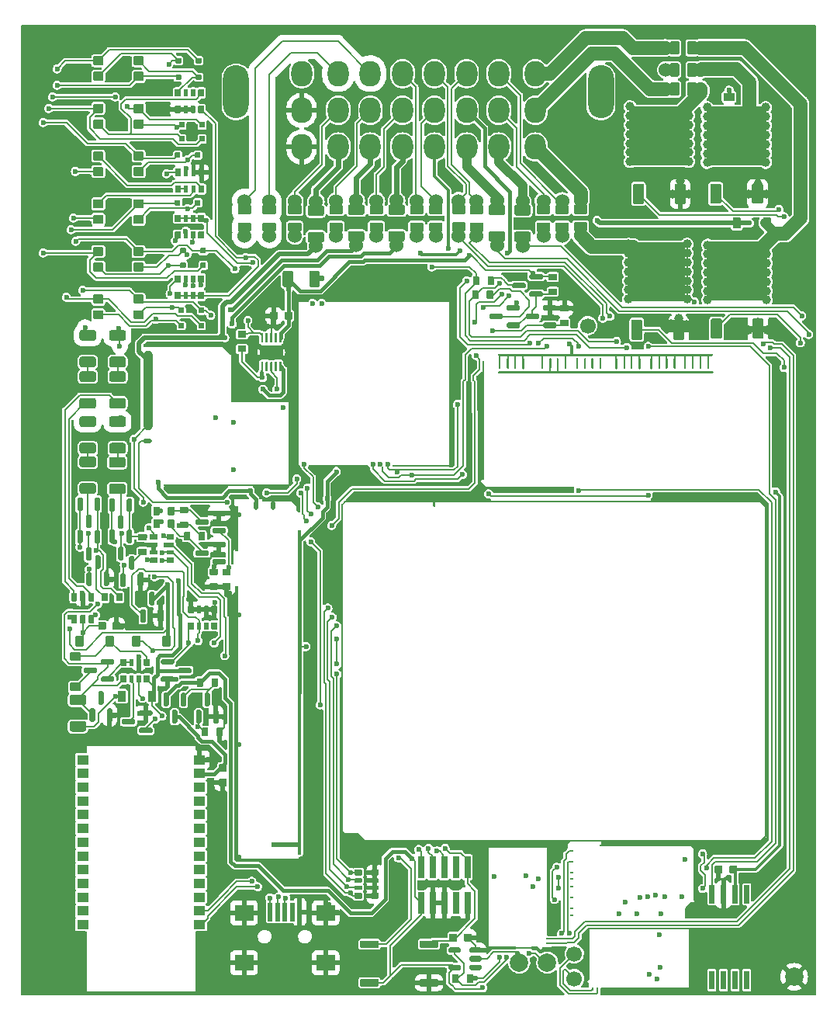
<source format=gtl>
G04 #@! TF.GenerationSoftware,KiCad,Pcbnew,(6.0.1)*
G04 #@! TF.CreationDate,2022-09-01T10:58:57+03:00*
G04 #@! TF.ProjectId,alphax_2ch,616c7068-6178-45f3-9263-682e6b696361,b*
G04 #@! TF.SameCoordinates,PX141f5e0PYa2cace0*
G04 #@! TF.FileFunction,Copper,L1,Top*
G04 #@! TF.FilePolarity,Positive*
%FSLAX46Y46*%
G04 Gerber Fmt 4.6, Leading zero omitted, Abs format (unit mm)*
G04 Created by KiCad (PCBNEW (6.0.1)) date 2022-09-01 10:58:57*
%MOMM*%
%LPD*%
G01*
G04 APERTURE LIST*
G04 #@! TA.AperFunction,ComponentPad*
%ADD10C,0.600000*%
G04 #@! TD*
G04 #@! TA.AperFunction,SMDPad,CuDef*
%ADD11R,2.600000X1.500000*%
G04 #@! TD*
G04 #@! TA.AperFunction,SMDPad,CuDef*
%ADD12O,10.200000X0.250000*%
G04 #@! TD*
G04 #@! TA.AperFunction,SMDPad,CuDef*
%ADD13O,0.250000X5.800001*%
G04 #@! TD*
G04 #@! TA.AperFunction,SMDPad,CuDef*
%ADD14O,0.399999X0.200000*%
G04 #@! TD*
G04 #@! TA.AperFunction,ComponentPad*
%ADD15C,0.599999*%
G04 #@! TD*
G04 #@! TA.AperFunction,ComponentPad*
%ADD16C,1.524000*%
G04 #@! TD*
G04 #@! TA.AperFunction,SMDPad,CuDef*
%ADD17C,2.000000*%
G04 #@! TD*
G04 #@! TA.AperFunction,ComponentPad*
%ADD18C,1.700000*%
G04 #@! TD*
G04 #@! TA.AperFunction,SMDPad,CuDef*
%ADD19R,0.500000X2.000000*%
G04 #@! TD*
G04 #@! TA.AperFunction,SMDPad,CuDef*
%ADD20R,2.000000X1.700000*%
G04 #@! TD*
G04 #@! TA.AperFunction,SMDPad,CuDef*
%ADD21R,5.800000X6.400000*%
G04 #@! TD*
G04 #@! TA.AperFunction,SMDPad,CuDef*
%ADD22O,0.200000X5.669999*%
G04 #@! TD*
G04 #@! TA.AperFunction,SMDPad,CuDef*
%ADD23O,0.200000X6.799999*%
G04 #@! TD*
G04 #@! TA.AperFunction,SMDPad,CuDef*
%ADD24O,0.499999X0.250000*%
G04 #@! TD*
G04 #@! TA.AperFunction,SMDPad,CuDef*
%ADD25O,11.100001X0.200000*%
G04 #@! TD*
G04 #@! TA.AperFunction,SMDPad,CuDef*
%ADD26O,9.800001X0.399999*%
G04 #@! TD*
G04 #@! TA.AperFunction,SMDPad,CuDef*
%ADD27O,0.250000X0.499999*%
G04 #@! TD*
G04 #@! TA.AperFunction,SMDPad,CuDef*
%ADD28O,5.669999X0.200000*%
G04 #@! TD*
G04 #@! TA.AperFunction,SMDPad,CuDef*
%ADD29O,0.200000X11.100001*%
G04 #@! TD*
G04 #@! TA.AperFunction,SMDPad,CuDef*
%ADD30O,6.799999X0.200000*%
G04 #@! TD*
G04 #@! TA.AperFunction,SMDPad,CuDef*
%ADD31O,0.399999X9.800001*%
G04 #@! TD*
G04 #@! TA.AperFunction,SMDPad,CuDef*
%ADD32O,1.000001X0.499999*%
G04 #@! TD*
G04 #@! TA.AperFunction,SMDPad,CuDef*
%ADD33O,1.000001X8.744829*%
G04 #@! TD*
G04 #@! TA.AperFunction,SMDPad,CuDef*
%ADD34O,9.000000X0.399999*%
G04 #@! TD*
G04 #@! TA.AperFunction,SMDPad,CuDef*
%ADD35O,0.399999X5.399999*%
G04 #@! TD*
G04 #@! TA.AperFunction,SMDPad,CuDef*
%ADD36O,6.500000X0.200000*%
G04 #@! TD*
G04 #@! TA.AperFunction,SMDPad,CuDef*
%ADD37O,13.800000X0.200000*%
G04 #@! TD*
G04 #@! TA.AperFunction,SMDPad,CuDef*
%ADD38O,0.200000X0.499999*%
G04 #@! TD*
G04 #@! TA.AperFunction,SMDPad,CuDef*
%ADD39O,0.200000X9.199999*%
G04 #@! TD*
G04 #@! TA.AperFunction,SMDPad,CuDef*
%ADD40R,0.250000X18.200000*%
G04 #@! TD*
G04 #@! TA.AperFunction,SMDPad,CuDef*
%ADD41R,6.500000X0.250000*%
G04 #@! TD*
G04 #@! TA.AperFunction,SMDPad,CuDef*
%ADD42R,6.450000X0.250000*%
G04 #@! TD*
G04 #@! TA.AperFunction,SMDPad,CuDef*
%ADD43R,1.250000X0.250000*%
G04 #@! TD*
G04 #@! TA.AperFunction,SMDPad,CuDef*
%ADD44R,13.650000X0.250000*%
G04 #@! TD*
G04 #@! TA.AperFunction,SMDPad,CuDef*
%ADD45R,0.350000X0.250000*%
G04 #@! TD*
G04 #@! TA.AperFunction,SMDPad,CuDef*
%ADD46R,1.300000X1.000000*%
G04 #@! TD*
G04 #@! TA.AperFunction,ComponentPad*
%ADD47O,2.800000X5.800000*%
G04 #@! TD*
G04 #@! TA.AperFunction,ComponentPad*
%ADD48O,2.300000X2.800000*%
G04 #@! TD*
G04 #@! TA.AperFunction,SMDPad,CuDef*
%ADD49O,0.399999X5.000000*%
G04 #@! TD*
G04 #@! TA.AperFunction,SMDPad,CuDef*
%ADD50O,7.200001X0.399999*%
G04 #@! TD*
G04 #@! TA.AperFunction,SMDPad,CuDef*
%ADD51O,0.399999X30.000001*%
G04 #@! TD*
G04 #@! TA.AperFunction,SMDPad,CuDef*
%ADD52O,0.499999X1.000001*%
G04 #@! TD*
G04 #@! TA.AperFunction,SMDPad,CuDef*
%ADD53O,3.099999X0.200000*%
G04 #@! TD*
G04 #@! TA.AperFunction,SMDPad,CuDef*
%ADD54O,2.999999X0.499999*%
G04 #@! TD*
G04 #@! TA.AperFunction,SMDPad,CuDef*
%ADD55O,0.399999X35.400000*%
G04 #@! TD*
G04 #@! TA.AperFunction,SMDPad,CuDef*
%ADD56R,0.740000X2.400000*%
G04 #@! TD*
G04 #@! TA.AperFunction,ViaPad*
%ADD57C,0.600000*%
G04 #@! TD*
G04 #@! TA.AperFunction,ViaPad*
%ADD58C,1.000000*%
G04 #@! TD*
G04 #@! TA.AperFunction,Conductor*
%ADD59C,0.400000*%
G04 #@! TD*
G04 #@! TA.AperFunction,Conductor*
%ADD60C,0.200000*%
G04 #@! TD*
G04 #@! TA.AperFunction,Conductor*
%ADD61C,0.300000*%
G04 #@! TD*
G04 #@! TA.AperFunction,Conductor*
%ADD62C,0.203200*%
G04 #@! TD*
G04 #@! TA.AperFunction,Conductor*
%ADD63C,1.000000*%
G04 #@! TD*
G04 #@! TA.AperFunction,Conductor*
%ADD64C,1.500000*%
G04 #@! TD*
G04 #@! TA.AperFunction,Conductor*
%ADD65C,0.500000*%
G04 #@! TD*
G04 #@! TA.AperFunction,Conductor*
%ADD66C,0.600000*%
G04 #@! TD*
G04 APERTURE END LIST*
G04 #@! TO.P,U1,1,OUT*
G04 #@! TO.N,+5VAS*
G04 #@! TA.AperFunction,SMDPad,CuDef*
G36*
G01*
X28377500Y72320000D02*
X28502500Y72320000D01*
G75*
G02*
X28565000Y72257500I0J-62500D01*
G01*
X28565000Y71332500D01*
G75*
G02*
X28502500Y71270000I-62500J0D01*
G01*
X28377500Y71270000D01*
G75*
G02*
X28315000Y71332500I0J62500D01*
G01*
X28315000Y72257500D01*
G75*
G02*
X28377500Y72320000I62500J0D01*
G01*
G37*
G04 #@! TD.AperFunction*
G04 #@! TO.P,U1,2*
G04 #@! TO.N,unconnected-(U1-Pad2)*
G04 #@! TA.AperFunction,SMDPad,CuDef*
G36*
G01*
X27877500Y72320000D02*
X28002500Y72320000D01*
G75*
G02*
X28065000Y72257500I0J-62500D01*
G01*
X28065000Y71332500D01*
G75*
G02*
X28002500Y71270000I-62500J0D01*
G01*
X27877500Y71270000D01*
G75*
G02*
X27815000Y71332500I0J62500D01*
G01*
X27815000Y72257500D01*
G75*
G02*
X27877500Y72320000I62500J0D01*
G01*
G37*
G04 #@! TD.AperFunction*
G04 #@! TO.P,U1,3,GND*
G04 #@! TO.N,GND*
G04 #@! TA.AperFunction,SMDPad,CuDef*
G36*
G01*
X27377500Y72320000D02*
X27502500Y72320000D01*
G75*
G02*
X27565000Y72257500I0J-62500D01*
G01*
X27565000Y71332500D01*
G75*
G02*
X27502500Y71270000I-62500J0D01*
G01*
X27377500Y71270000D01*
G75*
G02*
X27315000Y71332500I0J62500D01*
G01*
X27315000Y72257500D01*
G75*
G02*
X27377500Y72320000I62500J0D01*
G01*
G37*
G04 #@! TD.AperFunction*
G04 #@! TO.P,U1,4*
G04 #@! TO.N,unconnected-(U1-Pad4)*
G04 #@! TA.AperFunction,SMDPad,CuDef*
G36*
G01*
X26877500Y72320000D02*
X27002500Y72320000D01*
G75*
G02*
X27065000Y72257500I0J-62500D01*
G01*
X27065000Y71332500D01*
G75*
G02*
X27002500Y71270000I-62500J0D01*
G01*
X26877500Y71270000D01*
G75*
G02*
X26815000Y71332500I0J62500D01*
G01*
X26815000Y72257500D01*
G75*
G02*
X26877500Y72320000I62500J0D01*
G01*
G37*
G04 #@! TD.AperFunction*
G04 #@! TO.P,U1,5,PG*
G04 #@! TO.N,/TLS115_PG*
G04 #@! TA.AperFunction,SMDPad,CuDef*
G36*
G01*
X26377500Y72320000D02*
X26502500Y72320000D01*
G75*
G02*
X26565000Y72257500I0J-62500D01*
G01*
X26565000Y71332500D01*
G75*
G02*
X26502500Y71270000I-62500J0D01*
G01*
X26377500Y71270000D01*
G75*
G02*
X26315000Y71332500I0J62500D01*
G01*
X26315000Y72257500D01*
G75*
G02*
X26377500Y72320000I62500J0D01*
G01*
G37*
G04 #@! TD.AperFunction*
G04 #@! TO.P,U1,6,ADJ*
G04 #@! TO.N,+5V*
G04 #@! TA.AperFunction,SMDPad,CuDef*
G36*
G01*
X26377500Y69170000D02*
X26502500Y69170000D01*
G75*
G02*
X26565000Y69107500I0J-62500D01*
G01*
X26565000Y68182500D01*
G75*
G02*
X26502500Y68120000I-62500J0D01*
G01*
X26377500Y68120000D01*
G75*
G02*
X26315000Y68182500I0J62500D01*
G01*
X26315000Y69107500D01*
G75*
G02*
X26377500Y69170000I62500J0D01*
G01*
G37*
G04 #@! TD.AperFunction*
G04 #@! TO.P,U1,7*
G04 #@! TO.N,unconnected-(U1-Pad7)*
G04 #@! TA.AperFunction,SMDPad,CuDef*
G36*
G01*
X26877500Y69170000D02*
X27002500Y69170000D01*
G75*
G02*
X27065000Y69107500I0J-62500D01*
G01*
X27065000Y68182500D01*
G75*
G02*
X27002500Y68120000I-62500J0D01*
G01*
X26877500Y68120000D01*
G75*
G02*
X26815000Y68182500I0J62500D01*
G01*
X26815000Y69107500D01*
G75*
G02*
X26877500Y69170000I62500J0D01*
G01*
G37*
G04 #@! TD.AperFunction*
G04 #@! TO.P,U1,8,EN*
G04 #@! TO.N,/PWR_EN*
G04 #@! TA.AperFunction,SMDPad,CuDef*
G36*
G01*
X27377500Y69170000D02*
X27502500Y69170000D01*
G75*
G02*
X27565000Y69107500I0J-62500D01*
G01*
X27565000Y68182500D01*
G75*
G02*
X27502500Y68120000I-62500J0D01*
G01*
X27377500Y68120000D01*
G75*
G02*
X27315000Y68182500I0J62500D01*
G01*
X27315000Y69107500D01*
G75*
G02*
X27377500Y69170000I62500J0D01*
G01*
G37*
G04 #@! TD.AperFunction*
G04 #@! TO.P,U1,9*
G04 #@! TO.N,unconnected-(U1-Pad9)*
G04 #@! TA.AperFunction,SMDPad,CuDef*
G36*
G01*
X27877500Y69170000D02*
X28002500Y69170000D01*
G75*
G02*
X28065000Y69107500I0J-62500D01*
G01*
X28065000Y68182500D01*
G75*
G02*
X28002500Y68120000I-62500J0D01*
G01*
X27877500Y68120000D01*
G75*
G02*
X27815000Y68182500I0J62500D01*
G01*
X27815000Y69107500D01*
G75*
G02*
X27877500Y69170000I62500J0D01*
G01*
G37*
G04 #@! TD.AperFunction*
G04 #@! TO.P,U1,10,IN*
G04 #@! TO.N,+12V*
G04 #@! TA.AperFunction,SMDPad,CuDef*
G36*
G01*
X28377500Y69170000D02*
X28502500Y69170000D01*
G75*
G02*
X28565000Y69107500I0J-62500D01*
G01*
X28565000Y68182500D01*
G75*
G02*
X28502500Y68120000I-62500J0D01*
G01*
X28377500Y68120000D01*
G75*
G02*
X28315000Y68182500I0J62500D01*
G01*
X28315000Y69107500D01*
G75*
G02*
X28377500Y69170000I62500J0D01*
G01*
G37*
G04 #@! TD.AperFunction*
D10*
G04 #@! TO.P,U1,11,GND*
G04 #@! TO.N,GND*
X28140000Y70220000D03*
X26740000Y70220000D03*
D11*
X27440000Y70220000D03*
G04 #@! TD*
D12*
G04 #@! TO.P,M4,G,GND*
G04 #@! TO.N,GND*
X68388147Y16420111D03*
D13*
X73638142Y13307611D03*
G04 #@! TA.AperFunction,SMDPad,CuDef*
G36*
G01*
X73258333Y16499916D02*
X73258333Y16499916D01*
G75*
G02*
X73435109Y16499916I88388J-88388D01*
G01*
X73717951Y16217074D01*
G75*
G02*
X73717951Y16040298I-88388J-88388D01*
G01*
X73717951Y16040298D01*
G75*
G02*
X73541175Y16040298I-88388J88388D01*
G01*
X73258333Y16323140D01*
G75*
G02*
X73258333Y16499916I88388J88388D01*
G01*
G37*
G04 #@! TD.AperFunction*
D14*
G04 #@! TO.P,M4,S1,OUT_IGN8*
G04 #@! TO.N,unconnected-(M4-PadS1)*
X60263525Y8795163D03*
G04 #@! TO.P,M4,S2,OUT_IGN7*
G04 #@! TO.N,unconnected-(M4-PadS2)*
X60263525Y9555142D03*
G04 #@! TO.P,M4,S3,OUT_IGN6*
G04 #@! TO.N,unconnected-(M4-PadS3)*
X60263525Y10730135D03*
G04 #@! TO.P,M4,S4,OUT_IGN5*
G04 #@! TO.N,unconnected-(M4-PadS4)*
X60263525Y11905122D03*
G04 #@! TO.P,M4,S5,OUT_IGN4*
G04 #@! TO.N,unconnected-(M4-PadS5)*
X60263525Y12745034D03*
G04 #@! TO.P,M4,S6,OUT_IGN3*
G04 #@! TO.N,unconnected-(M4-PadS6)*
X60263525Y13495106D03*
G04 #@! TO.P,M4,S7,OUT_IGN2*
G04 #@! TO.N,/OUT_IGN2*
X60263525Y14670117D03*
G04 #@! TO.P,M4,S8,OUT_IGN1*
G04 #@! TO.N,/OUT_IGN1*
X60263525Y15845114D03*
D15*
G04 #@! TO.P,M4,V1,IGN8*
G04 #@! TO.N,GND*
X70363132Y10805111D03*
G04 #@! TO.P,M4,V2,IGN7*
X69938124Y8970101D03*
G04 #@! TO.P,M4,V3,IGN6*
X69388127Y11020109D03*
G04 #@! TO.P,M4,V4,IGN5*
X68513168Y10805114D03*
G04 #@! TO.P,M4,V5,IGN4*
X67663145Y10730107D03*
G04 #@! TO.P,M4,V6,IGN3*
X67338129Y8970101D03*
G04 #@! TO.P,M4,V7,IGN2*
G04 #@! TO.N,/IGN2*
X66038162Y10280101D03*
G04 #@! TO.P,M4,V8,IGN1*
G04 #@! TO.N,/IGN1*
X65388145Y8970101D03*
G04 #@! TO.P,M4,V9,VCC*
G04 #@! TO.N,+5V_IGN*
X72563148Y14895116D03*
G04 #@! TO.P,M4,V10,V33*
G04 #@! TO.N,+3V3_IGN*
X72263146Y10820110D03*
G04 #@! TD*
G04 #@! TO.P,R8,1,1*
G04 #@! TO.N,/CAN-*
G04 #@! TA.AperFunction,SMDPad,CuDef*
G36*
G01*
X50461417Y83351578D02*
X49211417Y83351578D01*
G75*
G02*
X49111417Y83451578I0J100000D01*
G01*
X49111417Y84251578D01*
G75*
G02*
X49211417Y84351578I100000J0D01*
G01*
X50461417Y84351578D01*
G75*
G02*
X50561417Y84251578I0J-100000D01*
G01*
X50561417Y83451578D01*
G75*
G02*
X50461417Y83351578I-100000J0D01*
G01*
G37*
G04 #@! TD.AperFunction*
D16*
X49836417Y82896579D03*
G04 #@! TO.P,R8,2,2*
G04 #@! TO.N,/C6*
G04 #@! TA.AperFunction,SMDPad,CuDef*
G36*
G01*
X50461417Y85251600D02*
X49211417Y85251600D01*
G75*
G02*
X49111417Y85351600I0J100000D01*
G01*
X49111417Y86151600D01*
G75*
G02*
X49211417Y86251600I100000J0D01*
G01*
X50461417Y86251600D01*
G75*
G02*
X50561417Y86151600I0J-100000D01*
G01*
X50561417Y85351600D01*
G75*
G02*
X50461417Y85251600I-100000J0D01*
G01*
G37*
G04 #@! TD.AperFunction*
X49836417Y86706579D03*
G04 #@! TD*
G04 #@! TO.P,R29,1*
G04 #@! TO.N,Net-(Q20-Pad2)*
G04 #@! TA.AperFunction,SMDPad,CuDef*
G36*
G01*
X17510000Y53350000D02*
X18290000Y53350000D01*
G75*
G02*
X18360000Y53280000I0J-70000D01*
G01*
X18360000Y52720000D01*
G75*
G02*
X18290000Y52650000I-70000J0D01*
G01*
X17510000Y52650000D01*
G75*
G02*
X17440000Y52720000I0J70000D01*
G01*
X17440000Y53280000D01*
G75*
G02*
X17510000Y53350000I70000J0D01*
G01*
G37*
G04 #@! TD.AperFunction*
G04 #@! TO.P,R29,2*
G04 #@! TO.N,+5VAS*
G04 #@! TA.AperFunction,SMDPad,CuDef*
G36*
G01*
X17510000Y51750000D02*
X18290000Y51750000D01*
G75*
G02*
X18360000Y51680000I0J-70000D01*
G01*
X18360000Y51120000D01*
G75*
G02*
X18290000Y51050000I-70000J0D01*
G01*
X17510000Y51050000D01*
G75*
G02*
X17440000Y51120000I0J70000D01*
G01*
X17440000Y51680000D01*
G75*
G02*
X17510000Y51750000I70000J0D01*
G01*
G37*
G04 #@! TD.AperFunction*
G04 #@! TD*
G04 #@! TO.P,R2,1*
G04 #@! TO.N,+12V*
G04 #@! TA.AperFunction,SMDPad,CuDef*
G36*
G01*
X16900000Y76065000D02*
X16900000Y76735000D01*
G75*
G02*
X16965000Y76800000I65000J0D01*
G01*
X17485000Y76800000D01*
G75*
G02*
X17550000Y76735000I0J-65000D01*
G01*
X17550000Y76065000D01*
G75*
G02*
X17485000Y76000000I-65000J0D01*
G01*
X16965000Y76000000D01*
G75*
G02*
X16900000Y76065000I0J65000D01*
G01*
G37*
G04 #@! TD.AperFunction*
G04 #@! TO.P,R2,2*
G04 #@! TA.AperFunction,SMDPad,CuDef*
G36*
G01*
X17875000Y76045000D02*
X17875000Y76755000D01*
G75*
G02*
X17920000Y76800000I45000J0D01*
G01*
X18280000Y76800000D01*
G75*
G02*
X18325000Y76755000I0J-45000D01*
G01*
X18325000Y76045000D01*
G75*
G02*
X18280000Y76000000I-45000J0D01*
G01*
X17920000Y76000000D01*
G75*
G02*
X17875000Y76045000I0J45000D01*
G01*
G37*
G04 #@! TD.AperFunction*
G04 #@! TO.P,R2,3*
G04 #@! TA.AperFunction,SMDPad,CuDef*
G36*
G01*
X18675000Y76045000D02*
X18675000Y76755000D01*
G75*
G02*
X18720000Y76800000I45000J0D01*
G01*
X19080000Y76800000D01*
G75*
G02*
X19125000Y76755000I0J-45000D01*
G01*
X19125000Y76045000D01*
G75*
G02*
X19080000Y76000000I-45000J0D01*
G01*
X18720000Y76000000D01*
G75*
G02*
X18675000Y76045000I0J45000D01*
G01*
G37*
G04 #@! TD.AperFunction*
G04 #@! TO.P,R2,4*
G04 #@! TA.AperFunction,SMDPad,CuDef*
G36*
G01*
X19450000Y76065000D02*
X19450000Y76735000D01*
G75*
G02*
X19515000Y76800000I65000J0D01*
G01*
X20035000Y76800000D01*
G75*
G02*
X20100000Y76735000I0J-65000D01*
G01*
X20100000Y76065000D01*
G75*
G02*
X20035000Y76000000I-65000J0D01*
G01*
X19515000Y76000000D01*
G75*
G02*
X19450000Y76065000I0J65000D01*
G01*
G37*
G04 #@! TD.AperFunction*
G04 #@! TO.P,R2,5*
G04 #@! TO.N,Net-(D16-Pad1)*
G04 #@! TA.AperFunction,SMDPad,CuDef*
G36*
G01*
X19450000Y77865000D02*
X19450000Y78535000D01*
G75*
G02*
X19515000Y78600000I65000J0D01*
G01*
X20035000Y78600000D01*
G75*
G02*
X20100000Y78535000I0J-65000D01*
G01*
X20100000Y77865000D01*
G75*
G02*
X20035000Y77800000I-65000J0D01*
G01*
X19515000Y77800000D01*
G75*
G02*
X19450000Y77865000I0J65000D01*
G01*
G37*
G04 #@! TD.AperFunction*
G04 #@! TO.P,R2,6*
G04 #@! TO.N,Net-(D15-Pad1)*
G04 #@! TA.AperFunction,SMDPad,CuDef*
G36*
G01*
X18675000Y77845000D02*
X18675000Y78555000D01*
G75*
G02*
X18720000Y78600000I45000J0D01*
G01*
X19080000Y78600000D01*
G75*
G02*
X19125000Y78555000I0J-45000D01*
G01*
X19125000Y77845000D01*
G75*
G02*
X19080000Y77800000I-45000J0D01*
G01*
X18720000Y77800000D01*
G75*
G02*
X18675000Y77845000I0J45000D01*
G01*
G37*
G04 #@! TD.AperFunction*
G04 #@! TO.P,R2,7*
G04 #@! TO.N,Net-(D14-Pad1)*
G04 #@! TA.AperFunction,SMDPad,CuDef*
G36*
G01*
X17875000Y77845000D02*
X17875000Y78555000D01*
G75*
G02*
X17920000Y78600000I45000J0D01*
G01*
X18280000Y78600000D01*
G75*
G02*
X18325000Y78555000I0J-45000D01*
G01*
X18325000Y77845000D01*
G75*
G02*
X18280000Y77800000I-45000J0D01*
G01*
X17920000Y77800000D01*
G75*
G02*
X17875000Y77845000I0J45000D01*
G01*
G37*
G04 #@! TD.AperFunction*
G04 #@! TO.P,R2,8*
G04 #@! TO.N,Net-(D13-Pad1)*
G04 #@! TA.AperFunction,SMDPad,CuDef*
G36*
G01*
X16900000Y77865000D02*
X16900000Y78535000D01*
G75*
G02*
X16965000Y78600000I65000J0D01*
G01*
X17485000Y78600000D01*
G75*
G02*
X17550000Y78535000I0J-65000D01*
G01*
X17550000Y77865000D01*
G75*
G02*
X17485000Y77800000I-65000J0D01*
G01*
X16965000Y77800000D01*
G75*
G02*
X16900000Y77865000I0J65000D01*
G01*
G37*
G04 #@! TD.AperFunction*
G04 #@! TD*
G04 #@! TO.P,R4,1*
G04 #@! TO.N,GND*
G04 #@! TA.AperFunction,SMDPad,CuDef*
G36*
G01*
X20124000Y90147000D02*
X20124000Y89477000D01*
G75*
G02*
X20059000Y89412000I-65000J0D01*
G01*
X19539000Y89412000D01*
G75*
G02*
X19474000Y89477000I0J65000D01*
G01*
X19474000Y90147000D01*
G75*
G02*
X19539000Y90212000I65000J0D01*
G01*
X20059000Y90212000D01*
G75*
G02*
X20124000Y90147000I0J-65000D01*
G01*
G37*
G04 #@! TD.AperFunction*
G04 #@! TO.P,R4,2*
G04 #@! TA.AperFunction,SMDPad,CuDef*
G36*
G01*
X19149000Y90167000D02*
X19149000Y89457000D01*
G75*
G02*
X19104000Y89412000I-45000J0D01*
G01*
X18744000Y89412000D01*
G75*
G02*
X18699000Y89457000I0J45000D01*
G01*
X18699000Y90167000D01*
G75*
G02*
X18744000Y90212000I45000J0D01*
G01*
X19104000Y90212000D01*
G75*
G02*
X19149000Y90167000I0J-45000D01*
G01*
G37*
G04 #@! TD.AperFunction*
G04 #@! TO.P,R4,3*
G04 #@! TO.N,+5V*
G04 #@! TA.AperFunction,SMDPad,CuDef*
G36*
G01*
X18349000Y90167000D02*
X18349000Y89457000D01*
G75*
G02*
X18304000Y89412000I-45000J0D01*
G01*
X17944000Y89412000D01*
G75*
G02*
X17899000Y89457000I0J45000D01*
G01*
X17899000Y90167000D01*
G75*
G02*
X17944000Y90212000I45000J0D01*
G01*
X18304000Y90212000D01*
G75*
G02*
X18349000Y90167000I0J-45000D01*
G01*
G37*
G04 #@! TD.AperFunction*
G04 #@! TO.P,R4,4*
G04 #@! TO.N,Net-(D1-Pad1)*
G04 #@! TA.AperFunction,SMDPad,CuDef*
G36*
G01*
X17574000Y90147000D02*
X17574000Y89477000D01*
G75*
G02*
X17509000Y89412000I-65000J0D01*
G01*
X16989000Y89412000D01*
G75*
G02*
X16924000Y89477000I0J65000D01*
G01*
X16924000Y90147000D01*
G75*
G02*
X16989000Y90212000I65000J0D01*
G01*
X17509000Y90212000D01*
G75*
G02*
X17574000Y90147000I0J-65000D01*
G01*
G37*
G04 #@! TD.AperFunction*
G04 #@! TO.P,R4,5*
G04 #@! TO.N,Net-(R4-Pad5)*
G04 #@! TA.AperFunction,SMDPad,CuDef*
G36*
G01*
X17574000Y88347000D02*
X17574000Y87677000D01*
G75*
G02*
X17509000Y87612000I-65000J0D01*
G01*
X16989000Y87612000D01*
G75*
G02*
X16924000Y87677000I0J65000D01*
G01*
X16924000Y88347000D01*
G75*
G02*
X16989000Y88412000I65000J0D01*
G01*
X17509000Y88412000D01*
G75*
G02*
X17574000Y88347000I0J-65000D01*
G01*
G37*
G04 #@! TD.AperFunction*
G04 #@! TO.P,R4,6*
G04 #@! TA.AperFunction,SMDPad,CuDef*
G36*
G01*
X18349000Y88367000D02*
X18349000Y87657000D01*
G75*
G02*
X18304000Y87612000I-45000J0D01*
G01*
X17944000Y87612000D01*
G75*
G02*
X17899000Y87657000I0J45000D01*
G01*
X17899000Y88367000D01*
G75*
G02*
X17944000Y88412000I45000J0D01*
G01*
X18304000Y88412000D01*
G75*
G02*
X18349000Y88367000I0J-45000D01*
G01*
G37*
G04 #@! TD.AperFunction*
G04 #@! TO.P,R4,7*
G04 #@! TO.N,Net-(D19-Pad2)*
G04 #@! TA.AperFunction,SMDPad,CuDef*
G36*
G01*
X19149000Y88367000D02*
X19149000Y87657000D01*
G75*
G02*
X19104000Y87612000I-45000J0D01*
G01*
X18744000Y87612000D01*
G75*
G02*
X18699000Y87657000I0J45000D01*
G01*
X18699000Y88367000D01*
G75*
G02*
X18744000Y88412000I45000J0D01*
G01*
X19104000Y88412000D01*
G75*
G02*
X19149000Y88367000I0J-45000D01*
G01*
G37*
G04 #@! TD.AperFunction*
G04 #@! TO.P,R4,8*
G04 #@! TO.N,Net-(D18-Pad2)*
G04 #@! TA.AperFunction,SMDPad,CuDef*
G36*
G01*
X20124000Y88347000D02*
X20124000Y87677000D01*
G75*
G02*
X20059000Y87612000I-65000J0D01*
G01*
X19539000Y87612000D01*
G75*
G02*
X19474000Y87677000I0J65000D01*
G01*
X19474000Y88347000D01*
G75*
G02*
X19539000Y88412000I65000J0D01*
G01*
X20059000Y88412000D01*
G75*
G02*
X20124000Y88347000I0J-65000D01*
G01*
G37*
G04 #@! TD.AperFunction*
G04 #@! TD*
G04 #@! TO.P,C3,1*
G04 #@! TO.N,GND*
G04 #@! TA.AperFunction,SMDPad,CuDef*
G36*
G01*
X22500000Y22864999D02*
X21820000Y22864999D01*
G75*
G02*
X21735000Y22949999I0J85000D01*
G01*
X21735000Y23629999D01*
G75*
G02*
X21820000Y23714999I85000J0D01*
G01*
X22500000Y23714999D01*
G75*
G02*
X22585000Y23629999I0J-85000D01*
G01*
X22585000Y22949999D01*
G75*
G02*
X22500000Y22864999I-85000J0D01*
G01*
G37*
G04 #@! TD.AperFunction*
G04 #@! TO.P,C3,2*
G04 #@! TO.N,/BT_3V3*
G04 #@! TA.AperFunction,SMDPad,CuDef*
G36*
G01*
X22500000Y24445001D02*
X21820000Y24445001D01*
G75*
G02*
X21735000Y24530001I0J85000D01*
G01*
X21735000Y25210001D01*
G75*
G02*
X21820000Y25295001I85000J0D01*
G01*
X22500000Y25295001D01*
G75*
G02*
X22585000Y25210001I0J-85000D01*
G01*
X22585000Y24530001D01*
G75*
G02*
X22500000Y24445001I-85000J0D01*
G01*
G37*
G04 #@! TD.AperFunction*
G04 #@! TD*
G04 #@! TO.P,R9,1,1*
G04 #@! TO.N,/CAN+*
G04 #@! TA.AperFunction,SMDPad,CuDef*
G36*
G01*
X48507571Y83373048D02*
X47257571Y83373048D01*
G75*
G02*
X47157571Y83473048I0J100000D01*
G01*
X47157571Y84273048D01*
G75*
G02*
X47257571Y84373048I100000J0D01*
G01*
X48507571Y84373048D01*
G75*
G02*
X48607571Y84273048I0J-100000D01*
G01*
X48607571Y83473048D01*
G75*
G02*
X48507571Y83373048I-100000J0D01*
G01*
G37*
G04 #@! TD.AperFunction*
X47882571Y82918049D03*
G04 #@! TO.P,R9,2,2*
G04 #@! TO.N,/C5*
G04 #@! TA.AperFunction,SMDPad,CuDef*
G36*
G01*
X48507571Y85273070D02*
X47257571Y85273070D01*
G75*
G02*
X47157571Y85373070I0J100000D01*
G01*
X47157571Y86173070D01*
G75*
G02*
X47257571Y86273070I100000J0D01*
G01*
X48507571Y86273070D01*
G75*
G02*
X48607571Y86173070I0J-100000D01*
G01*
X48607571Y85373070D01*
G75*
G02*
X48507571Y85273070I-100000J0D01*
G01*
G37*
G04 #@! TD.AperFunction*
X47882571Y86728049D03*
G04 #@! TD*
G04 #@! TO.P,R21,1*
G04 #@! TO.N,Net-(R21-Pad1)*
G04 #@! TA.AperFunction,SMDPad,CuDef*
G36*
G01*
X8300000Y60094990D02*
X8300000Y59404990D01*
G75*
G02*
X8070000Y59174990I-230000J0D01*
G01*
X6730000Y59174990D01*
G75*
G02*
X6500000Y59404990I0J230000D01*
G01*
X6500000Y60094990D01*
G75*
G02*
X6730000Y60324990I230000J0D01*
G01*
X8070000Y60324990D01*
G75*
G02*
X8300000Y60094990I0J-230000D01*
G01*
G37*
G04 #@! TD.AperFunction*
G04 #@! TO.P,R21,2*
G04 #@! TO.N,/IN_CRANK+*
G04 #@! TA.AperFunction,SMDPad,CuDef*
G36*
G01*
X8300000Y62995010D02*
X8300000Y62305010D01*
G75*
G02*
X8070000Y62075010I-230000J0D01*
G01*
X6730000Y62075010D01*
G75*
G02*
X6500000Y62305010I0J230000D01*
G01*
X6500000Y62995010D01*
G75*
G02*
X6730000Y63225010I230000J0D01*
G01*
X8070000Y63225010D01*
G75*
G02*
X8300000Y62995010I0J-230000D01*
G01*
G37*
G04 #@! TD.AperFunction*
G04 #@! TD*
D17*
G04 #@! TO.P,J5,1,Pin_1*
G04 #@! TO.N,/CAN_RX*
X54500000Y3650000D03*
G04 #@! TD*
D16*
G04 #@! TO.P,F4,1,1*
G04 #@! TO.N,/A3*
X36700000Y86750000D03*
G04 #@! TA.AperFunction,SMDPad,CuDef*
G36*
G01*
X35800000Y85405010D02*
X35800000Y86095010D01*
G75*
G02*
X36030000Y86325010I230000J0D01*
G01*
X37370000Y86325010D01*
G75*
G02*
X37600000Y86095010I0J-230000D01*
G01*
X37600000Y85405010D01*
G75*
G02*
X37370000Y85175010I-230000J0D01*
G01*
X36030000Y85175010D01*
G75*
G02*
X35800000Y85405010I0J230000D01*
G01*
G37*
G04 #@! TD.AperFunction*
G04 #@! TO.P,F4,2,2*
G04 #@! TO.N,/OUT_PUMP_RELAY*
X36700000Y81850000D03*
G04 #@! TA.AperFunction,SMDPad,CuDef*
G36*
G01*
X35800000Y82504990D02*
X35800000Y83194990D01*
G75*
G02*
X36030000Y83424990I230000J0D01*
G01*
X37370000Y83424990D01*
G75*
G02*
X37600000Y83194990I0J-230000D01*
G01*
X37600000Y82504990D01*
G75*
G02*
X37370000Y82274990I-230000J0D01*
G01*
X36030000Y82274990D01*
G75*
G02*
X35800000Y82504990I0J230000D01*
G01*
G37*
G04 #@! TD.AperFunction*
G04 #@! TD*
G04 #@! TO.P,Q13,1,G*
G04 #@! TO.N,Net-(Q12-Pad2)*
G04 #@! TA.AperFunction,SMDPad,CuDef*
G36*
G01*
X57075000Y76700000D02*
X57075000Y76400000D01*
G75*
G02*
X56925000Y76250000I-150000J0D01*
G01*
X55750000Y76250000D01*
G75*
G02*
X55600000Y76400000I0J150000D01*
G01*
X55600000Y76700000D01*
G75*
G02*
X55750000Y76850000I150000J0D01*
G01*
X56925000Y76850000D01*
G75*
G02*
X57075000Y76700000I0J-150000D01*
G01*
G37*
G04 #@! TD.AperFunction*
G04 #@! TO.P,Q13,2,D*
G04 #@! TO.N,Net-(Q13-Pad2)*
G04 #@! TA.AperFunction,SMDPad,CuDef*
G36*
G01*
X55200000Y77650000D02*
X55200000Y77350000D01*
G75*
G02*
X55050000Y77200000I-150000J0D01*
G01*
X53875000Y77200000D01*
G75*
G02*
X53725000Y77350000I0J150000D01*
G01*
X53725000Y77650000D01*
G75*
G02*
X53875000Y77800000I150000J0D01*
G01*
X55050000Y77800000D01*
G75*
G02*
X55200000Y77650000I0J-150000D01*
G01*
G37*
G04 #@! TD.AperFunction*
G04 #@! TO.P,Q13,3,S*
G04 #@! TO.N,+5VAS*
G04 #@! TA.AperFunction,SMDPad,CuDef*
G36*
G01*
X57075000Y78600000D02*
X57075000Y78300000D01*
G75*
G02*
X56925000Y78150000I-150000J0D01*
G01*
X55750000Y78150000D01*
G75*
G02*
X55600000Y78300000I0J150000D01*
G01*
X55600000Y78600000D01*
G75*
G02*
X55750000Y78750000I150000J0D01*
G01*
X56925000Y78750000D01*
G75*
G02*
X57075000Y78600000I0J-150000D01*
G01*
G37*
G04 #@! TD.AperFunction*
G04 #@! TD*
G04 #@! TO.P,M5,E1,GND*
G04 #@! TO.N,GND*
G04 #@! TA.AperFunction,SMDPad,CuDef*
G36*
G01*
X50475000Y56384672D02*
X50475000Y69184672D01*
G75*
G02*
X50575000Y69284672I100000J0D01*
G01*
X50575000Y69284672D01*
G75*
G02*
X50675000Y69184672I0J-100000D01*
G01*
X50675000Y56384672D01*
G75*
G02*
X50575000Y56284672I-100000J0D01*
G01*
X50575000Y56284672D01*
G75*
G02*
X50475000Y56384672I0J100000D01*
G01*
G37*
G04 #@! TD.AperFunction*
G04 #@! TO.P,M5,J1,PULL_V5A*
G04 #@! TO.N,+5VA*
G04 #@! TA.AperFunction,SMDPad,CuDef*
G36*
G01*
X52255000Y68129681D02*
X75605000Y68129681D01*
G75*
G02*
X75730000Y68004681I0J-125000D01*
G01*
X75730000Y68004681D01*
G75*
G02*
X75605000Y67879681I-125000J0D01*
G01*
X52255000Y67879681D01*
G75*
G02*
X52130000Y68004681I0J125000D01*
G01*
X52130000Y68004681D01*
G75*
G02*
X52255000Y68129681I125000J0D01*
G01*
G37*
G04 #@! TD.AperFunction*
G04 #@! TO.P,M5,J2,PULL_GNDA*
G04 #@! TO.N,GNDA*
G04 #@! TA.AperFunction,SMDPad,CuDef*
G36*
G01*
X75580000Y69804644D02*
X52230000Y69804644D01*
G75*
G02*
X52105000Y69929644I0J125000D01*
G01*
X52105000Y69929644D01*
G75*
G02*
X52230000Y70054644I125000J0D01*
G01*
X75580000Y70054644D01*
G75*
G02*
X75705000Y69929644I0J-125000D01*
G01*
X75705000Y69929644D01*
G75*
G02*
X75580000Y69804644I-125000J0D01*
G01*
G37*
G04 #@! TD.AperFunction*
G04 #@! TO.P,M5,J3,PULL_RES2*
G04 #@! TA.AperFunction,SMDPad,CuDef*
G36*
G01*
X75229983Y69504663D02*
X75229983Y68454663D01*
G75*
G02*
X75129983Y68354663I-100000J0D01*
G01*
X75129983Y68354663D01*
G75*
G02*
X75029983Y68454663I0J100000D01*
G01*
X75029983Y69504663D01*
G75*
G02*
X75129983Y69604663I100000J0D01*
G01*
X75129983Y69604663D01*
G75*
G02*
X75229983Y69504663I0J-100000D01*
G01*
G37*
G04 #@! TD.AperFunction*
G04 #@! TO.P,M5,J4,PULL_O2S2*
G04 #@! TA.AperFunction,SMDPad,CuDef*
G36*
G01*
X74354984Y69504663D02*
X74354984Y68454663D01*
G75*
G02*
X74254984Y68354663I-100000J0D01*
G01*
X74254984Y68354663D01*
G75*
G02*
X74154984Y68454663I0J100000D01*
G01*
X74154984Y69504663D01*
G75*
G02*
X74254984Y69604663I100000J0D01*
G01*
X74254984Y69604663D01*
G75*
G02*
X74354984Y69504663I0J-100000D01*
G01*
G37*
G04 #@! TD.AperFunction*
G04 #@! TO.P,M5,J5,PULL_PPS*
G04 #@! TA.AperFunction,SMDPad,CuDef*
G36*
G01*
X73554958Y69504674D02*
X73554958Y68454674D01*
G75*
G02*
X73454958Y68354674I-100000J0D01*
G01*
X73454958Y68354674D01*
G75*
G02*
X73354958Y68454674I0J100000D01*
G01*
X73354958Y69504674D01*
G75*
G02*
X73454958Y69604674I100000J0D01*
G01*
X73454958Y69604674D01*
G75*
G02*
X73554958Y69504674I0J-100000D01*
G01*
G37*
G04 #@! TD.AperFunction*
G04 #@! TO.P,M5,J6,PULL_RES1*
G04 #@! TA.AperFunction,SMDPad,CuDef*
G36*
G01*
X72679955Y69504674D02*
X72679955Y68454674D01*
G75*
G02*
X72579955Y68354674I-100000J0D01*
G01*
X72579955Y68354674D01*
G75*
G02*
X72479955Y68454674I0J100000D01*
G01*
X72479955Y69504674D01*
G75*
G02*
X72579955Y69604674I100000J0D01*
G01*
X72579955Y69604674D01*
G75*
G02*
X72679955Y69504674I0J-100000D01*
G01*
G37*
G04 #@! TD.AperFunction*
G04 #@! TO.P,M5,J7,PULL_AUX4*
G04 #@! TA.AperFunction,SMDPad,CuDef*
G36*
G01*
X71554997Y69504674D02*
X71554997Y68454674D01*
G75*
G02*
X71454997Y68354674I-100000J0D01*
G01*
X71454997Y68354674D01*
G75*
G02*
X71354997Y68454674I0J100000D01*
G01*
X71354997Y69504674D01*
G75*
G02*
X71454997Y69604674I100000J0D01*
G01*
X71454997Y69604674D01*
G75*
G02*
X71554997Y69504674I0J-100000D01*
G01*
G37*
G04 #@! TD.AperFunction*
G04 #@! TO.P,M5,J8,PULL_AUX3*
G04 #@! TA.AperFunction,SMDPad,CuDef*
G36*
G01*
X70679995Y69504674D02*
X70679995Y68454674D01*
G75*
G02*
X70579995Y68354674I-100000J0D01*
G01*
X70579995Y68354674D01*
G75*
G02*
X70479995Y68454674I0J100000D01*
G01*
X70479995Y69504674D01*
G75*
G02*
X70579995Y69604674I100000J0D01*
G01*
X70579995Y69604674D01*
G75*
G02*
X70679995Y69504674I0J-100000D01*
G01*
G37*
G04 #@! TD.AperFunction*
G04 #@! TO.P,M5,J9,PULL_AUX2*
G04 #@! TA.AperFunction,SMDPad,CuDef*
G36*
G01*
X69879997Y69504674D02*
X69879997Y68454674D01*
G75*
G02*
X69779997Y68354674I-100000J0D01*
G01*
X69779997Y68354674D01*
G75*
G02*
X69679997Y68454674I0J100000D01*
G01*
X69679997Y69504674D01*
G75*
G02*
X69779997Y69604674I100000J0D01*
G01*
X69779997Y69604674D01*
G75*
G02*
X69879997Y69504674I0J-100000D01*
G01*
G37*
G04 #@! TD.AperFunction*
G04 #@! TO.P,M5,J10,PULL_AUX1*
G04 #@! TA.AperFunction,SMDPad,CuDef*
G36*
G01*
X69004995Y69504674D02*
X69004995Y68454674D01*
G75*
G02*
X68904995Y68354674I-100000J0D01*
G01*
X68904995Y68354674D01*
G75*
G02*
X68804995Y68454674I0J100000D01*
G01*
X68804995Y69504674D01*
G75*
G02*
X68904995Y69604674I100000J0D01*
G01*
X68904995Y69604674D01*
G75*
G02*
X69004995Y69504674I0J-100000D01*
G01*
G37*
G04 #@! TD.AperFunction*
G04 #@! TO.P,M5,J11,PULL_RES3*
G04 #@! TA.AperFunction,SMDPad,CuDef*
G36*
G01*
X67729998Y69504674D02*
X67729998Y68454674D01*
G75*
G02*
X67629998Y68354674I-100000J0D01*
G01*
X67629998Y68354674D01*
G75*
G02*
X67529998Y68454674I0J100000D01*
G01*
X67529998Y69504674D01*
G75*
G02*
X67629998Y69604674I100000J0D01*
G01*
X67629998Y69604674D01*
G75*
G02*
X67729998Y69504674I0J-100000D01*
G01*
G37*
G04 #@! TD.AperFunction*
G04 #@! TO.P,M5,J12,PULL_MAP3*
G04 #@! TA.AperFunction,SMDPad,CuDef*
G36*
G01*
X66854996Y69504674D02*
X66854996Y68454674D01*
G75*
G02*
X66754996Y68354674I-100000J0D01*
G01*
X66754996Y68354674D01*
G75*
G02*
X66654996Y68454674I0J100000D01*
G01*
X66654996Y69504674D01*
G75*
G02*
X66754996Y69604674I100000J0D01*
G01*
X66754996Y69604674D01*
G75*
G02*
X66854996Y69504674I0J-100000D01*
G01*
G37*
G04 #@! TD.AperFunction*
G04 #@! TO.P,M5,J13,PULL_MAP2*
G04 #@! TA.AperFunction,SMDPad,CuDef*
G36*
G01*
X66054998Y69504674D02*
X66054998Y68454674D01*
G75*
G02*
X65954998Y68354674I-100000J0D01*
G01*
X65954998Y68354674D01*
G75*
G02*
X65854998Y68454674I0J100000D01*
G01*
X65854998Y69504674D01*
G75*
G02*
X65954998Y69604674I100000J0D01*
G01*
X65954998Y69604674D01*
G75*
G02*
X66054998Y69504674I0J-100000D01*
G01*
G37*
G04 #@! TD.AperFunction*
G04 #@! TO.P,M5,J14,PULL_MAP1*
G04 #@! TA.AperFunction,SMDPad,CuDef*
G36*
G01*
X65179996Y69504674D02*
X65179996Y68454674D01*
G75*
G02*
X65079996Y68354674I-100000J0D01*
G01*
X65079996Y68354674D01*
G75*
G02*
X64979996Y68454674I0J100000D01*
G01*
X64979996Y69504674D01*
G75*
G02*
X65079996Y69604674I100000J0D01*
G01*
X65079996Y69604674D01*
G75*
G02*
X65179996Y69504674I0J-100000D01*
G01*
G37*
G04 #@! TD.AperFunction*
G04 #@! TO.P,M5,J15,PULL_IAT*
G04 #@! TO.N,unconnected-(M5-PadJ15)*
G04 #@! TA.AperFunction,SMDPad,CuDef*
G36*
G01*
X63454993Y69504674D02*
X63454993Y68454674D01*
G75*
G02*
X63354993Y68354674I-100000J0D01*
G01*
X63354993Y68354674D01*
G75*
G02*
X63254993Y68454674I0J100000D01*
G01*
X63254993Y69504674D01*
G75*
G02*
X63354993Y69604674I100000J0D01*
G01*
X63354993Y69604674D01*
G75*
G02*
X63454993Y69504674I0J-100000D01*
G01*
G37*
G04 #@! TD.AperFunction*
G04 #@! TO.P,M5,J16,PULL_CLT*
G04 #@! TO.N,unconnected-(M5-PadJ16)*
G04 #@! TA.AperFunction,SMDPad,CuDef*
G36*
G01*
X62579991Y69504674D02*
X62579991Y68454674D01*
G75*
G02*
X62479991Y68354674I-100000J0D01*
G01*
X62479991Y68354674D01*
G75*
G02*
X62379991Y68454674I0J100000D01*
G01*
X62379991Y69504674D01*
G75*
G02*
X62479991Y69604674I100000J0D01*
G01*
X62479991Y69604674D01*
G75*
G02*
X62579991Y69504674I0J-100000D01*
G01*
G37*
G04 #@! TD.AperFunction*
G04 #@! TO.P,M5,J17,PULL_CAM*
G04 #@! TO.N,unconnected-(M5-PadJ17)*
G04 #@! TA.AperFunction,SMDPad,CuDef*
G36*
G01*
X61779992Y69504674D02*
X61779992Y68454674D01*
G75*
G02*
X61679992Y68354674I-100000J0D01*
G01*
X61679992Y68354674D01*
G75*
G02*
X61579992Y68454674I0J100000D01*
G01*
X61579992Y69504674D01*
G75*
G02*
X61679992Y69604674I100000J0D01*
G01*
X61679992Y69604674D01*
G75*
G02*
X61779992Y69504674I0J-100000D01*
G01*
G37*
G04 #@! TD.AperFunction*
G04 #@! TO.P,M5,J18,PULL_VSS*
G04 #@! TO.N,unconnected-(M5-PadJ18)*
G04 #@! TA.AperFunction,SMDPad,CuDef*
G36*
G01*
X60904990Y69504674D02*
X60904990Y68454674D01*
G75*
G02*
X60804990Y68354674I-100000J0D01*
G01*
X60804990Y68354674D01*
G75*
G02*
X60704990Y68454674I0J100000D01*
G01*
X60704990Y69504674D01*
G75*
G02*
X60804990Y69604674I100000J0D01*
G01*
X60804990Y69604674D01*
G75*
G02*
X60904990Y69504674I0J-100000D01*
G01*
G37*
G04 #@! TD.AperFunction*
G04 #@! TO.P,M5,J19,PULL_TPS*
G04 #@! TO.N,GNDA*
G04 #@! TA.AperFunction,SMDPad,CuDef*
G36*
G01*
X59655003Y69504674D02*
X59655003Y68454674D01*
G75*
G02*
X59555003Y68354674I-100000J0D01*
G01*
X59555003Y68354674D01*
G75*
G02*
X59455003Y68454674I0J100000D01*
G01*
X59455003Y69504674D01*
G75*
G02*
X59555003Y69604674I100000J0D01*
G01*
X59555003Y69604674D01*
G75*
G02*
X59655003Y69504674I0J-100000D01*
G01*
G37*
G04 #@! TD.AperFunction*
G04 #@! TO.P,M5,J20,PULL_O2S*
G04 #@! TO.N,+5VA*
G04 #@! TA.AperFunction,SMDPad,CuDef*
G36*
G01*
X58780000Y69504674D02*
X58780000Y68454674D01*
G75*
G02*
X58680000Y68354674I-100000J0D01*
G01*
X58680000Y68354674D01*
G75*
G02*
X58580000Y68454674I0J100000D01*
G01*
X58580000Y69504674D01*
G75*
G02*
X58680000Y69604674I100000J0D01*
G01*
X58680000Y69604674D01*
G75*
G02*
X58780000Y69504674I0J-100000D01*
G01*
G37*
G04 #@! TD.AperFunction*
G04 #@! TO.P,M5,J21,PULL_CRANK*
G04 #@! TA.AperFunction,SMDPad,CuDef*
G36*
G01*
X57980003Y69504674D02*
X57980003Y68454674D01*
G75*
G02*
X57880003Y68354674I-100000J0D01*
G01*
X57880003Y68354674D01*
G75*
G02*
X57780003Y68454674I0J100000D01*
G01*
X57780003Y69504674D01*
G75*
G02*
X57880003Y69604674I100000J0D01*
G01*
X57880003Y69604674D01*
G75*
G02*
X57980003Y69504674I0J-100000D01*
G01*
G37*
G04 #@! TD.AperFunction*
G04 #@! TO.P,M5,J22,PULL_KNOCK*
G04 #@! TO.N,GNDA*
G04 #@! TA.AperFunction,SMDPad,CuDef*
G36*
G01*
X57105000Y69504674D02*
X57105000Y68454674D01*
G75*
G02*
X57005000Y68354674I-100000J0D01*
G01*
X57005000Y68354674D01*
G75*
G02*
X56905000Y68454674I0J100000D01*
G01*
X56905000Y69504674D01*
G75*
G02*
X57005000Y69604674I100000J0D01*
G01*
X57005000Y69604674D01*
G75*
G02*
X57105000Y69504674I0J-100000D01*
G01*
G37*
G04 #@! TD.AperFunction*
G04 #@! TO.P,M5,J23,PULL_SENS4*
G04 #@! TA.AperFunction,SMDPad,CuDef*
G36*
G01*
X55024989Y69504679D02*
X55024989Y68454679D01*
G75*
G02*
X54924989Y68354679I-100000J0D01*
G01*
X54924989Y68354679D01*
G75*
G02*
X54824989Y68454679I0J100000D01*
G01*
X54824989Y69504679D01*
G75*
G02*
X54924989Y69604679I100000J0D01*
G01*
X54924989Y69604679D01*
G75*
G02*
X55024989Y69504679I0J-100000D01*
G01*
G37*
G04 #@! TD.AperFunction*
G04 #@! TO.P,M5,J24,PULL_SENS3*
G04 #@! TA.AperFunction,SMDPad,CuDef*
G36*
G01*
X54149987Y69504679D02*
X54149987Y68454679D01*
G75*
G02*
X54049987Y68354679I-100000J0D01*
G01*
X54049987Y68354679D01*
G75*
G02*
X53949987Y68454679I0J100000D01*
G01*
X53949987Y69504679D01*
G75*
G02*
X54049987Y69604679I100000J0D01*
G01*
X54049987Y69604679D01*
G75*
G02*
X54149987Y69504679I0J-100000D01*
G01*
G37*
G04 #@! TD.AperFunction*
G04 #@! TO.P,M5,J25,PULL_SENS2*
G04 #@! TA.AperFunction,SMDPad,CuDef*
G36*
G01*
X53349989Y69504679D02*
X53349989Y68454679D01*
G75*
G02*
X53249989Y68354679I-100000J0D01*
G01*
X53249989Y68354679D01*
G75*
G02*
X53149989Y68454679I0J100000D01*
G01*
X53149989Y69504679D01*
G75*
G02*
X53249989Y69604679I100000J0D01*
G01*
X53249989Y69604679D01*
G75*
G02*
X53349989Y69504679I0J-100000D01*
G01*
G37*
G04 #@! TD.AperFunction*
G04 #@! TO.P,M5,J26,PULL_SENS1*
G04 #@! TA.AperFunction,SMDPad,CuDef*
G36*
G01*
X52474987Y69504679D02*
X52474987Y68454679D01*
G75*
G02*
X52374987Y68354679I-100000J0D01*
G01*
X52374987Y68354679D01*
G75*
G02*
X52274987Y68454679I0J100000D01*
G01*
X52274987Y69504679D01*
G75*
G02*
X52374987Y69604679I100000J0D01*
G01*
X52374987Y69604679D01*
G75*
G02*
X52474987Y69504679I0J-100000D01*
G01*
G37*
G04 #@! TD.AperFunction*
G04 #@! TD*
G04 #@! TO.P,D1,1,K*
G04 #@! TO.N,Net-(D1-Pad1)*
G04 #@! TA.AperFunction,SMDPad,CuDef*
G36*
G01*
X17561499Y80000000D02*
X18041499Y80000000D01*
G75*
G02*
X18101499Y79940000I0J-60000D01*
G01*
X18101499Y79460000D01*
G75*
G02*
X18041499Y79400000I-60000J0D01*
G01*
X17561499Y79400000D01*
G75*
G02*
X17501499Y79460000I0J60000D01*
G01*
X17501499Y79940000D01*
G75*
G02*
X17561499Y80000000I60000J0D01*
G01*
G37*
G04 #@! TD.AperFunction*
G04 #@! TO.P,D1,2,A*
G04 #@! TO.N,/OUT_TACH*
G04 #@! TA.AperFunction,SMDPad,CuDef*
G36*
G01*
X19761499Y80000000D02*
X20241499Y80000000D01*
G75*
G02*
X20301499Y79940000I0J-60000D01*
G01*
X20301499Y79460000D01*
G75*
G02*
X20241499Y79400000I-60000J0D01*
G01*
X19761499Y79400000D01*
G75*
G02*
X19701499Y79460000I0J60000D01*
G01*
X19701499Y79940000D01*
G75*
G02*
X19761499Y80000000I60000J0D01*
G01*
G37*
G04 #@! TD.AperFunction*
G04 #@! TD*
G04 #@! TO.P,D15,1,A*
G04 #@! TO.N,Net-(D15-Pad1)*
G04 #@! TA.AperFunction,SMDPad,CuDef*
G36*
G01*
X13399998Y84200001D02*
X12499998Y84200001D01*
G75*
G02*
X12399998Y84300001I0J100000D01*
G01*
X12399998Y85100001D01*
G75*
G02*
X12499998Y85200001I100000J0D01*
G01*
X13399998Y85200001D01*
G75*
G02*
X13499998Y85100001I0J-100000D01*
G01*
X13499998Y84300001D01*
G75*
G02*
X13399998Y84200001I-100000J0D01*
G01*
G37*
G04 #@! TD.AperFunction*
G04 #@! TO.P,D15,2,K*
G04 #@! TO.N,/OUT_INJ2*
G04 #@! TA.AperFunction,SMDPad,CuDef*
G36*
G01*
X13399998Y85900001D02*
X12499998Y85900001D01*
G75*
G02*
X12399998Y86000001I0J100000D01*
G01*
X12399998Y86800001D01*
G75*
G02*
X12499998Y86900001I100000J0D01*
G01*
X13399998Y86900001D01*
G75*
G02*
X13499998Y86800001I0J-100000D01*
G01*
X13499998Y86000001D01*
G75*
G02*
X13399998Y85900001I-100000J0D01*
G01*
G37*
G04 #@! TD.AperFunction*
G04 #@! TD*
G04 #@! TO.P,C1,1*
G04 #@! TO.N,GND*
G04 #@! TA.AperFunction,SMDPad,CuDef*
G36*
G01*
X27284999Y73860000D02*
X27284999Y74540000D01*
G75*
G02*
X27369999Y74625000I85000J0D01*
G01*
X28049999Y74625000D01*
G75*
G02*
X28134999Y74540000I0J-85000D01*
G01*
X28134999Y73860000D01*
G75*
G02*
X28049999Y73775000I-85000J0D01*
G01*
X27369999Y73775000D01*
G75*
G02*
X27284999Y73860000I0J85000D01*
G01*
G37*
G04 #@! TD.AperFunction*
G04 #@! TO.P,C1,2*
G04 #@! TO.N,+5VAS*
G04 #@! TA.AperFunction,SMDPad,CuDef*
G36*
G01*
X28865001Y73860000D02*
X28865001Y74540000D01*
G75*
G02*
X28950001Y74625000I85000J0D01*
G01*
X29630001Y74625000D01*
G75*
G02*
X29715001Y74540000I0J-85000D01*
G01*
X29715001Y73860000D01*
G75*
G02*
X29630001Y73775000I-85000J0D01*
G01*
X28950001Y73775000D01*
G75*
G02*
X28865001Y73860000I0J85000D01*
G01*
G37*
G04 #@! TD.AperFunction*
G04 #@! TD*
G04 #@! TO.P,S1,1*
G04 #@! TO.N,/NRESET*
G04 #@! TA.AperFunction,SMDPad,CuDef*
G36*
G01*
X43730000Y6050001D02*
X45570000Y6050001D01*
G75*
G02*
X45650000Y5970001I0J-80000D01*
G01*
X45650000Y5330001D01*
G75*
G02*
X45570000Y5250001I-80000J0D01*
G01*
X43730000Y5250001D01*
G75*
G02*
X43650000Y5330001I0J80000D01*
G01*
X43650000Y5970001D01*
G75*
G02*
X43730000Y6050001I80000J0D01*
G01*
G37*
G04 #@! TD.AperFunction*
G04 #@! TO.P,S1,2*
G04 #@! TO.N,GND*
G04 #@! TA.AperFunction,SMDPad,CuDef*
G36*
G01*
X43730000Y1850000D02*
X45570000Y1850000D01*
G75*
G02*
X45650000Y1770000I0J-80000D01*
G01*
X45650000Y1130000D01*
G75*
G02*
X45570000Y1050000I-80000J0D01*
G01*
X43730000Y1050000D01*
G75*
G02*
X43650000Y1130000I0J80000D01*
G01*
X43650000Y1770000D01*
G75*
G02*
X43730000Y1850000I80000J0D01*
G01*
G37*
G04 #@! TD.AperFunction*
G04 #@! TD*
G04 #@! TO.P,D6,1,K*
G04 #@! TO.N,Net-(D14-Pad1)*
G04 #@! TA.AperFunction,SMDPad,CuDef*
G36*
G01*
X17058502Y102312502D02*
X17538502Y102312502D01*
G75*
G02*
X17598502Y102252502I0J-60000D01*
G01*
X17598502Y101772502D01*
G75*
G02*
X17538502Y101712502I-60000J0D01*
G01*
X17058502Y101712502D01*
G75*
G02*
X16998502Y101772502I0J60000D01*
G01*
X16998502Y102252502D01*
G75*
G02*
X17058502Y102312502I60000J0D01*
G01*
G37*
G04 #@! TD.AperFunction*
G04 #@! TO.P,D6,2,A*
G04 #@! TO.N,/OUT_IDLE*
G04 #@! TA.AperFunction,SMDPad,CuDef*
G36*
G01*
X19258502Y102312502D02*
X19738502Y102312502D01*
G75*
G02*
X19798502Y102252502I0J-60000D01*
G01*
X19798502Y101772502D01*
G75*
G02*
X19738502Y101712502I-60000J0D01*
G01*
X19258502Y101712502D01*
G75*
G02*
X19198502Y101772502I0J60000D01*
G01*
X19198502Y102252502D01*
G75*
G02*
X19258502Y102312502I60000J0D01*
G01*
G37*
G04 #@! TD.AperFunction*
G04 #@! TD*
G04 #@! TO.P,C4,1*
G04 #@! TO.N,GND*
G04 #@! TA.AperFunction,SMDPad,CuDef*
G36*
G01*
X49305001Y6720000D02*
X49305001Y6040000D01*
G75*
G02*
X49220001Y5955000I-85000J0D01*
G01*
X48540001Y5955000D01*
G75*
G02*
X48455001Y6040000I0J85000D01*
G01*
X48455001Y6720000D01*
G75*
G02*
X48540001Y6805000I85000J0D01*
G01*
X49220001Y6805000D01*
G75*
G02*
X49305001Y6720000I0J-85000D01*
G01*
G37*
G04 #@! TD.AperFunction*
G04 #@! TO.P,C4,2*
G04 #@! TO.N,/NRESET*
G04 #@! TA.AperFunction,SMDPad,CuDef*
G36*
G01*
X47724999Y6720000D02*
X47724999Y6040000D01*
G75*
G02*
X47639999Y5955000I-85000J0D01*
G01*
X46959999Y5955000D01*
G75*
G02*
X46874999Y6040000I0J85000D01*
G01*
X46874999Y6720000D01*
G75*
G02*
X46959999Y6805000I85000J0D01*
G01*
X47639999Y6805000D01*
G75*
G02*
X47724999Y6720000I0J-85000D01*
G01*
G37*
G04 #@! TD.AperFunction*
G04 #@! TD*
G04 #@! TO.P,Q1,1,G*
G04 #@! TO.N,/TACH_PULLUP*
G04 #@! TA.AperFunction,SMDPad,CuDef*
G36*
G01*
X14465000Y29110000D02*
X14465000Y28810000D01*
G75*
G02*
X14315000Y28660000I-150000J0D01*
G01*
X13140000Y28660000D01*
G75*
G02*
X12990000Y28810000I0J150000D01*
G01*
X12990000Y29110000D01*
G75*
G02*
X13140000Y29260000I150000J0D01*
G01*
X14315000Y29260000D01*
G75*
G02*
X14465000Y29110000I0J-150000D01*
G01*
G37*
G04 #@! TD.AperFunction*
G04 #@! TO.P,Q1,2,D*
G04 #@! TO.N,Net-(Q1-Pad2)*
G04 #@! TA.AperFunction,SMDPad,CuDef*
G36*
G01*
X12590000Y30060000D02*
X12590000Y29760000D01*
G75*
G02*
X12440000Y29610000I-150000J0D01*
G01*
X11265000Y29610000D01*
G75*
G02*
X11115000Y29760000I0J150000D01*
G01*
X11115000Y30060000D01*
G75*
G02*
X11265000Y30210000I150000J0D01*
G01*
X12440000Y30210000D01*
G75*
G02*
X12590000Y30060000I0J-150000D01*
G01*
G37*
G04 #@! TD.AperFunction*
G04 #@! TO.P,Q1,3,S*
G04 #@! TO.N,GND*
G04 #@! TA.AperFunction,SMDPad,CuDef*
G36*
G01*
X14465000Y31010000D02*
X14465000Y30710000D01*
G75*
G02*
X14315000Y30560000I-150000J0D01*
G01*
X13140000Y30560000D01*
G75*
G02*
X12990000Y30710000I0J150000D01*
G01*
X12990000Y31010000D01*
G75*
G02*
X13140000Y31160000I150000J0D01*
G01*
X14315000Y31160000D01*
G75*
G02*
X14465000Y31010000I0J-150000D01*
G01*
G37*
G04 #@! TD.AperFunction*
G04 #@! TD*
G04 #@! TO.P,R24,1*
G04 #@! TO.N,Net-(R24-Pad1)*
G04 #@! TA.AperFunction,SMDPad,CuDef*
G36*
G01*
X8300000Y64994990D02*
X8300000Y64304990D01*
G75*
G02*
X8070000Y64074990I-230000J0D01*
G01*
X6730000Y64074990D01*
G75*
G02*
X6500000Y64304990I0J230000D01*
G01*
X6500000Y64994990D01*
G75*
G02*
X6730000Y65224990I230000J0D01*
G01*
X8070000Y65224990D01*
G75*
G02*
X8300000Y64994990I0J-230000D01*
G01*
G37*
G04 #@! TD.AperFunction*
G04 #@! TO.P,R24,2*
G04 #@! TO.N,Net-(R22-Pad1)*
G04 #@! TA.AperFunction,SMDPad,CuDef*
G36*
G01*
X8300000Y67895010D02*
X8300000Y67205010D01*
G75*
G02*
X8070000Y66975010I-230000J0D01*
G01*
X6730000Y66975010D01*
G75*
G02*
X6500000Y67205010I0J230000D01*
G01*
X6500000Y67895010D01*
G75*
G02*
X6730000Y68125010I230000J0D01*
G01*
X8070000Y68125010D01*
G75*
G02*
X8300000Y67895010I0J-230000D01*
G01*
G37*
G04 #@! TD.AperFunction*
G04 #@! TD*
G04 #@! TO.P,D28,1,K*
G04 #@! TO.N,Net-(D24-Pad1)*
G04 #@! TA.AperFunction,SMDPad,CuDef*
G36*
G01*
X10250000Y39210000D02*
X10250000Y38190000D01*
G75*
G02*
X10160000Y38100000I-90000J0D01*
G01*
X9440000Y38100000D01*
G75*
G02*
X9350000Y38190000I0J90000D01*
G01*
X9350000Y39210000D01*
G75*
G02*
X9440000Y39300000I90000J0D01*
G01*
X10160000Y39300000D01*
G75*
G02*
X10250000Y39210000I0J-90000D01*
G01*
G37*
G04 #@! TD.AperFunction*
G04 #@! TO.P,D28,2,A*
G04 #@! TO.N,+5V*
G04 #@! TA.AperFunction,SMDPad,CuDef*
G36*
G01*
X6950000Y39210000D02*
X6950000Y38190000D01*
G75*
G02*
X6860000Y38100000I-90000J0D01*
G01*
X6140000Y38100000D01*
G75*
G02*
X6050000Y38190000I0J90000D01*
G01*
X6050000Y39210000D01*
G75*
G02*
X6140000Y39300000I90000J0D01*
G01*
X6860000Y39300000D01*
G75*
G02*
X6950000Y39210000I0J-90000D01*
G01*
G37*
G04 #@! TD.AperFunction*
G04 #@! TD*
G04 #@! TO.P,D12,1,A*
G04 #@! TO.N,Net-(D12-Pad1)*
G04 #@! TA.AperFunction,SMDPad,CuDef*
G36*
G01*
X13399998Y79000001D02*
X12499998Y79000001D01*
G75*
G02*
X12399998Y79100001I0J100000D01*
G01*
X12399998Y79900001D01*
G75*
G02*
X12499998Y80000001I100000J0D01*
G01*
X13399998Y80000001D01*
G75*
G02*
X13499998Y79900001I0J-100000D01*
G01*
X13499998Y79100001D01*
G75*
G02*
X13399998Y79000001I-100000J0D01*
G01*
G37*
G04 #@! TD.AperFunction*
G04 #@! TO.P,D12,2,K*
G04 #@! TO.N,/IN_2STEP*
G04 #@! TA.AperFunction,SMDPad,CuDef*
G36*
G01*
X13399998Y80700001D02*
X12499998Y80700001D01*
G75*
G02*
X12399998Y80800001I0J100000D01*
G01*
X12399998Y81600001D01*
G75*
G02*
X12499998Y81700001I100000J0D01*
G01*
X13399998Y81700001D01*
G75*
G02*
X13499998Y81600001I0J-100000D01*
G01*
X13499998Y80800001D01*
G75*
G02*
X13399998Y80700001I-100000J0D01*
G01*
G37*
G04 #@! TD.AperFunction*
G04 #@! TD*
D18*
G04 #@! TO.P,P2,1,Pin_1*
G04 #@! TO.N,Net-(M5-PadS24)*
X61958000Y73100000D03*
G04 #@! TD*
G04 #@! TO.P,R38,1*
G04 #@! TO.N,/PWR_EN*
G04 #@! TA.AperFunction,SMDPad,CuDef*
G36*
G01*
X19850000Y28410000D02*
X19850000Y29190000D01*
G75*
G02*
X19920000Y29260000I70000J0D01*
G01*
X20480000Y29260000D01*
G75*
G02*
X20550000Y29190000I0J-70000D01*
G01*
X20550000Y28410000D01*
G75*
G02*
X20480000Y28340000I-70000J0D01*
G01*
X19920000Y28340000D01*
G75*
G02*
X19850000Y28410000I0J70000D01*
G01*
G37*
G04 #@! TD.AperFunction*
G04 #@! TO.P,R38,2*
G04 #@! TO.N,GND*
G04 #@! TA.AperFunction,SMDPad,CuDef*
G36*
G01*
X21450000Y28410000D02*
X21450000Y29190000D01*
G75*
G02*
X21520000Y29260000I70000J0D01*
G01*
X22080000Y29260000D01*
G75*
G02*
X22150000Y29190000I0J-70000D01*
G01*
X22150000Y28410000D01*
G75*
G02*
X22080000Y28340000I-70000J0D01*
G01*
X21520000Y28340000D01*
G75*
G02*
X21450000Y28410000I0J70000D01*
G01*
G37*
G04 #@! TD.AperFunction*
G04 #@! TD*
G04 #@! TO.P,D22,1,K*
G04 #@! TO.N,+12V_RAW*
G04 #@! TA.AperFunction,SMDPad,CuDef*
G36*
G01*
X17060000Y100500000D02*
X17540000Y100500000D01*
G75*
G02*
X17600000Y100440000I0J-60000D01*
G01*
X17600000Y99960000D01*
G75*
G02*
X17540000Y99900000I-60000J0D01*
G01*
X17060000Y99900000D01*
G75*
G02*
X17000000Y99960000I0J60000D01*
G01*
X17000000Y100440000D01*
G75*
G02*
X17060000Y100500000I60000J0D01*
G01*
G37*
G04 #@! TD.AperFunction*
G04 #@! TO.P,D22,2,A*
G04 #@! TO.N,Net-(D20-Pad2)*
G04 #@! TA.AperFunction,SMDPad,CuDef*
G36*
G01*
X19260000Y100500000D02*
X19740000Y100500000D01*
G75*
G02*
X19800000Y100440000I0J-60000D01*
G01*
X19800000Y99960000D01*
G75*
G02*
X19740000Y99900000I-60000J0D01*
G01*
X19260000Y99900000D01*
G75*
G02*
X19200000Y99960000I0J60000D01*
G01*
X19200000Y100440000D01*
G75*
G02*
X19260000Y100500000I60000J0D01*
G01*
G37*
G04 #@! TD.AperFunction*
G04 #@! TD*
G04 #@! TO.P,R32,1*
G04 #@! TO.N,Net-(Q14-Pad2)*
G04 #@! TA.AperFunction,SMDPad,CuDef*
G36*
G01*
X51650000Y76856000D02*
X51650000Y76076000D01*
G75*
G02*
X51580000Y76006000I-70000J0D01*
G01*
X51020000Y76006000D01*
G75*
G02*
X50950000Y76076000I0J70000D01*
G01*
X50950000Y76856000D01*
G75*
G02*
X51020000Y76926000I70000J0D01*
G01*
X51580000Y76926000D01*
G75*
G02*
X51650000Y76856000I0J-70000D01*
G01*
G37*
G04 #@! TD.AperFunction*
G04 #@! TO.P,R32,2*
G04 #@! TO.N,/IN_CLT*
G04 #@! TA.AperFunction,SMDPad,CuDef*
G36*
G01*
X50050000Y76856000D02*
X50050000Y76076000D01*
G75*
G02*
X49980000Y76006000I-70000J0D01*
G01*
X49420000Y76006000D01*
G75*
G02*
X49350000Y76076000I0J70000D01*
G01*
X49350000Y76856000D01*
G75*
G02*
X49420000Y76926000I70000J0D01*
G01*
X49980000Y76926000D01*
G75*
G02*
X50050000Y76856000I0J-70000D01*
G01*
G37*
G04 #@! TD.AperFunction*
G04 #@! TD*
G04 #@! TO.P,D11,1,A*
G04 #@! TO.N,Net-(D11-Pad1)*
G04 #@! TA.AperFunction,SMDPad,CuDef*
G36*
G01*
X13399998Y94600001D02*
X12499998Y94600001D01*
G75*
G02*
X12399998Y94700001I0J100000D01*
G01*
X12399998Y95500001D01*
G75*
G02*
X12499998Y95600001I100000J0D01*
G01*
X13399998Y95600001D01*
G75*
G02*
X13499998Y95500001I0J-100000D01*
G01*
X13499998Y94700001D01*
G75*
G02*
X13399998Y94600001I-100000J0D01*
G01*
G37*
G04 #@! TD.AperFunction*
G04 #@! TO.P,D11,2,K*
G04 #@! TO.N,/IN_CRANK*
G04 #@! TA.AperFunction,SMDPad,CuDef*
G36*
G01*
X13399998Y96300001D02*
X12499998Y96300001D01*
G75*
G02*
X12399998Y96400001I0J100000D01*
G01*
X12399998Y97200001D01*
G75*
G02*
X12499998Y97300001I100000J0D01*
G01*
X13399998Y97300001D01*
G75*
G02*
X13499998Y97200001I0J-100000D01*
G01*
X13499998Y96400001D01*
G75*
G02*
X13399998Y96300001I-100000J0D01*
G01*
G37*
G04 #@! TD.AperFunction*
G04 #@! TD*
G04 #@! TO.P,R11,1,1*
G04 #@! TO.N,/IN_CRANK+*
G04 #@! TA.AperFunction,SMDPad,CuDef*
G36*
G01*
X25125000Y83349999D02*
X23875000Y83349999D01*
G75*
G02*
X23775000Y83449999I0J100000D01*
G01*
X23775000Y84249999D01*
G75*
G02*
X23875000Y84349999I100000J0D01*
G01*
X25125000Y84349999D01*
G75*
G02*
X25225000Y84249999I0J-100000D01*
G01*
X25225000Y83449999D01*
G75*
G02*
X25125000Y83349999I-100000J0D01*
G01*
G37*
G04 #@! TD.AperFunction*
D16*
X24500000Y82895000D03*
G04 #@! TO.P,R11,2,2*
G04 #@! TO.N,/C3*
X24500000Y86705000D03*
G04 #@! TA.AperFunction,SMDPad,CuDef*
G36*
G01*
X25125000Y85250021D02*
X23875000Y85250021D01*
G75*
G02*
X23775000Y85350021I0J100000D01*
G01*
X23775000Y86150021D01*
G75*
G02*
X23875000Y86250021I100000J0D01*
G01*
X25125000Y86250021D01*
G75*
G02*
X25225000Y86150021I0J-100000D01*
G01*
X25225000Y85350021D01*
G75*
G02*
X25125000Y85250021I-100000J0D01*
G01*
G37*
G04 #@! TD.AperFunction*
G04 #@! TD*
G04 #@! TO.P,R6,1,1*
G04 #@! TO.N,/OUT_IDLE*
G04 #@! TA.AperFunction,SMDPad,CuDef*
G36*
G01*
X73850001Y104025000D02*
X73850001Y102775000D01*
G75*
G02*
X73750001Y102675000I-100000J0D01*
G01*
X72950001Y102675000D01*
G75*
G02*
X72850001Y102775000I0J100000D01*
G01*
X72850001Y104025000D01*
G75*
G02*
X72950001Y104125000I100000J0D01*
G01*
X73750001Y104125000D01*
G75*
G02*
X73850001Y104025000I0J-100000D01*
G01*
G37*
G04 #@! TD.AperFunction*
X74305000Y103400000D03*
G04 #@! TO.P,R6,2,2*
G04 #@! TO.N,/C8*
G04 #@! TA.AperFunction,SMDPad,CuDef*
G36*
G01*
X71949979Y104025000D02*
X71949979Y102775000D01*
G75*
G02*
X71849979Y102675000I-100000J0D01*
G01*
X71049979Y102675000D01*
G75*
G02*
X70949979Y102775000I0J100000D01*
G01*
X70949979Y104025000D01*
G75*
G02*
X71049979Y104125000I100000J0D01*
G01*
X71849979Y104125000D01*
G75*
G02*
X71949979Y104025000I0J-100000D01*
G01*
G37*
G04 #@! TD.AperFunction*
X70495000Y103400000D03*
G04 #@! TD*
D19*
G04 #@! TO.P,J1,1,VBUS*
G04 #@! TO.N,/VBUS*
X27310000Y9175000D03*
G04 #@! TO.P,J1,2,D-*
G04 #@! TO.N,/USB-*
X28110000Y9175000D03*
G04 #@! TO.P,J1,3,D+*
G04 #@! TO.N,/USB+*
X28910000Y9175000D03*
G04 #@! TO.P,J1,4,ID*
G04 #@! TO.N,unconnected-(J1-Pad4)*
X29710000Y9175000D03*
G04 #@! TO.P,J1,5,GND*
G04 #@! TO.N,GND*
X30510000Y9175000D03*
D20*
G04 #@! TO.P,J1,6,Shield*
X33360000Y3625000D03*
X24460000Y3625000D03*
X33360000Y9075000D03*
X24460000Y9075000D03*
G04 #@! TD*
G04 #@! TO.P,R36,1*
G04 #@! TO.N,Net-(Q17-Pad2)*
G04 #@! TA.AperFunction,SMDPad,CuDef*
G36*
G01*
X11522072Y55654980D02*
X11522072Y54964980D01*
G75*
G02*
X11292072Y54734980I-230000J0D01*
G01*
X9952072Y54734980D01*
G75*
G02*
X9722072Y54964980I0J230000D01*
G01*
X9722072Y55654980D01*
G75*
G02*
X9952072Y55884980I230000J0D01*
G01*
X11292072Y55884980D01*
G75*
G02*
X11522072Y55654980I0J-230000D01*
G01*
G37*
G04 #@! TD.AperFunction*
G04 #@! TO.P,R36,2*
G04 #@! TO.N,Net-(R34-Pad1)*
G04 #@! TA.AperFunction,SMDPad,CuDef*
G36*
G01*
X11522072Y58555000D02*
X11522072Y57865000D01*
G75*
G02*
X11292072Y57635000I-230000J0D01*
G01*
X9952072Y57635000D01*
G75*
G02*
X9722072Y57865000I0J230000D01*
G01*
X9722072Y58555000D01*
G75*
G02*
X9952072Y58785000I230000J0D01*
G01*
X11292072Y58785000D01*
G75*
G02*
X11522072Y58555000I0J-230000D01*
G01*
G37*
G04 #@! TD.AperFunction*
G04 #@! TD*
G04 #@! TO.P,Q8,1,IN*
G04 #@! TO.N,/FAN_RELAY*
G04 #@! TA.AperFunction,SMDPad,CuDef*
G36*
G01*
X76420000Y86400000D02*
X75460000Y86400000D01*
G75*
G02*
X75340000Y86520000I0J120000D01*
G01*
X75340000Y88480000D01*
G75*
G02*
X75460000Y88600000I120000J0D01*
G01*
X76420000Y88600000D01*
G75*
G02*
X76540000Y88480000I0J-120000D01*
G01*
X76540000Y86520000D01*
G75*
G02*
X76420000Y86400000I-120000J0D01*
G01*
G37*
G04 #@! TD.AperFunction*
D21*
G04 #@! TO.P,Q8,2,D*
G04 #@! TO.N,/OUT_FAN_RELAY*
X78220000Y93800000D03*
G04 #@! TO.P,Q8,3,S*
G04 #@! TO.N,GND*
G04 #@! TA.AperFunction,SMDPad,CuDef*
G36*
G01*
X80980000Y86400000D02*
X80020000Y86400000D01*
G75*
G02*
X79900000Y86520000I0J120000D01*
G01*
X79900000Y88480000D01*
G75*
G02*
X80020000Y88600000I120000J0D01*
G01*
X80980000Y88600000D01*
G75*
G02*
X81100000Y88480000I0J-120000D01*
G01*
X81100000Y86520000D01*
G75*
G02*
X80980000Y86400000I-120000J0D01*
G01*
G37*
G04 #@! TD.AperFunction*
G04 #@! TD*
G04 #@! TO.P,Q4,1,G*
G04 #@! TO.N,Net-(Q4-Pad1)*
G04 #@! TA.AperFunction,SMDPad,CuDef*
G36*
G01*
X8300000Y50825000D02*
X8600000Y50825000D01*
G75*
G02*
X8750000Y50675000I0J-150000D01*
G01*
X8750000Y49500000D01*
G75*
G02*
X8600000Y49350000I-150000J0D01*
G01*
X8300000Y49350000D01*
G75*
G02*
X8150000Y49500000I0J150000D01*
G01*
X8150000Y50675000D01*
G75*
G02*
X8300000Y50825000I150000J0D01*
G01*
G37*
G04 #@! TD.AperFunction*
G04 #@! TO.P,Q4,2,D*
G04 #@! TO.N,Net-(D23-Pad1)*
G04 #@! TA.AperFunction,SMDPad,CuDef*
G36*
G01*
X7350000Y48950000D02*
X7650000Y48950000D01*
G75*
G02*
X7800000Y48800000I0J-150000D01*
G01*
X7800000Y47625000D01*
G75*
G02*
X7650000Y47475000I-150000J0D01*
G01*
X7350000Y47475000D01*
G75*
G02*
X7200000Y47625000I0J150000D01*
G01*
X7200000Y48800000D01*
G75*
G02*
X7350000Y48950000I150000J0D01*
G01*
G37*
G04 #@! TD.AperFunction*
G04 #@! TO.P,Q4,3,S*
G04 #@! TO.N,Net-(Q4-Pad3)*
G04 #@! TA.AperFunction,SMDPad,CuDef*
G36*
G01*
X6400000Y50825000D02*
X6700000Y50825000D01*
G75*
G02*
X6850000Y50675000I0J-150000D01*
G01*
X6850000Y49500000D01*
G75*
G02*
X6700000Y49350000I-150000J0D01*
G01*
X6400000Y49350000D01*
G75*
G02*
X6250000Y49500000I0J150000D01*
G01*
X6250000Y50675000D01*
G75*
G02*
X6400000Y50825000I150000J0D01*
G01*
G37*
G04 #@! TD.AperFunction*
G04 #@! TD*
G04 #@! TO.P,R30,1*
G04 #@! TO.N,/TEMP_PULLUP*
G04 #@! TA.AperFunction,SMDPad,CuDef*
G36*
G01*
X59808000Y73050000D02*
X59028000Y73050000D01*
G75*
G02*
X58958000Y73120000I0J70000D01*
G01*
X58958000Y73680000D01*
G75*
G02*
X59028000Y73750000I70000J0D01*
G01*
X59808000Y73750000D01*
G75*
G02*
X59878000Y73680000I0J-70000D01*
G01*
X59878000Y73120000D01*
G75*
G02*
X59808000Y73050000I-70000J0D01*
G01*
G37*
G04 #@! TD.AperFunction*
G04 #@! TO.P,R30,2*
G04 #@! TO.N,GND*
G04 #@! TA.AperFunction,SMDPad,CuDef*
G36*
G01*
X59808000Y74650000D02*
X59028000Y74650000D01*
G75*
G02*
X58958000Y74720000I0J70000D01*
G01*
X58958000Y75280000D01*
G75*
G02*
X59028000Y75350000I70000J0D01*
G01*
X59808000Y75350000D01*
G75*
G02*
X59878000Y75280000I0J-70000D01*
G01*
X59878000Y74720000D01*
G75*
G02*
X59808000Y74650000I-70000J0D01*
G01*
G37*
G04 #@! TD.AperFunction*
G04 #@! TD*
G04 #@! TO.P,R41,1*
G04 #@! TO.N,/2STEP_PULLDOWN*
G04 #@! TA.AperFunction,SMDPad,CuDef*
G36*
G01*
X20760000Y46600000D02*
X21540000Y46600000D01*
G75*
G02*
X21610000Y46530000I0J-70000D01*
G01*
X21610000Y45970000D01*
G75*
G02*
X21540000Y45900000I-70000J0D01*
G01*
X20760000Y45900000D01*
G75*
G02*
X20690000Y45970000I0J70000D01*
G01*
X20690000Y46530000D01*
G75*
G02*
X20760000Y46600000I70000J0D01*
G01*
G37*
G04 #@! TD.AperFunction*
G04 #@! TO.P,R41,2*
G04 #@! TO.N,GND*
G04 #@! TA.AperFunction,SMDPad,CuDef*
G36*
G01*
X20760000Y45000000D02*
X21540000Y45000000D01*
G75*
G02*
X21610000Y44930000I0J-70000D01*
G01*
X21610000Y44370000D01*
G75*
G02*
X21540000Y44300000I-70000J0D01*
G01*
X20760000Y44300000D01*
G75*
G02*
X20690000Y44370000I0J70000D01*
G01*
X20690000Y44930000D01*
G75*
G02*
X20760000Y45000000I70000J0D01*
G01*
G37*
G04 #@! TD.AperFunction*
G04 #@! TD*
G04 #@! TO.P,U2,1*
G04 #@! TO.N,Net-(R24-Pad1)*
G04 #@! TA.AperFunction,SMDPad,CuDef*
G36*
G01*
X8100000Y43890000D02*
X8100000Y43110000D01*
G75*
G02*
X8040000Y43050000I-60000J0D01*
G01*
X7560000Y43050000D01*
G75*
G02*
X7500000Y43110000I0J60000D01*
G01*
X7500000Y43890000D01*
G75*
G02*
X7560000Y43950000I60000J0D01*
G01*
X8040000Y43950000D01*
G75*
G02*
X8100000Y43890000I0J-60000D01*
G01*
G37*
G04 #@! TD.AperFunction*
G04 #@! TO.P,U2,2,GND*
G04 #@! TO.N,GND*
G04 #@! TA.AperFunction,SMDPad,CuDef*
G36*
G01*
X7150000Y43890000D02*
X7150000Y43110000D01*
G75*
G02*
X7090000Y43050000I-60000J0D01*
G01*
X6610000Y43050000D01*
G75*
G02*
X6550000Y43110000I0J60000D01*
G01*
X6550000Y43890000D01*
G75*
G02*
X6610000Y43950000I60000J0D01*
G01*
X7090000Y43950000D01*
G75*
G02*
X7150000Y43890000I0J-60000D01*
G01*
G37*
G04 #@! TD.AperFunction*
G04 #@! TO.P,U2,3*
G04 #@! TO.N,Net-(R37-Pad1)*
G04 #@! TA.AperFunction,SMDPad,CuDef*
G36*
G01*
X6200000Y43890000D02*
X6200000Y43110000D01*
G75*
G02*
X6140000Y43050000I-60000J0D01*
G01*
X5660000Y43050000D01*
G75*
G02*
X5600000Y43110000I0J60000D01*
G01*
X5600000Y43890000D01*
G75*
G02*
X5660000Y43950000I60000J0D01*
G01*
X6140000Y43950000D01*
G75*
G02*
X6200000Y43890000I0J-60000D01*
G01*
G37*
G04 #@! TD.AperFunction*
G04 #@! TO.P,U2,4*
G04 #@! TO.N,/HALL2*
G04 #@! TA.AperFunction,SMDPad,CuDef*
G36*
G01*
X6200000Y41490000D02*
X6200000Y40710000D01*
G75*
G02*
X6140000Y40650000I-60000J0D01*
G01*
X5660000Y40650000D01*
G75*
G02*
X5600000Y40710000I0J60000D01*
G01*
X5600000Y41490000D01*
G75*
G02*
X5660000Y41550000I60000J0D01*
G01*
X6140000Y41550000D01*
G75*
G02*
X6200000Y41490000I0J-60000D01*
G01*
G37*
G04 #@! TD.AperFunction*
G04 #@! TO.P,U2,5,VCC*
G04 #@! TO.N,+5V*
G04 #@! TA.AperFunction,SMDPad,CuDef*
G36*
G01*
X7150000Y41490000D02*
X7150000Y40710000D01*
G75*
G02*
X7090000Y40650000I-60000J0D01*
G01*
X6610000Y40650000D01*
G75*
G02*
X6550000Y40710000I0J60000D01*
G01*
X6550000Y41490000D01*
G75*
G02*
X6610000Y41550000I60000J0D01*
G01*
X7090000Y41550000D01*
G75*
G02*
X7150000Y41490000I0J-60000D01*
G01*
G37*
G04 #@! TD.AperFunction*
G04 #@! TO.P,U2,6*
G04 #@! TO.N,/HALL1*
G04 #@! TA.AperFunction,SMDPad,CuDef*
G36*
G01*
X8100000Y41490000D02*
X8100000Y40710000D01*
G75*
G02*
X8040000Y40650000I-60000J0D01*
G01*
X7560000Y40650000D01*
G75*
G02*
X7500000Y40710000I0J60000D01*
G01*
X7500000Y41490000D01*
G75*
G02*
X7560000Y41550000I60000J0D01*
G01*
X8040000Y41550000D01*
G75*
G02*
X8100000Y41490000I0J-60000D01*
G01*
G37*
G04 #@! TD.AperFunction*
G04 #@! TD*
G04 #@! TO.P,U5,1*
G04 #@! TO.N,N/C*
G04 #@! TA.AperFunction,SMDPad,CuDef*
G36*
G01*
X50390000Y3260000D02*
X50390000Y2960000D01*
G75*
G02*
X50240000Y2810000I-150000J0D01*
G01*
X49215000Y2810000D01*
G75*
G02*
X49065000Y2960000I0J150000D01*
G01*
X49065000Y3260000D01*
G75*
G02*
X49215000Y3410000I150000J0D01*
G01*
X50240000Y3410000D01*
G75*
G02*
X50390000Y3260000I0J-150000D01*
G01*
G37*
G04 #@! TD.AperFunction*
G04 #@! TO.P,U5,2*
G04 #@! TO.N,/CAN_RX*
G04 #@! TA.AperFunction,SMDPad,CuDef*
G36*
G01*
X50390000Y4210000D02*
X50390000Y3910000D01*
G75*
G02*
X50240000Y3760000I-150000J0D01*
G01*
X49215000Y3760000D01*
G75*
G02*
X49065000Y3910000I0J150000D01*
G01*
X49065000Y4210000D01*
G75*
G02*
X49215000Y4360000I150000J0D01*
G01*
X50240000Y4360000D01*
G75*
G02*
X50390000Y4210000I0J-150000D01*
G01*
G37*
G04 #@! TD.AperFunction*
G04 #@! TO.P,U5,3,GND*
G04 #@! TO.N,GND*
G04 #@! TA.AperFunction,SMDPad,CuDef*
G36*
G01*
X50390000Y5160000D02*
X50390000Y4860000D01*
G75*
G02*
X50240000Y4710000I-150000J0D01*
G01*
X49215000Y4710000D01*
G75*
G02*
X49065000Y4860000I0J150000D01*
G01*
X49065000Y5160000D01*
G75*
G02*
X49215000Y5310000I150000J0D01*
G01*
X50240000Y5310000D01*
G75*
G02*
X50390000Y5160000I0J-150000D01*
G01*
G37*
G04 #@! TD.AperFunction*
G04 #@! TO.P,U5,4*
G04 #@! TO.N,/WAKEUP*
G04 #@! TA.AperFunction,SMDPad,CuDef*
G36*
G01*
X48115000Y5160000D02*
X48115000Y4860000D01*
G75*
G02*
X47965000Y4710000I-150000J0D01*
G01*
X46940000Y4710000D01*
G75*
G02*
X46790000Y4860000I0J150000D01*
G01*
X46790000Y5160000D01*
G75*
G02*
X46940000Y5310000I150000J0D01*
G01*
X47965000Y5310000D01*
G75*
G02*
X48115000Y5160000I0J-150000D01*
G01*
G37*
G04 #@! TD.AperFunction*
G04 #@! TO.P,U5,5,V*
G04 #@! TO.N,+3V3*
G04 #@! TA.AperFunction,SMDPad,CuDef*
G36*
G01*
X48115000Y3260000D02*
X48115000Y2960000D01*
G75*
G02*
X47965000Y2810000I-150000J0D01*
G01*
X46940000Y2810000D01*
G75*
G02*
X46790000Y2960000I0J150000D01*
G01*
X46790000Y3260000D01*
G75*
G02*
X46940000Y3410000I150000J0D01*
G01*
X47965000Y3410000D01*
G75*
G02*
X48115000Y3260000I0J-150000D01*
G01*
G37*
G04 #@! TD.AperFunction*
G04 #@! TD*
G04 #@! TO.P,Q15,1,G*
G04 #@! TO.N,/CRANK_N_PULLUP*
G04 #@! TA.AperFunction,SMDPad,CuDef*
G36*
G01*
X11400000Y44625000D02*
X11100000Y44625000D01*
G75*
G02*
X10950000Y44775000I0J150000D01*
G01*
X10950000Y45950000D01*
G75*
G02*
X11100000Y46100000I150000J0D01*
G01*
X11400000Y46100000D01*
G75*
G02*
X11550000Y45950000I0J-150000D01*
G01*
X11550000Y44775000D01*
G75*
G02*
X11400000Y44625000I-150000J0D01*
G01*
G37*
G04 #@! TD.AperFunction*
G04 #@! TO.P,Q15,2,D*
G04 #@! TO.N,Net-(Q15-Pad2)*
G04 #@! TA.AperFunction,SMDPad,CuDef*
G36*
G01*
X12350000Y46500000D02*
X12050000Y46500000D01*
G75*
G02*
X11900000Y46650000I0J150000D01*
G01*
X11900000Y47825000D01*
G75*
G02*
X12050000Y47975000I150000J0D01*
G01*
X12350000Y47975000D01*
G75*
G02*
X12500000Y47825000I0J-150000D01*
G01*
X12500000Y46650000D01*
G75*
G02*
X12350000Y46500000I-150000J0D01*
G01*
G37*
G04 #@! TD.AperFunction*
G04 #@! TO.P,Q15,3,S*
G04 #@! TO.N,GND*
G04 #@! TA.AperFunction,SMDPad,CuDef*
G36*
G01*
X13300000Y44625000D02*
X13000000Y44625000D01*
G75*
G02*
X12850000Y44775000I0J150000D01*
G01*
X12850000Y45950000D01*
G75*
G02*
X13000000Y46100000I150000J0D01*
G01*
X13300000Y46100000D01*
G75*
G02*
X13450000Y45950000I0J-150000D01*
G01*
X13450000Y44775000D01*
G75*
G02*
X13300000Y44625000I-150000J0D01*
G01*
G37*
G04 #@! TD.AperFunction*
G04 #@! TD*
G04 #@! TO.P,R17,1,1*
G04 #@! TO.N,/IN_AFR*
G04 #@! TA.AperFunction,SMDPad,CuDef*
G36*
G01*
X39525000Y83349999D02*
X38275000Y83349999D01*
G75*
G02*
X38175000Y83449999I0J100000D01*
G01*
X38175000Y84249999D01*
G75*
G02*
X38275000Y84349999I100000J0D01*
G01*
X39525000Y84349999D01*
G75*
G02*
X39625000Y84249999I0J-100000D01*
G01*
X39625000Y83449999D01*
G75*
G02*
X39525000Y83349999I-100000J0D01*
G01*
G37*
G04 #@! TD.AperFunction*
D16*
X38900000Y82895000D03*
G04 #@! TO.P,R17,2,2*
G04 #@! TO.N,/B4*
G04 #@! TA.AperFunction,SMDPad,CuDef*
G36*
G01*
X39525000Y85250021D02*
X38275000Y85250021D01*
G75*
G02*
X38175000Y85350021I0J100000D01*
G01*
X38175000Y86150021D01*
G75*
G02*
X38275000Y86250021I100000J0D01*
G01*
X39525000Y86250021D01*
G75*
G02*
X39625000Y86150021I0J-100000D01*
G01*
X39625000Y85350021D01*
G75*
G02*
X39525000Y85250021I-100000J0D01*
G01*
G37*
G04 #@! TD.AperFunction*
X38900000Y86705000D03*
G04 #@! TD*
G04 #@! TO.P,R33,1*
G04 #@! TO.N,Net-(Q13-Pad2)*
G04 #@! TA.AperFunction,SMDPad,CuDef*
G36*
G01*
X51750000Y78380000D02*
X51750000Y77600000D01*
G75*
G02*
X51680000Y77530000I-70000J0D01*
G01*
X51120000Y77530000D01*
G75*
G02*
X51050000Y77600000I0J70000D01*
G01*
X51050000Y78380000D01*
G75*
G02*
X51120000Y78450000I70000J0D01*
G01*
X51680000Y78450000D01*
G75*
G02*
X51750000Y78380000I0J-70000D01*
G01*
G37*
G04 #@! TD.AperFunction*
G04 #@! TO.P,R33,2*
G04 #@! TO.N,/IN_IAT*
G04 #@! TA.AperFunction,SMDPad,CuDef*
G36*
G01*
X50150000Y78380000D02*
X50150000Y77600000D01*
G75*
G02*
X50080000Y77530000I-70000J0D01*
G01*
X49520000Y77530000D01*
G75*
G02*
X49450000Y77600000I0J70000D01*
G01*
X49450000Y78380000D01*
G75*
G02*
X49520000Y78450000I70000J0D01*
G01*
X50080000Y78450000D01*
G75*
G02*
X50150000Y78380000I0J-70000D01*
G01*
G37*
G04 #@! TD.AperFunction*
G04 #@! TD*
D22*
G04 #@! TO.P,M8,E1,GND*
G04 #@! TO.N,GND*
X62077499Y4589163D03*
D23*
X73052499Y3989164D03*
D24*
X72877495Y726666D03*
D25*
X67552500Y7326663D03*
D26*
X68252501Y726666D03*
D27*
G04 #@! TO.P,M8,S1,CANL*
G04 #@! TO.N,/CAN2-*
X62527501Y776664D03*
G04 #@! TO.P,M8,S2,CANH*
G04 #@! TO.N,/CAN2+*
X63027502Y776664D03*
D15*
G04 #@! TO.P,M8,V1,V5*
G04 #@! TO.N,+5V*
X69577499Y1826662D03*
G04 #@! TO.P,M8,V2,CAN_VIO*
G04 #@! TO.N,+3V3*
X68702497Y2351662D03*
G04 #@! TO.P,M8,V5,CAN_TX*
G04 #@! TO.N,/CAN2_TX*
X69877501Y3101660D03*
G04 #@! TO.P,M8,V6,CAN_RX*
G04 #@! TO.N,/CAN2_RX*
X69802498Y6651661D03*
G04 #@! TD*
G04 #@! TO.P,Q19,1,G*
G04 #@! TO.N,/PWR_EN*
G04 #@! TA.AperFunction,SMDPad,CuDef*
G36*
G01*
X19652000Y29723000D02*
X19352000Y29723000D01*
G75*
G02*
X19202000Y29873000I0J150000D01*
G01*
X19202000Y31048000D01*
G75*
G02*
X19352000Y31198000I150000J0D01*
G01*
X19652000Y31198000D01*
G75*
G02*
X19802000Y31048000I0J-150000D01*
G01*
X19802000Y29873000D01*
G75*
G02*
X19652000Y29723000I-150000J0D01*
G01*
G37*
G04 #@! TD.AperFunction*
G04 #@! TO.P,Q19,2,D*
G04 #@! TO.N,Net-(Q18-Pad1)*
G04 #@! TA.AperFunction,SMDPad,CuDef*
G36*
G01*
X20602000Y31598000D02*
X20302000Y31598000D01*
G75*
G02*
X20152000Y31748000I0J150000D01*
G01*
X20152000Y32923000D01*
G75*
G02*
X20302000Y33073000I150000J0D01*
G01*
X20602000Y33073000D01*
G75*
G02*
X20752000Y32923000I0J-150000D01*
G01*
X20752000Y31748000D01*
G75*
G02*
X20602000Y31598000I-150000J0D01*
G01*
G37*
G04 #@! TD.AperFunction*
G04 #@! TO.P,Q19,3,S*
G04 #@! TO.N,GND*
G04 #@! TA.AperFunction,SMDPad,CuDef*
G36*
G01*
X21552000Y29723000D02*
X21252000Y29723000D01*
G75*
G02*
X21102000Y29873000I0J150000D01*
G01*
X21102000Y31048000D01*
G75*
G02*
X21252000Y31198000I150000J0D01*
G01*
X21552000Y31198000D01*
G75*
G02*
X21702000Y31048000I0J-150000D01*
G01*
X21702000Y29873000D01*
G75*
G02*
X21552000Y29723000I-150000J0D01*
G01*
G37*
G04 #@! TD.AperFunction*
G04 #@! TD*
G04 #@! TO.P,S2,1*
G04 #@! TO.N,/BOOT0*
G04 #@! TA.AperFunction,SMDPad,CuDef*
G36*
G01*
X37230000Y6050001D02*
X39070000Y6050001D01*
G75*
G02*
X39150000Y5970001I0J-80000D01*
G01*
X39150000Y5330001D01*
G75*
G02*
X39070000Y5250001I-80000J0D01*
G01*
X37230000Y5250001D01*
G75*
G02*
X37150000Y5330001I0J80000D01*
G01*
X37150000Y5970001D01*
G75*
G02*
X37230000Y6050001I80000J0D01*
G01*
G37*
G04 #@! TD.AperFunction*
G04 #@! TO.P,S2,2*
G04 #@! TO.N,+3V3*
G04 #@! TA.AperFunction,SMDPad,CuDef*
G36*
G01*
X37230000Y1850000D02*
X39070000Y1850000D01*
G75*
G02*
X39150000Y1770000I0J-80000D01*
G01*
X39150000Y1130000D01*
G75*
G02*
X39070000Y1050000I-80000J0D01*
G01*
X37230000Y1050000D01*
G75*
G02*
X37150000Y1130000I0J80000D01*
G01*
X37150000Y1770000D01*
G75*
G02*
X37230000Y1850000I80000J0D01*
G01*
G37*
G04 #@! TD.AperFunction*
G04 #@! TD*
G04 #@! TO.P,Q18,1,G*
G04 #@! TO.N,Net-(Q18-Pad1)*
G04 #@! TA.AperFunction,SMDPad,CuDef*
G36*
G01*
X17696000Y33073000D02*
X17996000Y33073000D01*
G75*
G02*
X18146000Y32923000I0J-150000D01*
G01*
X18146000Y31748000D01*
G75*
G02*
X17996000Y31598000I-150000J0D01*
G01*
X17696000Y31598000D01*
G75*
G02*
X17546000Y31748000I0J150000D01*
G01*
X17546000Y32923000D01*
G75*
G02*
X17696000Y33073000I150000J0D01*
G01*
G37*
G04 #@! TD.AperFunction*
G04 #@! TO.P,Q18,2,D*
G04 #@! TO.N,/BT_3V3*
G04 #@! TA.AperFunction,SMDPad,CuDef*
G36*
G01*
X16746000Y31198000D02*
X17046000Y31198000D01*
G75*
G02*
X17196000Y31048000I0J-150000D01*
G01*
X17196000Y29873000D01*
G75*
G02*
X17046000Y29723000I-150000J0D01*
G01*
X16746000Y29723000D01*
G75*
G02*
X16596000Y29873000I0J150000D01*
G01*
X16596000Y31048000D01*
G75*
G02*
X16746000Y31198000I150000J0D01*
G01*
G37*
G04 #@! TD.AperFunction*
G04 #@! TO.P,Q18,3,S*
G04 #@! TO.N,+3V3*
G04 #@! TA.AperFunction,SMDPad,CuDef*
G36*
G01*
X15796000Y33073000D02*
X16096000Y33073000D01*
G75*
G02*
X16246000Y32923000I0J-150000D01*
G01*
X16246000Y31748000D01*
G75*
G02*
X16096000Y31598000I-150000J0D01*
G01*
X15796000Y31598000D01*
G75*
G02*
X15646000Y31748000I0J150000D01*
G01*
X15646000Y32923000D01*
G75*
G02*
X15796000Y33073000I150000J0D01*
G01*
G37*
G04 #@! TD.AperFunction*
G04 #@! TD*
G04 #@! TO.P,R34,1*
G04 #@! TO.N,Net-(R34-Pad1)*
G04 #@! TA.AperFunction,SMDPad,CuDef*
G36*
G01*
X11550000Y60094990D02*
X11550000Y59404990D01*
G75*
G02*
X11320000Y59174990I-230000J0D01*
G01*
X9980000Y59174990D01*
G75*
G02*
X9750000Y59404990I0J230000D01*
G01*
X9750000Y60094990D01*
G75*
G02*
X9980000Y60324990I230000J0D01*
G01*
X11320000Y60324990D01*
G75*
G02*
X11550000Y60094990I0J-230000D01*
G01*
G37*
G04 #@! TD.AperFunction*
G04 #@! TO.P,R34,2*
G04 #@! TO.N,/IN_CRANK-*
G04 #@! TA.AperFunction,SMDPad,CuDef*
G36*
G01*
X11550000Y62995010D02*
X11550000Y62305010D01*
G75*
G02*
X11320000Y62075010I-230000J0D01*
G01*
X9980000Y62075010D01*
G75*
G02*
X9750000Y62305010I0J230000D01*
G01*
X9750000Y62995010D01*
G75*
G02*
X9980000Y63225010I230000J0D01*
G01*
X11320000Y63225010D01*
G75*
G02*
X11550000Y62995010I0J-230000D01*
G01*
G37*
G04 #@! TD.AperFunction*
G04 #@! TD*
G04 #@! TO.P,D26,1,K*
G04 #@! TO.N,+12V_RAW*
G04 #@! TA.AperFunction,SMDPad,CuDef*
G36*
G01*
X77800000Y83790000D02*
X77800000Y84810000D01*
G75*
G02*
X77890000Y84900000I90000J0D01*
G01*
X78610000Y84900000D01*
G75*
G02*
X78700000Y84810000I0J-90000D01*
G01*
X78700000Y83790000D01*
G75*
G02*
X78610000Y83700000I-90000J0D01*
G01*
X77890000Y83700000D01*
G75*
G02*
X77800000Y83790000I0J90000D01*
G01*
G37*
G04 #@! TD.AperFunction*
G04 #@! TO.P,D26,2,A*
G04 #@! TO.N,/OUT_IDLE*
G04 #@! TA.AperFunction,SMDPad,CuDef*
G36*
G01*
X81100000Y83790000D02*
X81100000Y84810000D01*
G75*
G02*
X81190000Y84900000I90000J0D01*
G01*
X81910000Y84900000D01*
G75*
G02*
X82000000Y84810000I0J-90000D01*
G01*
X82000000Y83790000D01*
G75*
G02*
X81910000Y83700000I-90000J0D01*
G01*
X81190000Y83700000D01*
G75*
G02*
X81100000Y83790000I0J90000D01*
G01*
G37*
G04 #@! TD.AperFunction*
G04 #@! TD*
G04 #@! TO.P,Q22,1,G*
G04 #@! TO.N,Net-(Q22-Pad1)*
G04 #@! TA.AperFunction,SMDPad,CuDef*
G36*
G01*
X10305000Y34710000D02*
X10305000Y34410000D01*
G75*
G02*
X10155000Y34260000I-150000J0D01*
G01*
X8980000Y34260000D01*
G75*
G02*
X8830000Y34410000I0J150000D01*
G01*
X8830000Y34710000D01*
G75*
G02*
X8980000Y34860000I150000J0D01*
G01*
X10155000Y34860000D01*
G75*
G02*
X10305000Y34710000I0J-150000D01*
G01*
G37*
G04 #@! TD.AperFunction*
G04 #@! TO.P,Q22,2,D*
G04 #@! TO.N,Net-(D24-Pad2)*
G04 #@! TA.AperFunction,SMDPad,CuDef*
G36*
G01*
X8430000Y35660000D02*
X8430000Y35360000D01*
G75*
G02*
X8280000Y35210000I-150000J0D01*
G01*
X7105000Y35210000D01*
G75*
G02*
X6955000Y35360000I0J150000D01*
G01*
X6955000Y35660000D01*
G75*
G02*
X7105000Y35810000I150000J0D01*
G01*
X8280000Y35810000D01*
G75*
G02*
X8430000Y35660000I0J-150000D01*
G01*
G37*
G04 #@! TD.AperFunction*
G04 #@! TO.P,Q22,3,S*
G04 #@! TO.N,Net-(D23-Pad1)*
G04 #@! TA.AperFunction,SMDPad,CuDef*
G36*
G01*
X10305000Y36610000D02*
X10305000Y36310000D01*
G75*
G02*
X10155000Y36160000I-150000J0D01*
G01*
X8980000Y36160000D01*
G75*
G02*
X8830000Y36310000I0J150000D01*
G01*
X8830000Y36610000D01*
G75*
G02*
X8980000Y36760000I150000J0D01*
G01*
X10155000Y36760000D01*
G75*
G02*
X10305000Y36610000I0J-150000D01*
G01*
G37*
G04 #@! TD.AperFunction*
G04 #@! TD*
D16*
G04 #@! TO.P,R16,1,1*
G04 #@! TO.N,/IN_TPS*
X45400000Y82895000D03*
G04 #@! TA.AperFunction,SMDPad,CuDef*
G36*
G01*
X46025000Y83349999D02*
X44775000Y83349999D01*
G75*
G02*
X44675000Y83449999I0J100000D01*
G01*
X44675000Y84249999D01*
G75*
G02*
X44775000Y84349999I100000J0D01*
G01*
X46025000Y84349999D01*
G75*
G02*
X46125000Y84249999I0J-100000D01*
G01*
X46125000Y83449999D01*
G75*
G02*
X46025000Y83349999I-100000J0D01*
G01*
G37*
G04 #@! TD.AperFunction*
G04 #@! TO.P,R16,2,2*
G04 #@! TO.N,/B5*
G04 #@! TA.AperFunction,SMDPad,CuDef*
G36*
G01*
X46025000Y85250021D02*
X44775000Y85250021D01*
G75*
G02*
X44675000Y85350021I0J100000D01*
G01*
X44675000Y86150021D01*
G75*
G02*
X44775000Y86250021I100000J0D01*
G01*
X46025000Y86250021D01*
G75*
G02*
X46125000Y86150021I0J-100000D01*
G01*
X46125000Y85350021D01*
G75*
G02*
X46025000Y85250021I-100000J0D01*
G01*
G37*
G04 #@! TD.AperFunction*
X45400000Y86705000D03*
G04 #@! TD*
D28*
G04 #@! TO.P,M7,E1,GND*
G04 #@! TO.N,GND*
X53780837Y5287498D03*
D29*
X51043337Y10762499D03*
D27*
X57643334Y16087494D03*
D30*
X54380836Y16262498D03*
D31*
X57643334Y11462500D03*
D24*
G04 #@! TO.P,M7,S1,CANL*
G04 #@! TO.N,/CAN-*
X57593336Y5737500D03*
G04 #@! TO.P,M7,S2,CANH*
G04 #@! TO.N,/CAN+*
X57593336Y6237501D03*
D15*
G04 #@! TO.P,M7,V1,V5*
G04 #@! TO.N,+5V*
X56543338Y12787498D03*
G04 #@! TO.P,M7,V2,CAN_VIO*
G04 #@! TO.N,/CAN_VIO*
X56018338Y11912496D03*
G04 #@! TO.P,M7,V5,CAN_TX*
G04 #@! TO.N,/CAN_TX*
X55268340Y13087500D03*
G04 #@! TO.P,M7,V6,CAN_RX*
G04 #@! TO.N,/CAN_RX*
X51718339Y13012497D03*
G04 #@! TD*
G04 #@! TO.P,D9,1,A*
G04 #@! TO.N,Net-(D1-Pad1)*
G04 #@! TA.AperFunction,SMDPad,CuDef*
G36*
G01*
X8999998Y79000001D02*
X8099998Y79000001D01*
G75*
G02*
X7999998Y79100001I0J100000D01*
G01*
X7999998Y79900001D01*
G75*
G02*
X8099998Y80000001I100000J0D01*
G01*
X8999998Y80000001D01*
G75*
G02*
X9099998Y79900001I0J-100000D01*
G01*
X9099998Y79100001D01*
G75*
G02*
X8999998Y79000001I-100000J0D01*
G01*
G37*
G04 #@! TD.AperFunction*
G04 #@! TO.P,D9,2,K*
G04 #@! TO.N,/OUT_TACH*
G04 #@! TA.AperFunction,SMDPad,CuDef*
G36*
G01*
X8999998Y80700001D02*
X8099998Y80700001D01*
G75*
G02*
X7999998Y80800001I0J100000D01*
G01*
X7999998Y81600001D01*
G75*
G02*
X8099998Y81700001I100000J0D01*
G01*
X8999998Y81700001D01*
G75*
G02*
X9099998Y81600001I0J-100000D01*
G01*
X9099998Y80800001D01*
G75*
G02*
X8999998Y80700001I-100000J0D01*
G01*
G37*
G04 #@! TD.AperFunction*
G04 #@! TD*
D18*
G04 #@! TO.P,P3,1,Pin_1*
G04 #@! TO.N,/CAN2-*
X60510000Y1900000D03*
G04 #@! TD*
G04 #@! TO.P,D8,1,K*
G04 #@! TO.N,Net-(D16-Pad1)*
G04 #@! TA.AperFunction,SMDPad,CuDef*
G36*
G01*
X19640000Y91406000D02*
X19160000Y91406000D01*
G75*
G02*
X19100000Y91466000I0J60000D01*
G01*
X19100000Y91946000D01*
G75*
G02*
X19160000Y92006000I60000J0D01*
G01*
X19640000Y92006000D01*
G75*
G02*
X19700000Y91946000I0J-60000D01*
G01*
X19700000Y91466000D01*
G75*
G02*
X19640000Y91406000I-60000J0D01*
G01*
G37*
G04 #@! TD.AperFunction*
G04 #@! TO.P,D8,2,A*
G04 #@! TO.N,/OUT_INJ1*
G04 #@! TA.AperFunction,SMDPad,CuDef*
G36*
G01*
X17440000Y91406000D02*
X16960000Y91406000D01*
G75*
G02*
X16900000Y91466000I0J60000D01*
G01*
X16900000Y91946000D01*
G75*
G02*
X16960000Y92006000I60000J0D01*
G01*
X17440000Y92006000D01*
G75*
G02*
X17500000Y91946000I0J-60000D01*
G01*
X17500000Y91466000D01*
G75*
G02*
X17440000Y91406000I-60000J0D01*
G01*
G37*
G04 #@! TD.AperFunction*
G04 #@! TD*
D17*
G04 #@! TO.P,J6,1,Pin_1*
G04 #@! TO.N,/CAN_TX*
X57550000Y3650000D03*
G04 #@! TD*
G04 #@! TO.P,D14,1,A*
G04 #@! TO.N,Net-(D14-Pad1)*
G04 #@! TA.AperFunction,SMDPad,CuDef*
G36*
G01*
X8999998Y99800001D02*
X8099998Y99800001D01*
G75*
G02*
X7999998Y99900001I0J100000D01*
G01*
X7999998Y100700001D01*
G75*
G02*
X8099998Y100800001I100000J0D01*
G01*
X8999998Y100800001D01*
G75*
G02*
X9099998Y100700001I0J-100000D01*
G01*
X9099998Y99900001D01*
G75*
G02*
X8999998Y99800001I-100000J0D01*
G01*
G37*
G04 #@! TD.AperFunction*
G04 #@! TO.P,D14,2,K*
G04 #@! TO.N,/OUT_IDLE*
G04 #@! TA.AperFunction,SMDPad,CuDef*
G36*
G01*
X8999998Y101500001D02*
X8099998Y101500001D01*
G75*
G02*
X7999998Y101600001I0J100000D01*
G01*
X7999998Y102400001D01*
G75*
G02*
X8099998Y102500001I100000J0D01*
G01*
X8999998Y102500001D01*
G75*
G02*
X9099998Y102400001I0J-100000D01*
G01*
X9099998Y101600001D01*
G75*
G02*
X8999998Y101500001I-100000J0D01*
G01*
G37*
G04 #@! TD.AperFunction*
G04 #@! TD*
D32*
G04 #@! TO.P,M1,E1,V5*
G04 #@! TO.N,+5V*
X13891015Y60537887D03*
D33*
G04 #@! TO.P,M1,E2,V12_RAW*
G04 #@! TO.N,+12V_RAW*
X13976216Y66040452D03*
D34*
G04 #@! TO.P,M1,S1,GND*
G04 #@! TO.N,GND*
X17966021Y70937887D03*
G04 #@! TA.AperFunction,SMDPad,CuDef*
G36*
G01*
X22433168Y71028569D02*
X23281696Y70180041D01*
G75*
G02*
X23281696Y69897199I-141421J-141421D01*
G01*
X23281696Y69897199D01*
G75*
G02*
X22998854Y69897199I-141421J141421D01*
G01*
X22150326Y70745727D01*
G75*
G02*
X22150326Y71028569I141421J141421D01*
G01*
X22150326Y71028569D01*
G75*
G02*
X22433168Y71028569I141421J-141421D01*
G01*
G37*
G04 #@! TD.AperFunction*
D35*
X23216020Y67462887D03*
D36*
X26266012Y64812887D03*
D37*
X22572082Y55687887D03*
D38*
X29416015Y64587897D03*
D39*
X29416018Y60294321D03*
D15*
G04 #@! TO.P,M1,V1,V12*
G04 #@! TO.N,+12V*
X15066016Y56037888D03*
G04 #@! TO.P,M1,V2,VBAT*
G04 #@! TO.N,unconnected-(M1-PadV2)*
X23291016Y57362892D03*
G04 #@! TO.P,M1,V3,IN_VIGN*
G04 #@! TO.N,+12V_RAW*
X23273511Y62595386D03*
G04 #@! TO.P,M1,V4,V12_PERM*
X21391015Y63087892D03*
G04 #@! TO.P,M1,V5,VIGN*
G04 #@! TO.N,/VIGN*
X28741008Y64212878D03*
G04 #@! TD*
G04 #@! TO.P,R47,1*
G04 #@! TO.N,Net-(D23-Pad1)*
G04 #@! TA.AperFunction,SMDPad,CuDef*
G36*
G01*
X5430000Y31955010D02*
X5430000Y32645010D01*
G75*
G02*
X5660000Y32875010I230000J0D01*
G01*
X7000000Y32875010D01*
G75*
G02*
X7230000Y32645010I0J-230000D01*
G01*
X7230000Y31955010D01*
G75*
G02*
X7000000Y31725010I-230000J0D01*
G01*
X5660000Y31725010D01*
G75*
G02*
X5430000Y31955010I0J230000D01*
G01*
G37*
G04 #@! TD.AperFunction*
G04 #@! TO.P,R47,2*
G04 #@! TO.N,+12V_RAW*
G04 #@! TA.AperFunction,SMDPad,CuDef*
G36*
G01*
X5430000Y29054990D02*
X5430000Y29744990D01*
G75*
G02*
X5660000Y29974990I230000J0D01*
G01*
X7000000Y29974990D01*
G75*
G02*
X7230000Y29744990I0J-230000D01*
G01*
X7230000Y29054990D01*
G75*
G02*
X7000000Y28824990I-230000J0D01*
G01*
X5660000Y28824990D01*
G75*
G02*
X5430000Y29054990I0J230000D01*
G01*
G37*
G04 #@! TD.AperFunction*
G04 #@! TD*
G04 #@! TO.P,R35,1*
G04 #@! TO.N,Net-(R35-Pad1)*
G04 #@! TA.AperFunction,SMDPad,CuDef*
G36*
G01*
X11550000Y69494990D02*
X11550000Y68804990D01*
G75*
G02*
X11320000Y68574990I-230000J0D01*
G01*
X9980000Y68574990D01*
G75*
G02*
X9750000Y68804990I0J230000D01*
G01*
X9750000Y69494990D01*
G75*
G02*
X9980000Y69724990I230000J0D01*
G01*
X11320000Y69724990D01*
G75*
G02*
X11550000Y69494990I0J-230000D01*
G01*
G37*
G04 #@! TD.AperFunction*
G04 #@! TO.P,R35,2*
G04 #@! TO.N,/IN_CRANK-*
G04 #@! TA.AperFunction,SMDPad,CuDef*
G36*
G01*
X11550000Y72395010D02*
X11550000Y71705010D01*
G75*
G02*
X11320000Y71475010I-230000J0D01*
G01*
X9980000Y71475010D01*
G75*
G02*
X9750000Y71705010I0J230000D01*
G01*
X9750000Y72395010D01*
G75*
G02*
X9980000Y72625010I230000J0D01*
G01*
X11320000Y72625010D01*
G75*
G02*
X11550000Y72395010I0J-230000D01*
G01*
G37*
G04 #@! TD.AperFunction*
G04 #@! TD*
G04 #@! TO.P,Q14,1,G*
G04 #@! TO.N,Net-(Q12-Pad2)*
G04 #@! TA.AperFunction,SMDPad,CuDef*
G36*
G01*
X54575000Y73300000D02*
X54575000Y73000000D01*
G75*
G02*
X54425000Y72850000I-150000J0D01*
G01*
X53250000Y72850000D01*
G75*
G02*
X53100000Y73000000I0J150000D01*
G01*
X53100000Y73300000D01*
G75*
G02*
X53250000Y73450000I150000J0D01*
G01*
X54425000Y73450000D01*
G75*
G02*
X54575000Y73300000I0J-150000D01*
G01*
G37*
G04 #@! TD.AperFunction*
G04 #@! TO.P,Q14,2,D*
G04 #@! TO.N,Net-(Q14-Pad2)*
G04 #@! TA.AperFunction,SMDPad,CuDef*
G36*
G01*
X52700000Y74250000D02*
X52700000Y73950000D01*
G75*
G02*
X52550000Y73800000I-150000J0D01*
G01*
X51375000Y73800000D01*
G75*
G02*
X51225000Y73950000I0J150000D01*
G01*
X51225000Y74250000D01*
G75*
G02*
X51375000Y74400000I150000J0D01*
G01*
X52550000Y74400000D01*
G75*
G02*
X52700000Y74250000I0J-150000D01*
G01*
G37*
G04 #@! TD.AperFunction*
G04 #@! TO.P,Q14,3,S*
G04 #@! TO.N,+5VAS*
G04 #@! TA.AperFunction,SMDPad,CuDef*
G36*
G01*
X54575000Y75200000D02*
X54575000Y74900000D01*
G75*
G02*
X54425000Y74750000I-150000J0D01*
G01*
X53250000Y74750000D01*
G75*
G02*
X53100000Y74900000I0J150000D01*
G01*
X53100000Y75200000D01*
G75*
G02*
X53250000Y75350000I150000J0D01*
G01*
X54425000Y75350000D01*
G75*
G02*
X54575000Y75200000I0J-150000D01*
G01*
G37*
G04 #@! TD.AperFunction*
G04 #@! TD*
G04 #@! TO.P,D29,1,K*
G04 #@! TO.N,+12V_RAW*
G04 #@! TA.AperFunction,SMDPad,CuDef*
G36*
G01*
X10660000Y32190000D02*
X10660000Y33210000D01*
G75*
G02*
X10750000Y33300000I90000J0D01*
G01*
X11470000Y33300000D01*
G75*
G02*
X11560000Y33210000I0J-90000D01*
G01*
X11560000Y32190000D01*
G75*
G02*
X11470000Y32100000I-90000J0D01*
G01*
X10750000Y32100000D01*
G75*
G02*
X10660000Y32190000I0J90000D01*
G01*
G37*
G04 #@! TD.AperFunction*
G04 #@! TO.P,D29,2,A*
G04 #@! TO.N,/OUT_TACH*
G04 #@! TA.AperFunction,SMDPad,CuDef*
G36*
G01*
X13960000Y32190000D02*
X13960000Y33210000D01*
G75*
G02*
X14050000Y33300000I90000J0D01*
G01*
X14770000Y33300000D01*
G75*
G02*
X14860000Y33210000I0J-90000D01*
G01*
X14860000Y32190000D01*
G75*
G02*
X14770000Y32100000I-90000J0D01*
G01*
X14050000Y32100000D01*
G75*
G02*
X13960000Y32190000I0J90000D01*
G01*
G37*
G04 #@! TD.AperFunction*
G04 #@! TD*
G04 #@! TO.P,C5,1*
G04 #@! TO.N,GND*
G04 #@! TA.AperFunction,SMDPad,CuDef*
G36*
G01*
X10965001Y40690000D02*
X10965001Y40010000D01*
G75*
G02*
X10880001Y39925000I-85000J0D01*
G01*
X10200001Y39925000D01*
G75*
G02*
X10115001Y40010000I0J85000D01*
G01*
X10115001Y40690000D01*
G75*
G02*
X10200001Y40775000I85000J0D01*
G01*
X10880001Y40775000D01*
G75*
G02*
X10965001Y40690000I0J-85000D01*
G01*
G37*
G04 #@! TD.AperFunction*
G04 #@! TO.P,C5,2*
G04 #@! TO.N,+5V*
G04 #@! TA.AperFunction,SMDPad,CuDef*
G36*
G01*
X9384999Y40690000D02*
X9384999Y40010000D01*
G75*
G02*
X9299999Y39925000I-85000J0D01*
G01*
X8619999Y39925000D01*
G75*
G02*
X8534999Y40010000I0J85000D01*
G01*
X8534999Y40690000D01*
G75*
G02*
X8619999Y40775000I85000J0D01*
G01*
X9299999Y40775000D01*
G75*
G02*
X9384999Y40690000I0J-85000D01*
G01*
G37*
G04 #@! TD.AperFunction*
G04 #@! TD*
G04 #@! TO.P,D16,1,A*
G04 #@! TO.N,Net-(D16-Pad1)*
G04 #@! TA.AperFunction,SMDPad,CuDef*
G36*
G01*
X13399998Y89400001D02*
X12499998Y89400001D01*
G75*
G02*
X12399998Y89500001I0J100000D01*
G01*
X12399998Y90300001D01*
G75*
G02*
X12499998Y90400001I100000J0D01*
G01*
X13399998Y90400001D01*
G75*
G02*
X13499998Y90300001I0J-100000D01*
G01*
X13499998Y89500001D01*
G75*
G02*
X13399998Y89400001I-100000J0D01*
G01*
G37*
G04 #@! TD.AperFunction*
G04 #@! TO.P,D16,2,K*
G04 #@! TO.N,/OUT_INJ1*
G04 #@! TA.AperFunction,SMDPad,CuDef*
G36*
G01*
X13399998Y91100001D02*
X12499998Y91100001D01*
G75*
G02*
X12399998Y91200001I0J100000D01*
G01*
X12399998Y92000001D01*
G75*
G02*
X12499998Y92100001I100000J0D01*
G01*
X13399998Y92100001D01*
G75*
G02*
X13499998Y92000001I0J-100000D01*
G01*
X13499998Y91200001D01*
G75*
G02*
X13399998Y91100001I-100000J0D01*
G01*
G37*
G04 #@! TD.AperFunction*
G04 #@! TD*
G04 #@! TO.P,M3,E1,Thresh_IN*
G04 #@! TO.N,/THRESHOLD_VR*
X31025000Y58000000D03*
G04 #@! TO.P,M3,E2,OUT_A*
G04 #@! TO.N,/VR_ANALOG*
X38525000Y58000000D03*
G04 #@! TO.P,M3,E3,OUT*
G04 #@! TO.N,/IN_CRANK*
X39325000Y58000000D03*
G04 #@! TO.P,M3,E4,V5_IN*
G04 #@! TO.N,+5V*
X40125000Y58000000D03*
D40*
G04 #@! TO.P,M3,G,GND*
G04 #@! TO.N,GND*
X30300000Y66775000D03*
D41*
X34775000Y57800000D03*
D40*
X46950000Y66775000D03*
D42*
X43850000Y57800000D03*
D43*
X30800000Y75750000D03*
D44*
X40250000Y75750000D03*
D45*
X30350000Y57800000D03*
D15*
G04 #@! TO.P,M3,W1,VR-*
G04 #@! TO.N,/IN_CRANK-*
X32925000Y75525000D03*
G04 #@! TO.P,M3,W2,VR+*
G04 #@! TO.N,/IN_CRANK+*
X31925000Y75525000D03*
G04 #@! TD*
G04 #@! TO.P,R3,1*
G04 #@! TO.N,+5V*
G04 #@! TA.AperFunction,SMDPad,CuDef*
G36*
G01*
X24627135Y70236000D02*
X23847135Y70236000D01*
G75*
G02*
X23777135Y70306000I0J70000D01*
G01*
X23777135Y70866000D01*
G75*
G02*
X23847135Y70936000I70000J0D01*
G01*
X24627135Y70936000D01*
G75*
G02*
X24697135Y70866000I0J-70000D01*
G01*
X24697135Y70306000D01*
G75*
G02*
X24627135Y70236000I-70000J0D01*
G01*
G37*
G04 #@! TD.AperFunction*
G04 #@! TO.P,R3,2*
G04 #@! TO.N,/TLS115_PG*
G04 #@! TA.AperFunction,SMDPad,CuDef*
G36*
G01*
X24627135Y71836000D02*
X23847135Y71836000D01*
G75*
G02*
X23777135Y71906000I0J70000D01*
G01*
X23777135Y72466000D01*
G75*
G02*
X23847135Y72536000I70000J0D01*
G01*
X24627135Y72536000D01*
G75*
G02*
X24697135Y72466000I0J-70000D01*
G01*
X24697135Y71906000D01*
G75*
G02*
X24627135Y71836000I-70000J0D01*
G01*
G37*
G04 #@! TD.AperFunction*
G04 #@! TD*
G04 #@! TO.P,R23,1*
G04 #@! TO.N,Net-(Q5-Pad2)*
G04 #@! TA.AperFunction,SMDPad,CuDef*
G36*
G01*
X8300000Y55694990D02*
X8300000Y55004990D01*
G75*
G02*
X8070000Y54774990I-230000J0D01*
G01*
X6730000Y54774990D01*
G75*
G02*
X6500000Y55004990I0J230000D01*
G01*
X6500000Y55694990D01*
G75*
G02*
X6730000Y55924990I230000J0D01*
G01*
X8070000Y55924990D01*
G75*
G02*
X8300000Y55694990I0J-230000D01*
G01*
G37*
G04 #@! TD.AperFunction*
G04 #@! TO.P,R23,2*
G04 #@! TO.N,Net-(R21-Pad1)*
G04 #@! TA.AperFunction,SMDPad,CuDef*
G36*
G01*
X8300000Y58595010D02*
X8300000Y57905010D01*
G75*
G02*
X8070000Y57675010I-230000J0D01*
G01*
X6730000Y57675010D01*
G75*
G02*
X6500000Y57905010I0J230000D01*
G01*
X6500000Y58595010D01*
G75*
G02*
X6730000Y58825010I230000J0D01*
G01*
X8070000Y58825010D01*
G75*
G02*
X8300000Y58595010I0J-230000D01*
G01*
G37*
G04 #@! TD.AperFunction*
G04 #@! TD*
D16*
G04 #@! TO.P,R10,1,1*
G04 #@! TO.N,/IN_2STEP*
X43300000Y82895000D03*
G04 #@! TA.AperFunction,SMDPad,CuDef*
G36*
G01*
X43925000Y83349999D02*
X42675000Y83349999D01*
G75*
G02*
X42575000Y83449999I0J100000D01*
G01*
X42575000Y84249999D01*
G75*
G02*
X42675000Y84349999I100000J0D01*
G01*
X43925000Y84349999D01*
G75*
G02*
X44025000Y84249999I0J-100000D01*
G01*
X44025000Y83449999D01*
G75*
G02*
X43925000Y83349999I-100000J0D01*
G01*
G37*
G04 #@! TD.AperFunction*
G04 #@! TO.P,R10,2,2*
G04 #@! TO.N,/C4*
X43300000Y86705000D03*
G04 #@! TA.AperFunction,SMDPad,CuDef*
G36*
G01*
X43925000Y85250021D02*
X42675000Y85250021D01*
G75*
G02*
X42575000Y85350021I0J100000D01*
G01*
X42575000Y86150021D01*
G75*
G02*
X42675000Y86250021I100000J0D01*
G01*
X43925000Y86250021D01*
G75*
G02*
X44025000Y86150021I0J-100000D01*
G01*
X44025000Y85350021D01*
G75*
G02*
X43925000Y85250021I-100000J0D01*
G01*
G37*
G04 #@! TD.AperFunction*
G04 #@! TD*
G04 #@! TO.P,D19,1,A*
G04 #@! TO.N,/OUT_IGN2*
G04 #@! TA.AperFunction,SMDPad,CuDef*
G36*
G01*
X8999998Y84200001D02*
X8099998Y84200001D01*
G75*
G02*
X7999998Y84300001I0J100000D01*
G01*
X7999998Y85100001D01*
G75*
G02*
X8099998Y85200001I100000J0D01*
G01*
X8999998Y85200001D01*
G75*
G02*
X9099998Y85100001I0J-100000D01*
G01*
X9099998Y84300001D01*
G75*
G02*
X8999998Y84200001I-100000J0D01*
G01*
G37*
G04 #@! TD.AperFunction*
G04 #@! TO.P,D19,2,K*
G04 #@! TO.N,Net-(D19-Pad2)*
G04 #@! TA.AperFunction,SMDPad,CuDef*
G36*
G01*
X8999998Y85900001D02*
X8099998Y85900001D01*
G75*
G02*
X7999998Y86000001I0J100000D01*
G01*
X7999998Y86800001D01*
G75*
G02*
X8099998Y86900001I100000J0D01*
G01*
X8999998Y86900001D01*
G75*
G02*
X9099998Y86800001I0J-100000D01*
G01*
X9099998Y86000001D01*
G75*
G02*
X8999998Y85900001I-100000J0D01*
G01*
G37*
G04 #@! TD.AperFunction*
G04 #@! TD*
G04 #@! TO.P,D21,1,K*
G04 #@! TO.N,Net-(D17-Pad1)*
G04 #@! TA.AperFunction,SMDPad,CuDef*
G36*
G01*
X17438000Y93784000D02*
X17918000Y93784000D01*
G75*
G02*
X17978000Y93724000I0J-60000D01*
G01*
X17978000Y93244000D01*
G75*
G02*
X17918000Y93184000I-60000J0D01*
G01*
X17438000Y93184000D01*
G75*
G02*
X17378000Y93244000I0J60000D01*
G01*
X17378000Y93724000D01*
G75*
G02*
X17438000Y93784000I60000J0D01*
G01*
G37*
G04 #@! TD.AperFunction*
G04 #@! TO.P,D21,2,A*
G04 #@! TO.N,/OUT_PUMP_RELAY*
G04 #@! TA.AperFunction,SMDPad,CuDef*
G36*
G01*
X19638000Y93784000D02*
X20118000Y93784000D01*
G75*
G02*
X20178000Y93724000I0J-60000D01*
G01*
X20178000Y93244000D01*
G75*
G02*
X20118000Y93184000I-60000J0D01*
G01*
X19638000Y93184000D01*
G75*
G02*
X19578000Y93244000I0J60000D01*
G01*
X19578000Y93724000D01*
G75*
G02*
X19638000Y93784000I60000J0D01*
G01*
G37*
G04 #@! TD.AperFunction*
G04 #@! TD*
G04 #@! TO.P,R31,1*
G04 #@! TO.N,Net-(Q12-Pad2)*
G04 #@! TA.AperFunction,SMDPad,CuDef*
G36*
G01*
X58550000Y76450000D02*
X57770000Y76450000D01*
G75*
G02*
X57700000Y76520000I0J70000D01*
G01*
X57700000Y77080000D01*
G75*
G02*
X57770000Y77150000I70000J0D01*
G01*
X58550000Y77150000D01*
G75*
G02*
X58620000Y77080000I0J-70000D01*
G01*
X58620000Y76520000D01*
G75*
G02*
X58550000Y76450000I-70000J0D01*
G01*
G37*
G04 #@! TD.AperFunction*
G04 #@! TO.P,R31,2*
G04 #@! TO.N,+5VAS*
G04 #@! TA.AperFunction,SMDPad,CuDef*
G36*
G01*
X58550000Y78050000D02*
X57770000Y78050000D01*
G75*
G02*
X57700000Y78120000I0J70000D01*
G01*
X57700000Y78680000D01*
G75*
G02*
X57770000Y78750000I70000J0D01*
G01*
X58550000Y78750000D01*
G75*
G02*
X58620000Y78680000I0J-70000D01*
G01*
X58620000Y78120000D01*
G75*
G02*
X58550000Y78050000I-70000J0D01*
G01*
G37*
G04 #@! TD.AperFunction*
G04 #@! TD*
G04 #@! TO.P,Q17,1,G*
G04 #@! TO.N,Net-(Q16-Pad1)*
G04 #@! TA.AperFunction,SMDPad,CuDef*
G36*
G01*
X11800000Y54275000D02*
X12100000Y54275000D01*
G75*
G02*
X12250000Y54125000I0J-150000D01*
G01*
X12250000Y52950000D01*
G75*
G02*
X12100000Y52800000I-150000J0D01*
G01*
X11800000Y52800000D01*
G75*
G02*
X11650000Y52950000I0J150000D01*
G01*
X11650000Y54125000D01*
G75*
G02*
X11800000Y54275000I150000J0D01*
G01*
G37*
G04 #@! TD.AperFunction*
G04 #@! TO.P,Q17,2,D*
G04 #@! TO.N,Net-(Q17-Pad2)*
G04 #@! TA.AperFunction,SMDPad,CuDef*
G36*
G01*
X10850000Y52400000D02*
X11150000Y52400000D01*
G75*
G02*
X11300000Y52250000I0J-150000D01*
G01*
X11300000Y51075000D01*
G75*
G02*
X11150000Y50925000I-150000J0D01*
G01*
X10850000Y50925000D01*
G75*
G02*
X10700000Y51075000I0J150000D01*
G01*
X10700000Y52250000D01*
G75*
G02*
X10850000Y52400000I150000J0D01*
G01*
G37*
G04 #@! TD.AperFunction*
G04 #@! TO.P,Q17,3,S*
G04 #@! TO.N,Net-(Q16-Pad3)*
G04 #@! TA.AperFunction,SMDPad,CuDef*
G36*
G01*
X9900000Y54275000D02*
X10200000Y54275000D01*
G75*
G02*
X10350000Y54125000I0J-150000D01*
G01*
X10350000Y52950000D01*
G75*
G02*
X10200000Y52800000I-150000J0D01*
G01*
X9900000Y52800000D01*
G75*
G02*
X9750000Y52950000I0J150000D01*
G01*
X9750000Y54125000D01*
G75*
G02*
X9900000Y54275000I150000J0D01*
G01*
G37*
G04 #@! TD.AperFunction*
G04 #@! TD*
G04 #@! TO.P,R5,1*
G04 #@! TO.N,GND*
G04 #@! TA.AperFunction,SMDPad,CuDef*
G36*
G01*
X16900000Y96365000D02*
X16900000Y97035000D01*
G75*
G02*
X16965000Y97100000I65000J0D01*
G01*
X17485000Y97100000D01*
G75*
G02*
X17550000Y97035000I0J-65000D01*
G01*
X17550000Y96365000D01*
G75*
G02*
X17485000Y96300000I-65000J0D01*
G01*
X16965000Y96300000D01*
G75*
G02*
X16900000Y96365000I0J65000D01*
G01*
G37*
G04 #@! TD.AperFunction*
G04 #@! TO.P,R5,2*
G04 #@! TA.AperFunction,SMDPad,CuDef*
G36*
G01*
X17875000Y96345000D02*
X17875000Y97055000D01*
G75*
G02*
X17920000Y97100000I45000J0D01*
G01*
X18280000Y97100000D01*
G75*
G02*
X18325000Y97055000I0J-45000D01*
G01*
X18325000Y96345000D01*
G75*
G02*
X18280000Y96300000I-45000J0D01*
G01*
X17920000Y96300000D01*
G75*
G02*
X17875000Y96345000I0J45000D01*
G01*
G37*
G04 #@! TD.AperFunction*
G04 #@! TO.P,R5,3*
G04 #@! TA.AperFunction,SMDPad,CuDef*
G36*
G01*
X18675000Y96345000D02*
X18675000Y97055000D01*
G75*
G02*
X18720000Y97100000I45000J0D01*
G01*
X19080000Y97100000D01*
G75*
G02*
X19125000Y97055000I0J-45000D01*
G01*
X19125000Y96345000D01*
G75*
G02*
X19080000Y96300000I-45000J0D01*
G01*
X18720000Y96300000D01*
G75*
G02*
X18675000Y96345000I0J45000D01*
G01*
G37*
G04 #@! TD.AperFunction*
G04 #@! TO.P,R5,4*
G04 #@! TO.N,+12V*
G04 #@! TA.AperFunction,SMDPad,CuDef*
G36*
G01*
X19450000Y96365000D02*
X19450000Y97035000D01*
G75*
G02*
X19515000Y97100000I65000J0D01*
G01*
X20035000Y97100000D01*
G75*
G02*
X20100000Y97035000I0J-65000D01*
G01*
X20100000Y96365000D01*
G75*
G02*
X20035000Y96300000I-65000J0D01*
G01*
X19515000Y96300000D01*
G75*
G02*
X19450000Y96365000I0J65000D01*
G01*
G37*
G04 #@! TD.AperFunction*
G04 #@! TO.P,R5,5*
G04 #@! TO.N,Net-(D17-Pad1)*
G04 #@! TA.AperFunction,SMDPad,CuDef*
G36*
G01*
X19450000Y98165000D02*
X19450000Y98835000D01*
G75*
G02*
X19515000Y98900000I65000J0D01*
G01*
X20035000Y98900000D01*
G75*
G02*
X20100000Y98835000I0J-65000D01*
G01*
X20100000Y98165000D01*
G75*
G02*
X20035000Y98100000I-65000J0D01*
G01*
X19515000Y98100000D01*
G75*
G02*
X19450000Y98165000I0J65000D01*
G01*
G37*
G04 #@! TD.AperFunction*
G04 #@! TO.P,R5,6*
G04 #@! TO.N,unconnected-(R5-Pad6)*
G04 #@! TA.AperFunction,SMDPad,CuDef*
G36*
G01*
X18675000Y98145000D02*
X18675000Y98855000D01*
G75*
G02*
X18720000Y98900000I45000J0D01*
G01*
X19080000Y98900000D01*
G75*
G02*
X19125000Y98855000I0J-45000D01*
G01*
X19125000Y98145000D01*
G75*
G02*
X19080000Y98100000I-45000J0D01*
G01*
X18720000Y98100000D01*
G75*
G02*
X18675000Y98145000I0J45000D01*
G01*
G37*
G04 #@! TD.AperFunction*
G04 #@! TO.P,R5,7*
G04 #@! TO.N,unconnected-(R5-Pad7)*
G04 #@! TA.AperFunction,SMDPad,CuDef*
G36*
G01*
X17875000Y98145000D02*
X17875000Y98855000D01*
G75*
G02*
X17920000Y98900000I45000J0D01*
G01*
X18280000Y98900000D01*
G75*
G02*
X18325000Y98855000I0J-45000D01*
G01*
X18325000Y98145000D01*
G75*
G02*
X18280000Y98100000I-45000J0D01*
G01*
X17920000Y98100000D01*
G75*
G02*
X17875000Y98145000I0J45000D01*
G01*
G37*
G04 #@! TD.AperFunction*
G04 #@! TO.P,R5,8*
G04 #@! TO.N,Net-(D20-Pad2)*
G04 #@! TA.AperFunction,SMDPad,CuDef*
G36*
G01*
X16900000Y98165000D02*
X16900000Y98835000D01*
G75*
G02*
X16965000Y98900000I65000J0D01*
G01*
X17485000Y98900000D01*
G75*
G02*
X17550000Y98835000I0J-65000D01*
G01*
X17550000Y98165000D01*
G75*
G02*
X17485000Y98100000I-65000J0D01*
G01*
X16965000Y98100000D01*
G75*
G02*
X16900000Y98165000I0J65000D01*
G01*
G37*
G04 #@! TD.AperFunction*
G04 #@! TD*
G04 #@! TO.P,D2,1,K*
G04 #@! TO.N,Net-(D10-Pad1)*
G04 #@! TA.AperFunction,SMDPad,CuDef*
G36*
G01*
X17361499Y75087497D02*
X17841499Y75087497D01*
G75*
G02*
X17901499Y75027497I0J-60000D01*
G01*
X17901499Y74547497D01*
G75*
G02*
X17841499Y74487497I-60000J0D01*
G01*
X17361499Y74487497D01*
G75*
G02*
X17301499Y74547497I0J60000D01*
G01*
X17301499Y75027497D01*
G75*
G02*
X17361499Y75087497I60000J0D01*
G01*
G37*
G04 #@! TD.AperFunction*
G04 #@! TO.P,D2,2,A*
G04 #@! TO.N,/IN_CAM*
G04 #@! TA.AperFunction,SMDPad,CuDef*
G36*
G01*
X19561499Y75087497D02*
X20041499Y75087497D01*
G75*
G02*
X20101499Y75027497I0J-60000D01*
G01*
X20101499Y74547497D01*
G75*
G02*
X20041499Y74487497I-60000J0D01*
G01*
X19561499Y74487497D01*
G75*
G02*
X19501499Y74547497I0J60000D01*
G01*
X19501499Y75027497D01*
G75*
G02*
X19561499Y75087497I60000J0D01*
G01*
G37*
G04 #@! TD.AperFunction*
G04 #@! TD*
G04 #@! TO.P,R43,1*
G04 #@! TO.N,/CAM_PULLDOWN*
G04 #@! TA.AperFunction,SMDPad,CuDef*
G36*
G01*
X22160000Y46600000D02*
X22940000Y46600000D01*
G75*
G02*
X23010000Y46530000I0J-70000D01*
G01*
X23010000Y45970000D01*
G75*
G02*
X22940000Y45900000I-70000J0D01*
G01*
X22160000Y45900000D01*
G75*
G02*
X22090000Y45970000I0J70000D01*
G01*
X22090000Y46530000D01*
G75*
G02*
X22160000Y46600000I70000J0D01*
G01*
G37*
G04 #@! TD.AperFunction*
G04 #@! TO.P,R43,2*
G04 #@! TO.N,GND*
G04 #@! TA.AperFunction,SMDPad,CuDef*
G36*
G01*
X22160000Y45000000D02*
X22940000Y45000000D01*
G75*
G02*
X23010000Y44930000I0J-70000D01*
G01*
X23010000Y44370000D01*
G75*
G02*
X22940000Y44300000I-70000J0D01*
G01*
X22160000Y44300000D01*
G75*
G02*
X22090000Y44370000I0J70000D01*
G01*
X22090000Y44930000D01*
G75*
G02*
X22160000Y45000000I70000J0D01*
G01*
G37*
G04 #@! TD.AperFunction*
G04 #@! TD*
G04 #@! TO.P,D10,1,A*
G04 #@! TO.N,Net-(D10-Pad1)*
G04 #@! TA.AperFunction,SMDPad,CuDef*
G36*
G01*
X13399998Y73800001D02*
X12499998Y73800001D01*
G75*
G02*
X12399998Y73900001I0J100000D01*
G01*
X12399998Y74700001D01*
G75*
G02*
X12499998Y74800001I100000J0D01*
G01*
X13399998Y74800001D01*
G75*
G02*
X13499998Y74700001I0J-100000D01*
G01*
X13499998Y73900001D01*
G75*
G02*
X13399998Y73800001I-100000J0D01*
G01*
G37*
G04 #@! TD.AperFunction*
G04 #@! TO.P,D10,2,K*
G04 #@! TO.N,/IN_CAM*
G04 #@! TA.AperFunction,SMDPad,CuDef*
G36*
G01*
X13399998Y75500001D02*
X12499998Y75500001D01*
G75*
G02*
X12399998Y75600001I0J100000D01*
G01*
X12399998Y76400001D01*
G75*
G02*
X12499998Y76500001I100000J0D01*
G01*
X13399998Y76500001D01*
G75*
G02*
X13499998Y76400001I0J-100000D01*
G01*
X13499998Y75600001D01*
G75*
G02*
X13399998Y75500001I-100000J0D01*
G01*
G37*
G04 #@! TD.AperFunction*
G04 #@! TD*
G04 #@! TO.P,Q20,1,G*
G04 #@! TO.N,/CAM_PULLDOWN*
G04 #@! TA.AperFunction,SMDPad,CuDef*
G36*
G01*
X22475000Y50900000D02*
X22475000Y50600000D01*
G75*
G02*
X22325000Y50450000I-150000J0D01*
G01*
X21150000Y50450000D01*
G75*
G02*
X21000000Y50600000I0J150000D01*
G01*
X21000000Y50900000D01*
G75*
G02*
X21150000Y51050000I150000J0D01*
G01*
X22325000Y51050000D01*
G75*
G02*
X22475000Y50900000I0J-150000D01*
G01*
G37*
G04 #@! TD.AperFunction*
G04 #@! TO.P,Q20,2,D*
G04 #@! TO.N,Net-(Q20-Pad2)*
G04 #@! TA.AperFunction,SMDPad,CuDef*
G36*
G01*
X20600000Y51850000D02*
X20600000Y51550000D01*
G75*
G02*
X20450000Y51400000I-150000J0D01*
G01*
X19275000Y51400000D01*
G75*
G02*
X19125000Y51550000I0J150000D01*
G01*
X19125000Y51850000D01*
G75*
G02*
X19275000Y52000000I150000J0D01*
G01*
X20450000Y52000000D01*
G75*
G02*
X20600000Y51850000I0J-150000D01*
G01*
G37*
G04 #@! TD.AperFunction*
G04 #@! TO.P,Q20,3,S*
G04 #@! TO.N,GND*
G04 #@! TA.AperFunction,SMDPad,CuDef*
G36*
G01*
X22475000Y52800000D02*
X22475000Y52500000D01*
G75*
G02*
X22325000Y52350000I-150000J0D01*
G01*
X21150000Y52350000D01*
G75*
G02*
X21000000Y52500000I0J150000D01*
G01*
X21000000Y52800000D01*
G75*
G02*
X21150000Y52950000I150000J0D01*
G01*
X22325000Y52950000D01*
G75*
G02*
X22475000Y52800000I0J-150000D01*
G01*
G37*
G04 #@! TD.AperFunction*
G04 #@! TD*
G04 #@! TO.P,D23,1*
G04 #@! TO.N,Net-(D23-Pad1)*
G04 #@! TA.AperFunction,SMDPad,CuDef*
G36*
G01*
X8050000Y29895000D02*
X7750000Y29895000D01*
G75*
G02*
X7600000Y30045000I0J150000D01*
G01*
X7600000Y31220000D01*
G75*
G02*
X7750000Y31370000I150000J0D01*
G01*
X8050000Y31370000D01*
G75*
G02*
X8200000Y31220000I0J-150000D01*
G01*
X8200000Y30045000D01*
G75*
G02*
X8050000Y29895000I-150000J0D01*
G01*
G37*
G04 #@! TD.AperFunction*
G04 #@! TO.P,D23,2*
G04 #@! TO.N,unconnected-(D23-Pad2)*
G04 #@! TA.AperFunction,SMDPad,CuDef*
G36*
G01*
X9000000Y31770000D02*
X8700000Y31770000D01*
G75*
G02*
X8550000Y31920000I0J150000D01*
G01*
X8550000Y33095000D01*
G75*
G02*
X8700000Y33245000I150000J0D01*
G01*
X9000000Y33245000D01*
G75*
G02*
X9150000Y33095000I0J-150000D01*
G01*
X9150000Y31920000D01*
G75*
G02*
X9000000Y31770000I-150000J0D01*
G01*
G37*
G04 #@! TD.AperFunction*
G04 #@! TO.P,D23,3*
G04 #@! TO.N,GND*
G04 #@! TA.AperFunction,SMDPad,CuDef*
G36*
G01*
X9950000Y29895000D02*
X9650000Y29895000D01*
G75*
G02*
X9500000Y30045000I0J150000D01*
G01*
X9500000Y31220000D01*
G75*
G02*
X9650000Y31370000I150000J0D01*
G01*
X9950000Y31370000D01*
G75*
G02*
X10100000Y31220000I0J-150000D01*
G01*
X10100000Y30045000D01*
G75*
G02*
X9950000Y29895000I-150000J0D01*
G01*
G37*
G04 #@! TD.AperFunction*
G04 #@! TD*
G04 #@! TO.P,D17,1,A*
G04 #@! TO.N,Net-(D17-Pad1)*
G04 #@! TA.AperFunction,SMDPad,CuDef*
G36*
G01*
X8999998Y94600001D02*
X8099998Y94600001D01*
G75*
G02*
X7999998Y94700001I0J100000D01*
G01*
X7999998Y95500001D01*
G75*
G02*
X8099998Y95600001I100000J0D01*
G01*
X8999998Y95600001D01*
G75*
G02*
X9099998Y95500001I0J-100000D01*
G01*
X9099998Y94700001D01*
G75*
G02*
X8999998Y94600001I-100000J0D01*
G01*
G37*
G04 #@! TD.AperFunction*
G04 #@! TO.P,D17,2,K*
G04 #@! TO.N,/OUT_PUMP_RELAY*
G04 #@! TA.AperFunction,SMDPad,CuDef*
G36*
G01*
X8999998Y96300001D02*
X8099998Y96300001D01*
G75*
G02*
X7999998Y96400001I0J100000D01*
G01*
X7999998Y97200001D01*
G75*
G02*
X8099998Y97300001I100000J0D01*
G01*
X8999998Y97300001D01*
G75*
G02*
X9099998Y97200001I0J-100000D01*
G01*
X9099998Y96400001D01*
G75*
G02*
X8999998Y96300001I-100000J0D01*
G01*
G37*
G04 #@! TD.AperFunction*
G04 #@! TD*
G04 #@! TO.P,R19,1,1*
G04 #@! TO.N,/IN_MAP2*
X30000000Y82895000D03*
G04 #@! TA.AperFunction,SMDPad,CuDef*
G36*
G01*
X30625000Y83349999D02*
X29375000Y83349999D01*
G75*
G02*
X29275000Y83449999I0J100000D01*
G01*
X29275000Y84249999D01*
G75*
G02*
X29375000Y84349999I100000J0D01*
G01*
X30625000Y84349999D01*
G75*
G02*
X30725000Y84249999I0J-100000D01*
G01*
X30725000Y83449999D01*
G75*
G02*
X30625000Y83349999I-100000J0D01*
G01*
G37*
G04 #@! TD.AperFunction*
G04 #@! TO.P,R19,2,2*
G04 #@! TO.N,/B2*
X30000000Y86705000D03*
G04 #@! TA.AperFunction,SMDPad,CuDef*
G36*
G01*
X30625000Y85250021D02*
X29375000Y85250021D01*
G75*
G02*
X29275000Y85350021I0J100000D01*
G01*
X29275000Y86150021D01*
G75*
G02*
X29375000Y86250021I100000J0D01*
G01*
X30625000Y86250021D01*
G75*
G02*
X30725000Y86150021I0J-100000D01*
G01*
X30725000Y85350021D01*
G75*
G02*
X30625000Y85250021I-100000J0D01*
G01*
G37*
G04 #@! TD.AperFunction*
G04 #@! TD*
G04 #@! TO.P,Q5,1,G*
G04 #@! TO.N,Net-(Q4-Pad1)*
G04 #@! TA.AperFunction,SMDPad,CuDef*
G36*
G01*
X8300000Y54375000D02*
X8600000Y54375000D01*
G75*
G02*
X8750000Y54225000I0J-150000D01*
G01*
X8750000Y53050000D01*
G75*
G02*
X8600000Y52900000I-150000J0D01*
G01*
X8300000Y52900000D01*
G75*
G02*
X8150000Y53050000I0J150000D01*
G01*
X8150000Y54225000D01*
G75*
G02*
X8300000Y54375000I150000J0D01*
G01*
G37*
G04 #@! TD.AperFunction*
G04 #@! TO.P,Q5,2,D*
G04 #@! TO.N,Net-(Q5-Pad2)*
G04 #@! TA.AperFunction,SMDPad,CuDef*
G36*
G01*
X7350000Y52500000D02*
X7650000Y52500000D01*
G75*
G02*
X7800000Y52350000I0J-150000D01*
G01*
X7800000Y51175000D01*
G75*
G02*
X7650000Y51025000I-150000J0D01*
G01*
X7350000Y51025000D01*
G75*
G02*
X7200000Y51175000I0J150000D01*
G01*
X7200000Y52350000D01*
G75*
G02*
X7350000Y52500000I150000J0D01*
G01*
G37*
G04 #@! TD.AperFunction*
G04 #@! TO.P,Q5,3,S*
G04 #@! TO.N,Net-(Q4-Pad3)*
G04 #@! TA.AperFunction,SMDPad,CuDef*
G36*
G01*
X6400000Y54375000D02*
X6700000Y54375000D01*
G75*
G02*
X6850000Y54225000I0J-150000D01*
G01*
X6850000Y53050000D01*
G75*
G02*
X6700000Y52900000I-150000J0D01*
G01*
X6400000Y52900000D01*
G75*
G02*
X6250000Y53050000I0J150000D01*
G01*
X6250000Y54225000D01*
G75*
G02*
X6400000Y54375000I150000J0D01*
G01*
G37*
G04 #@! TD.AperFunction*
G04 #@! TD*
G04 #@! TO.P,Q12,1,G*
G04 #@! TO.N,/TEMP_PULLUP*
G04 #@! TA.AperFunction,SMDPad,CuDef*
G36*
G01*
X58553000Y73300000D02*
X58553000Y73000000D01*
G75*
G02*
X58403000Y72850000I-150000J0D01*
G01*
X57228000Y72850000D01*
G75*
G02*
X57078000Y73000000I0J150000D01*
G01*
X57078000Y73300000D01*
G75*
G02*
X57228000Y73450000I150000J0D01*
G01*
X58403000Y73450000D01*
G75*
G02*
X58553000Y73300000I0J-150000D01*
G01*
G37*
G04 #@! TD.AperFunction*
G04 #@! TO.P,Q12,2,D*
G04 #@! TO.N,Net-(Q12-Pad2)*
G04 #@! TA.AperFunction,SMDPad,CuDef*
G36*
G01*
X56678000Y74250000D02*
X56678000Y73950000D01*
G75*
G02*
X56528000Y73800000I-150000J0D01*
G01*
X55353000Y73800000D01*
G75*
G02*
X55203000Y73950000I0J150000D01*
G01*
X55203000Y74250000D01*
G75*
G02*
X55353000Y74400000I150000J0D01*
G01*
X56528000Y74400000D01*
G75*
G02*
X56678000Y74250000I0J-150000D01*
G01*
G37*
G04 #@! TD.AperFunction*
G04 #@! TO.P,Q12,3,S*
G04 #@! TO.N,GND*
G04 #@! TA.AperFunction,SMDPad,CuDef*
G36*
G01*
X58553000Y75200000D02*
X58553000Y74900000D01*
G75*
G02*
X58403000Y74750000I-150000J0D01*
G01*
X57228000Y74750000D01*
G75*
G02*
X57078000Y74900000I0J150000D01*
G01*
X57078000Y75200000D01*
G75*
G02*
X57228000Y75350000I150000J0D01*
G01*
X58403000Y75350000D01*
G75*
G02*
X58553000Y75200000I0J-150000D01*
G01*
G37*
G04 #@! TD.AperFunction*
G04 #@! TD*
G04 #@! TO.P,Q2,1,G*
G04 #@! TO.N,/CRANK_P_PULLUP*
G04 #@! TA.AperFunction,SMDPad,CuDef*
G36*
G01*
X7700000Y44725000D02*
X7400000Y44725000D01*
G75*
G02*
X7250000Y44875000I0J150000D01*
G01*
X7250000Y46050000D01*
G75*
G02*
X7400000Y46200000I150000J0D01*
G01*
X7700000Y46200000D01*
G75*
G02*
X7850000Y46050000I0J-150000D01*
G01*
X7850000Y44875000D01*
G75*
G02*
X7700000Y44725000I-150000J0D01*
G01*
G37*
G04 #@! TD.AperFunction*
G04 #@! TO.P,Q2,2,D*
G04 #@! TO.N,Net-(Q2-Pad2)*
G04 #@! TA.AperFunction,SMDPad,CuDef*
G36*
G01*
X8650000Y46600000D02*
X8350000Y46600000D01*
G75*
G02*
X8200000Y46750000I0J150000D01*
G01*
X8200000Y47925000D01*
G75*
G02*
X8350000Y48075000I150000J0D01*
G01*
X8650000Y48075000D01*
G75*
G02*
X8800000Y47925000I0J-150000D01*
G01*
X8800000Y46750000D01*
G75*
G02*
X8650000Y46600000I-150000J0D01*
G01*
G37*
G04 #@! TD.AperFunction*
G04 #@! TO.P,Q2,3,S*
G04 #@! TO.N,GND*
G04 #@! TA.AperFunction,SMDPad,CuDef*
G36*
G01*
X9600000Y44725000D02*
X9300000Y44725000D01*
G75*
G02*
X9150000Y44875000I0J150000D01*
G01*
X9150000Y46050000D01*
G75*
G02*
X9300000Y46200000I150000J0D01*
G01*
X9600000Y46200000D01*
G75*
G02*
X9750000Y46050000I0J-150000D01*
G01*
X9750000Y44875000D01*
G75*
G02*
X9600000Y44725000I-150000J0D01*
G01*
G37*
G04 #@! TD.AperFunction*
G04 #@! TD*
G04 #@! TO.P,R48,1*
G04 #@! TO.N,Net-(Q2-Pad2)*
G04 #@! TA.AperFunction,SMDPad,CuDef*
G36*
G01*
X8890000Y43130000D02*
X8890000Y43910000D01*
G75*
G02*
X8960000Y43980000I70000J0D01*
G01*
X9520000Y43980000D01*
G75*
G02*
X9590000Y43910000I0J-70000D01*
G01*
X9590000Y43130000D01*
G75*
G02*
X9520000Y43060000I-70000J0D01*
G01*
X8960000Y43060000D01*
G75*
G02*
X8890000Y43130000I0J70000D01*
G01*
G37*
G04 #@! TD.AperFunction*
G04 #@! TO.P,R48,2*
G04 #@! TO.N,Net-(Q4-Pad1)*
G04 #@! TA.AperFunction,SMDPad,CuDef*
G36*
G01*
X10490000Y43130000D02*
X10490000Y43910000D01*
G75*
G02*
X10560000Y43980000I70000J0D01*
G01*
X11120000Y43980000D01*
G75*
G02*
X11190000Y43910000I0J-70000D01*
G01*
X11190000Y43130000D01*
G75*
G02*
X11120000Y43060000I-70000J0D01*
G01*
X10560000Y43060000D01*
G75*
G02*
X10490000Y43130000I0J70000D01*
G01*
G37*
G04 #@! TD.AperFunction*
G04 #@! TD*
G04 #@! TO.P,D3,1,K*
G04 #@! TO.N,Net-(D11-Pad1)*
G04 #@! TA.AperFunction,SMDPad,CuDef*
G36*
G01*
X17438000Y95308000D02*
X17918000Y95308000D01*
G75*
G02*
X17978000Y95248000I0J-60000D01*
G01*
X17978000Y94768000D01*
G75*
G02*
X17918000Y94708000I-60000J0D01*
G01*
X17438000Y94708000D01*
G75*
G02*
X17378000Y94768000I0J60000D01*
G01*
X17378000Y95248000D01*
G75*
G02*
X17438000Y95308000I60000J0D01*
G01*
G37*
G04 #@! TD.AperFunction*
G04 #@! TO.P,D3,2,A*
G04 #@! TO.N,/IN_CRANK*
G04 #@! TA.AperFunction,SMDPad,CuDef*
G36*
G01*
X19638000Y95308000D02*
X20118000Y95308000D01*
G75*
G02*
X20178000Y95248000I0J-60000D01*
G01*
X20178000Y94768000D01*
G75*
G02*
X20118000Y94708000I-60000J0D01*
G01*
X19638000Y94708000D01*
G75*
G02*
X19578000Y94768000I0J60000D01*
G01*
X19578000Y95248000D01*
G75*
G02*
X19638000Y95308000I60000J0D01*
G01*
G37*
G04 #@! TD.AperFunction*
G04 #@! TD*
G04 #@! TO.P,U3,1*
G04 #@! TO.N,unconnected-(U3-Pad1)*
G04 #@! TA.AperFunction,SMDPad,CuDef*
G36*
G01*
X79071300Y12100000D02*
X79578700Y12100000D01*
G75*
G02*
X79620000Y12058700I0J-41300D01*
G01*
X79620000Y10121300D01*
G75*
G02*
X79578700Y10080000I-41300J0D01*
G01*
X79071300Y10080000D01*
G75*
G02*
X79030000Y10121300I0J41300D01*
G01*
X79030000Y12058700D01*
G75*
G02*
X79071300Y12100000I41300J0D01*
G01*
G37*
G04 #@! TD.AperFunction*
G04 #@! TO.P,U3,2,Vs*
G04 #@! TO.N,+5VA*
G04 #@! TA.AperFunction,SMDPad,CuDef*
G36*
G01*
X77801300Y12100000D02*
X78308700Y12100000D01*
G75*
G02*
X78350000Y12058700I0J-41300D01*
G01*
X78350000Y10121300D01*
G75*
G02*
X78308700Y10080000I-41300J0D01*
G01*
X77801300Y10080000D01*
G75*
G02*
X77760000Y10121300I0J41300D01*
G01*
X77760000Y12058700D01*
G75*
G02*
X77801300Y12100000I41300J0D01*
G01*
G37*
G04 #@! TD.AperFunction*
G04 #@! TO.P,U3,3,GND*
G04 #@! TO.N,GND*
G04 #@! TA.AperFunction,SMDPad,CuDef*
G36*
G01*
X76531300Y12100000D02*
X77038700Y12100000D01*
G75*
G02*
X77080000Y12058700I0J-41300D01*
G01*
X77080000Y10121300D01*
G75*
G02*
X77038700Y10080000I-41300J0D01*
G01*
X76531300Y10080000D01*
G75*
G02*
X76490000Y10121300I0J41300D01*
G01*
X76490000Y12058700D01*
G75*
G02*
X76531300Y12100000I41300J0D01*
G01*
G37*
G04 #@! TD.AperFunction*
G04 #@! TO.P,U3,4,Vout*
G04 #@! TO.N,/IN_MAP3*
G04 #@! TA.AperFunction,SMDPad,CuDef*
G36*
G01*
X75261300Y12100000D02*
X75768700Y12100000D01*
G75*
G02*
X75810000Y12058700I0J-41300D01*
G01*
X75810000Y10121300D01*
G75*
G02*
X75768700Y10080000I-41300J0D01*
G01*
X75261300Y10080000D01*
G75*
G02*
X75220000Y10121300I0J41300D01*
G01*
X75220000Y12058700D01*
G75*
G02*
X75261300Y12100000I41300J0D01*
G01*
G37*
G04 #@! TD.AperFunction*
G04 #@! TO.P,U3,5*
G04 #@! TO.N,unconnected-(U3-Pad5)*
G04 #@! TA.AperFunction,SMDPad,CuDef*
G36*
G01*
X75261300Y2740000D02*
X75768700Y2740000D01*
G75*
G02*
X75810000Y2698700I0J-41300D01*
G01*
X75810000Y761300D01*
G75*
G02*
X75768700Y720000I-41300J0D01*
G01*
X75261300Y720000D01*
G75*
G02*
X75220000Y761300I0J41300D01*
G01*
X75220000Y2698700D01*
G75*
G02*
X75261300Y2740000I41300J0D01*
G01*
G37*
G04 #@! TD.AperFunction*
G04 #@! TO.P,U3,6*
G04 #@! TO.N,unconnected-(U3-Pad6)*
G04 #@! TA.AperFunction,SMDPad,CuDef*
G36*
G01*
X76531300Y2740000D02*
X77038700Y2740000D01*
G75*
G02*
X77080000Y2698700I0J-41300D01*
G01*
X77080000Y761300D01*
G75*
G02*
X77038700Y720000I-41300J0D01*
G01*
X76531300Y720000D01*
G75*
G02*
X76490000Y761300I0J41300D01*
G01*
X76490000Y2698700D01*
G75*
G02*
X76531300Y2740000I41300J0D01*
G01*
G37*
G04 #@! TD.AperFunction*
G04 #@! TO.P,U3,7*
G04 #@! TO.N,unconnected-(U3-Pad7)*
G04 #@! TA.AperFunction,SMDPad,CuDef*
G36*
G01*
X77801300Y2740000D02*
X78308700Y2740000D01*
G75*
G02*
X78350000Y2698700I0J-41300D01*
G01*
X78350000Y761300D01*
G75*
G02*
X78308700Y720000I-41300J0D01*
G01*
X77801300Y720000D01*
G75*
G02*
X77760000Y761300I0J41300D01*
G01*
X77760000Y2698700D01*
G75*
G02*
X77801300Y2740000I41300J0D01*
G01*
G37*
G04 #@! TD.AperFunction*
G04 #@! TO.P,U3,8*
G04 #@! TO.N,unconnected-(U3-Pad8)*
G04 #@! TA.AperFunction,SMDPad,CuDef*
G36*
G01*
X79071300Y2740000D02*
X79578700Y2740000D01*
G75*
G02*
X79620000Y2698700I0J-41300D01*
G01*
X79620000Y761300D01*
G75*
G02*
X79578700Y720000I-41300J0D01*
G01*
X79071300Y720000D01*
G75*
G02*
X79030000Y761300I0J41300D01*
G01*
X79030000Y2698700D01*
G75*
G02*
X79071300Y2740000I41300J0D01*
G01*
G37*
G04 #@! TD.AperFunction*
G04 #@! TD*
G04 #@! TO.P,Q16,1,G*
G04 #@! TO.N,Net-(Q16-Pad1)*
G04 #@! TA.AperFunction,SMDPad,CuDef*
G36*
G01*
X11800000Y50875000D02*
X12100000Y50875000D01*
G75*
G02*
X12250000Y50725000I0J-150000D01*
G01*
X12250000Y49550000D01*
G75*
G02*
X12100000Y49400000I-150000J0D01*
G01*
X11800000Y49400000D01*
G75*
G02*
X11650000Y49550000I0J150000D01*
G01*
X11650000Y50725000D01*
G75*
G02*
X11800000Y50875000I150000J0D01*
G01*
G37*
G04 #@! TD.AperFunction*
G04 #@! TO.P,Q16,2,D*
G04 #@! TO.N,Net-(D23-Pad1)*
G04 #@! TA.AperFunction,SMDPad,CuDef*
G36*
G01*
X10850000Y49000000D02*
X11150000Y49000000D01*
G75*
G02*
X11300000Y48850000I0J-150000D01*
G01*
X11300000Y47675000D01*
G75*
G02*
X11150000Y47525000I-150000J0D01*
G01*
X10850000Y47525000D01*
G75*
G02*
X10700000Y47675000I0J150000D01*
G01*
X10700000Y48850000D01*
G75*
G02*
X10850000Y49000000I150000J0D01*
G01*
G37*
G04 #@! TD.AperFunction*
G04 #@! TO.P,Q16,3,S*
G04 #@! TO.N,Net-(Q16-Pad3)*
G04 #@! TA.AperFunction,SMDPad,CuDef*
G36*
G01*
X9900000Y50875000D02*
X10200000Y50875000D01*
G75*
G02*
X10350000Y50725000I0J-150000D01*
G01*
X10350000Y49550000D01*
G75*
G02*
X10200000Y49400000I-150000J0D01*
G01*
X9900000Y49400000D01*
G75*
G02*
X9750000Y49550000I0J150000D01*
G01*
X9750000Y50725000D01*
G75*
G02*
X9900000Y50875000I150000J0D01*
G01*
G37*
G04 #@! TD.AperFunction*
G04 #@! TD*
D46*
G04 #@! TO.P,U4,1,TXD*
G04 #@! TO.N,/UART_RX*
X19550000Y7775000D03*
G04 #@! TO.P,U4,2,RXD*
G04 #@! TO.N,/UART_TX*
X19550000Y9275000D03*
G04 #@! TO.P,U4,3*
G04 #@! TO.N,N/C*
X19550000Y10775000D03*
G04 #@! TO.P,U4,4*
X19550000Y12275000D03*
G04 #@! TO.P,U4,5,IO1*
G04 #@! TO.N,unconnected-(U4-Pad5)*
X19550000Y13775000D03*
G04 #@! TO.P,U4,6,IO2*
G04 #@! TO.N,unconnected-(U4-Pad6)*
X19550000Y15275000D03*
G04 #@! TO.P,U4,7*
G04 #@! TO.N,N/C*
X19550000Y16775000D03*
G04 #@! TO.P,U4,8*
X19550000Y18275000D03*
G04 #@! TO.P,U4,9*
X19550000Y19775000D03*
G04 #@! TO.P,U4,10*
X19550000Y21275000D03*
G04 #@! TO.P,U4,11*
X19550000Y22775000D03*
G04 #@! TO.P,U4,12,3V3*
G04 #@! TO.N,/BT_3V3*
X19550000Y24275000D03*
G04 #@! TO.P,U4,13,GND*
G04 #@! TO.N,GND*
X19550000Y25775000D03*
G04 #@! TO.P,U4,14*
G04 #@! TO.N,N/C*
X6850000Y25775000D03*
G04 #@! TO.P,U4,15*
X6850000Y24275000D03*
G04 #@! TO.P,U4,16*
X6850000Y22775000D03*
G04 #@! TO.P,U4,17*
X6850000Y21275000D03*
G04 #@! TO.P,U4,18*
X6850000Y19775000D03*
G04 #@! TO.P,U4,19*
X6850000Y18275000D03*
G04 #@! TO.P,U4,20*
X6850000Y16775000D03*
G04 #@! TO.P,U4,21*
X6850000Y15275000D03*
G04 #@! TO.P,U4,22*
X6850000Y13775000D03*
G04 #@! TO.P,U4,23*
X6850000Y12275000D03*
G04 #@! TO.P,U4,24*
X6850000Y10775000D03*
G04 #@! TO.P,U4,25*
X6850000Y9275000D03*
G04 #@! TO.P,U4,26*
X6850000Y7775000D03*
G04 #@! TD*
D16*
G04 #@! TO.P,F1,1,1*
G04 #@! TO.N,/A7*
X54846000Y86700000D03*
G04 #@! TA.AperFunction,SMDPad,CuDef*
G36*
G01*
X53946000Y85355010D02*
X53946000Y86045010D01*
G75*
G02*
X54176000Y86275010I230000J0D01*
G01*
X55516000Y86275010D01*
G75*
G02*
X55746000Y86045010I0J-230000D01*
G01*
X55746000Y85355010D01*
G75*
G02*
X55516000Y85125010I-230000J0D01*
G01*
X54176000Y85125010D01*
G75*
G02*
X53946000Y85355010I0J230000D01*
G01*
G37*
G04 #@! TD.AperFunction*
G04 #@! TO.P,F1,2,2*
G04 #@! TO.N,/OUT_IGN2*
X54846000Y81800000D03*
G04 #@! TA.AperFunction,SMDPad,CuDef*
G36*
G01*
X53946000Y82454990D02*
X53946000Y83144990D01*
G75*
G02*
X54176000Y83374990I230000J0D01*
G01*
X55516000Y83374990D01*
G75*
G02*
X55746000Y83144990I0J-230000D01*
G01*
X55746000Y82454990D01*
G75*
G02*
X55516000Y82224990I-230000J0D01*
G01*
X54176000Y82224990D01*
G75*
G02*
X53946000Y82454990I0J230000D01*
G01*
G37*
G04 #@! TD.AperFunction*
G04 #@! TD*
G04 #@! TO.P,R14,1,1*
G04 #@! TO.N,/B8*
G04 #@! TA.AperFunction,SMDPad,CuDef*
G36*
G01*
X70949999Y98275000D02*
X70949999Y99525000D01*
G75*
G02*
X71049999Y99625000I100000J0D01*
G01*
X71849999Y99625000D01*
G75*
G02*
X71949999Y99525000I0J-100000D01*
G01*
X71949999Y98275000D01*
G75*
G02*
X71849999Y98175000I-100000J0D01*
G01*
X71049999Y98175000D01*
G75*
G02*
X70949999Y98275000I0J100000D01*
G01*
G37*
G04 #@! TD.AperFunction*
X70495000Y98900000D03*
G04 #@! TO.P,R14,2,2*
G04 #@! TO.N,/OUT_INJ2*
G04 #@! TA.AperFunction,SMDPad,CuDef*
G36*
G01*
X72850021Y98275000D02*
X72850021Y99525000D01*
G75*
G02*
X72950021Y99625000I100000J0D01*
G01*
X73750021Y99625000D01*
G75*
G02*
X73850021Y99525000I0J-100000D01*
G01*
X73850021Y98275000D01*
G75*
G02*
X73750021Y98175000I-100000J0D01*
G01*
X72950021Y98175000D01*
G75*
G02*
X72850021Y98275000I0J100000D01*
G01*
G37*
G04 #@! TD.AperFunction*
X74305000Y98900000D03*
G04 #@! TD*
G04 #@! TO.P,D5,1,K*
G04 #@! TO.N,Net-(D13-Pad1)*
G04 #@! TA.AperFunction,SMDPad,CuDef*
G36*
G01*
X17360000Y73400000D02*
X17840000Y73400000D01*
G75*
G02*
X17900000Y73340000I0J-60000D01*
G01*
X17900000Y72860000D01*
G75*
G02*
X17840000Y72800000I-60000J0D01*
G01*
X17360000Y72800000D01*
G75*
G02*
X17300000Y72860000I0J60000D01*
G01*
X17300000Y73340000D01*
G75*
G02*
X17360000Y73400000I60000J0D01*
G01*
G37*
G04 #@! TD.AperFunction*
G04 #@! TO.P,D5,2,A*
G04 #@! TO.N,/OUT_FAN_RELAY*
G04 #@! TA.AperFunction,SMDPad,CuDef*
G36*
G01*
X19560000Y73400000D02*
X20040000Y73400000D01*
G75*
G02*
X20100000Y73340000I0J-60000D01*
G01*
X20100000Y72860000D01*
G75*
G02*
X20040000Y72800000I-60000J0D01*
G01*
X19560000Y72800000D01*
G75*
G02*
X19500000Y72860000I0J60000D01*
G01*
X19500000Y73340000D01*
G75*
G02*
X19560000Y73400000I60000J0D01*
G01*
G37*
G04 #@! TD.AperFunction*
G04 #@! TD*
G04 #@! TO.P,F3,1,1*
G04 #@! TO.N,/A4*
X41100000Y86750000D03*
G04 #@! TA.AperFunction,SMDPad,CuDef*
G36*
G01*
X40200000Y85405010D02*
X40200000Y86095010D01*
G75*
G02*
X40430000Y86325010I230000J0D01*
G01*
X41770000Y86325010D01*
G75*
G02*
X42000000Y86095010I0J-230000D01*
G01*
X42000000Y85405010D01*
G75*
G02*
X41770000Y85175010I-230000J0D01*
G01*
X40430000Y85175010D01*
G75*
G02*
X40200000Y85405010I0J230000D01*
G01*
G37*
G04 #@! TD.AperFunction*
G04 #@! TO.P,F3,2,2*
G04 #@! TO.N,/OUT_TACH*
X41100000Y81850000D03*
G04 #@! TA.AperFunction,SMDPad,CuDef*
G36*
G01*
X40200000Y82504990D02*
X40200000Y83194990D01*
G75*
G02*
X40430000Y83424990I230000J0D01*
G01*
X41770000Y83424990D01*
G75*
G02*
X42000000Y83194990I0J-230000D01*
G01*
X42000000Y82504990D01*
G75*
G02*
X41770000Y82274990I-230000J0D01*
G01*
X40430000Y82274990D01*
G75*
G02*
X40200000Y82504990I0J230000D01*
G01*
G37*
G04 #@! TD.AperFunction*
G04 #@! TD*
G04 #@! TO.P,R40,1*
G04 #@! TO.N,+5VA*
G04 #@! TA.AperFunction,SMDPad,CuDef*
G36*
G01*
X31805010Y79100000D02*
X32495010Y79100000D01*
G75*
G02*
X32725010Y78870000I0J-230000D01*
G01*
X32725010Y77530000D01*
G75*
G02*
X32495010Y77300000I-230000J0D01*
G01*
X31805010Y77300000D01*
G75*
G02*
X31575010Y77530000I0J230000D01*
G01*
X31575010Y78870000D01*
G75*
G02*
X31805010Y79100000I230000J0D01*
G01*
G37*
G04 #@! TD.AperFunction*
G04 #@! TO.P,R40,2*
G04 #@! TO.N,+5VAS*
G04 #@! TA.AperFunction,SMDPad,CuDef*
G36*
G01*
X28904990Y79100000D02*
X29594990Y79100000D01*
G75*
G02*
X29824990Y78870000I0J-230000D01*
G01*
X29824990Y77530000D01*
G75*
G02*
X29594990Y77300000I-230000J0D01*
G01*
X28904990Y77300000D01*
G75*
G02*
X28674990Y77530000I0J230000D01*
G01*
X28674990Y78870000D01*
G75*
G02*
X28904990Y79100000I230000J0D01*
G01*
G37*
G04 #@! TD.AperFunction*
G04 #@! TD*
G04 #@! TO.P,Q7,1,IN*
G04 #@! TO.N,/INJ2*
G04 #@! TA.AperFunction,SMDPad,CuDef*
G36*
G01*
X67990000Y86390000D02*
X67030000Y86390000D01*
G75*
G02*
X66910000Y86510000I0J120000D01*
G01*
X66910000Y88470000D01*
G75*
G02*
X67030000Y88590000I120000J0D01*
G01*
X67990000Y88590000D01*
G75*
G02*
X68110000Y88470000I0J-120000D01*
G01*
X68110000Y86510000D01*
G75*
G02*
X67990000Y86390000I-120000J0D01*
G01*
G37*
G04 #@! TD.AperFunction*
D21*
G04 #@! TO.P,Q7,2,D*
G04 #@! TO.N,/OUT_INJ2*
X69790000Y93790000D03*
G04 #@! TO.P,Q7,3,S*
G04 #@! TO.N,GND*
G04 #@! TA.AperFunction,SMDPad,CuDef*
G36*
G01*
X72550000Y86390000D02*
X71590000Y86390000D01*
G75*
G02*
X71470000Y86510000I0J120000D01*
G01*
X71470000Y88470000D01*
G75*
G02*
X71590000Y88590000I120000J0D01*
G01*
X72550000Y88590000D01*
G75*
G02*
X72670000Y88470000I0J-120000D01*
G01*
X72670000Y86510000D01*
G75*
G02*
X72550000Y86390000I-120000J0D01*
G01*
G37*
G04 #@! TD.AperFunction*
G04 #@! TD*
G04 #@! TO.P,Q6,1,IN*
G04 #@! TO.N,/INJ1*
G04 #@! TA.AperFunction,SMDPad,CuDef*
G36*
G01*
X67810000Y71570000D02*
X66850000Y71570000D01*
G75*
G02*
X66730000Y71690000I0J120000D01*
G01*
X66730000Y73650000D01*
G75*
G02*
X66850000Y73770000I120000J0D01*
G01*
X67810000Y73770000D01*
G75*
G02*
X67930000Y73650000I0J-120000D01*
G01*
X67930000Y71690000D01*
G75*
G02*
X67810000Y71570000I-120000J0D01*
G01*
G37*
G04 #@! TD.AperFunction*
G04 #@! TO.P,Q6,2,D*
G04 #@! TO.N,/OUT_INJ1*
X69610000Y78970000D03*
G04 #@! TO.P,Q6,3,S*
G04 #@! TO.N,GND*
G04 #@! TA.AperFunction,SMDPad,CuDef*
G36*
G01*
X72370000Y71570000D02*
X71410000Y71570000D01*
G75*
G02*
X71290000Y71690000I0J120000D01*
G01*
X71290000Y73650000D01*
G75*
G02*
X71410000Y73770000I120000J0D01*
G01*
X72370000Y73770000D01*
G75*
G02*
X72490000Y73650000I0J-120000D01*
G01*
X72490000Y71690000D01*
G75*
G02*
X72370000Y71570000I-120000J0D01*
G01*
G37*
G04 #@! TD.AperFunction*
G04 #@! TD*
G04 #@! TO.P,Q21,1,G*
G04 #@! TO.N,/2STEP_PULLDOWN*
G04 #@! TA.AperFunction,SMDPad,CuDef*
G36*
G01*
X22475000Y47500000D02*
X22475000Y47200000D01*
G75*
G02*
X22325000Y47050000I-150000J0D01*
G01*
X21150000Y47050000D01*
G75*
G02*
X21000000Y47200000I0J150000D01*
G01*
X21000000Y47500000D01*
G75*
G02*
X21150000Y47650000I150000J0D01*
G01*
X22325000Y47650000D01*
G75*
G02*
X22475000Y47500000I0J-150000D01*
G01*
G37*
G04 #@! TD.AperFunction*
G04 #@! TO.P,Q21,2,D*
G04 #@! TO.N,Net-(Q21-Pad2)*
G04 #@! TA.AperFunction,SMDPad,CuDef*
G36*
G01*
X20600000Y48450000D02*
X20600000Y48150000D01*
G75*
G02*
X20450000Y48000000I-150000J0D01*
G01*
X19275000Y48000000D01*
G75*
G02*
X19125000Y48150000I0J150000D01*
G01*
X19125000Y48450000D01*
G75*
G02*
X19275000Y48600000I150000J0D01*
G01*
X20450000Y48600000D01*
G75*
G02*
X20600000Y48450000I0J-150000D01*
G01*
G37*
G04 #@! TD.AperFunction*
G04 #@! TO.P,Q21,3,S*
G04 #@! TO.N,GND*
G04 #@! TA.AperFunction,SMDPad,CuDef*
G36*
G01*
X22475000Y49400000D02*
X22475000Y49100000D01*
G75*
G02*
X22325000Y48950000I-150000J0D01*
G01*
X21150000Y48950000D01*
G75*
G02*
X21000000Y49100000I0J150000D01*
G01*
X21000000Y49400000D01*
G75*
G02*
X21150000Y49550000I150000J0D01*
G01*
X22325000Y49550000D01*
G75*
G02*
X22475000Y49400000I0J-150000D01*
G01*
G37*
G04 #@! TD.AperFunction*
G04 #@! TD*
D17*
G04 #@! TO.P,J3,1,Pin_1*
G04 #@! TO.N,GND*
X84500000Y2100000D03*
G04 #@! TD*
G04 #@! TO.P,D18,1,A*
G04 #@! TO.N,/OUT_IGN1*
G04 #@! TA.AperFunction,SMDPad,CuDef*
G36*
G01*
X8999998Y89400001D02*
X8099998Y89400001D01*
G75*
G02*
X7999998Y89500001I0J100000D01*
G01*
X7999998Y90300001D01*
G75*
G02*
X8099998Y90400001I100000J0D01*
G01*
X8999998Y90400001D01*
G75*
G02*
X9099998Y90300001I0J-100000D01*
G01*
X9099998Y89500001D01*
G75*
G02*
X8999998Y89400001I-100000J0D01*
G01*
G37*
G04 #@! TD.AperFunction*
G04 #@! TO.P,D18,2,K*
G04 #@! TO.N,Net-(D18-Pad2)*
G04 #@! TA.AperFunction,SMDPad,CuDef*
G36*
G01*
X8999998Y91100001D02*
X8099998Y91100001D01*
G75*
G02*
X7999998Y91200001I0J100000D01*
G01*
X7999998Y92000001D01*
G75*
G02*
X8099998Y92100001I100000J0D01*
G01*
X8999998Y92100001D01*
G75*
G02*
X9099998Y92000001I0J-100000D01*
G01*
X9099998Y91200001D01*
G75*
G02*
X8999998Y91100001I-100000J0D01*
G01*
G37*
G04 #@! TD.AperFunction*
G04 #@! TD*
G04 #@! TO.P,D20,1,A*
G04 #@! TO.N,+12V_RAW*
G04 #@! TA.AperFunction,SMDPad,CuDef*
G36*
G01*
X13399998Y99800001D02*
X12499998Y99800001D01*
G75*
G02*
X12399998Y99900001I0J100000D01*
G01*
X12399998Y100700001D01*
G75*
G02*
X12499998Y100800001I100000J0D01*
G01*
X13399998Y100800001D01*
G75*
G02*
X13499998Y100700001I0J-100000D01*
G01*
X13499998Y99900001D01*
G75*
G02*
X13399998Y99800001I-100000J0D01*
G01*
G37*
G04 #@! TD.AperFunction*
G04 #@! TO.P,D20,2,K*
G04 #@! TO.N,Net-(D20-Pad2)*
G04 #@! TA.AperFunction,SMDPad,CuDef*
G36*
G01*
X13399998Y101500001D02*
X12499998Y101500001D01*
G75*
G02*
X12399998Y101600001I0J100000D01*
G01*
X12399998Y102400001D01*
G75*
G02*
X12499998Y102500001I100000J0D01*
G01*
X13399998Y102500001D01*
G75*
G02*
X13499998Y102400001I0J-100000D01*
G01*
X13499998Y101600001D01*
G75*
G02*
X13399998Y101500001I-100000J0D01*
G01*
G37*
G04 #@! TD.AperFunction*
G04 #@! TD*
G04 #@! TO.P,D27,1,K*
G04 #@! TO.N,+12V_RAW*
G04 #@! TA.AperFunction,SMDPad,CuDef*
G36*
G01*
X12250000Y38190000D02*
X12250000Y39210000D01*
G75*
G02*
X12340000Y39300000I90000J0D01*
G01*
X13060000Y39300000D01*
G75*
G02*
X13150000Y39210000I0J-90000D01*
G01*
X13150000Y38190000D01*
G75*
G02*
X13060000Y38100000I-90000J0D01*
G01*
X12340000Y38100000D01*
G75*
G02*
X12250000Y38190000I0J90000D01*
G01*
G37*
G04 #@! TD.AperFunction*
G04 #@! TO.P,D27,2,A*
G04 #@! TO.N,/OUT_PUMP_RELAY*
G04 #@! TA.AperFunction,SMDPad,CuDef*
G36*
G01*
X15550000Y38190000D02*
X15550000Y39210000D01*
G75*
G02*
X15640000Y39300000I90000J0D01*
G01*
X16360000Y39300000D01*
G75*
G02*
X16450000Y39210000I0J-90000D01*
G01*
X16450000Y38190000D01*
G75*
G02*
X16360000Y38100000I-90000J0D01*
G01*
X15640000Y38100000D01*
G75*
G02*
X15550000Y38190000I0J90000D01*
G01*
G37*
G04 #@! TD.AperFunction*
G04 #@! TD*
G04 #@! TO.P,R22,1*
G04 #@! TO.N,Net-(R22-Pad1)*
G04 #@! TA.AperFunction,SMDPad,CuDef*
G36*
G01*
X8300000Y69494990D02*
X8300000Y68804990D01*
G75*
G02*
X8070000Y68574990I-230000J0D01*
G01*
X6730000Y68574990D01*
G75*
G02*
X6500000Y68804990I0J230000D01*
G01*
X6500000Y69494990D01*
G75*
G02*
X6730000Y69724990I230000J0D01*
G01*
X8070000Y69724990D01*
G75*
G02*
X8300000Y69494990I0J-230000D01*
G01*
G37*
G04 #@! TD.AperFunction*
G04 #@! TO.P,R22,2*
G04 #@! TO.N,/IN_CRANK+*
G04 #@! TA.AperFunction,SMDPad,CuDef*
G36*
G01*
X8300000Y72395010D02*
X8300000Y71705010D01*
G75*
G02*
X8070000Y71475010I-230000J0D01*
G01*
X6730000Y71475010D01*
G75*
G02*
X6500000Y71705010I0J230000D01*
G01*
X6500000Y72395010D01*
G75*
G02*
X6730000Y72625010I230000J0D01*
G01*
X8070000Y72625010D01*
G75*
G02*
X8300000Y72395010I0J-230000D01*
G01*
G37*
G04 #@! TD.AperFunction*
G04 #@! TD*
G04 #@! TO.P,R49,1*
G04 #@! TO.N,Net-(Q15-Pad2)*
G04 #@! TA.AperFunction,SMDPad,CuDef*
G36*
G01*
X13760000Y48090000D02*
X12980000Y48090000D01*
G75*
G02*
X12910000Y48160000I0J70000D01*
G01*
X12910000Y48720000D01*
G75*
G02*
X12980000Y48790000I70000J0D01*
G01*
X13760000Y48790000D01*
G75*
G02*
X13830000Y48720000I0J-70000D01*
G01*
X13830000Y48160000D01*
G75*
G02*
X13760000Y48090000I-70000J0D01*
G01*
G37*
G04 #@! TD.AperFunction*
G04 #@! TO.P,R49,2*
G04 #@! TO.N,Net-(Q16-Pad1)*
G04 #@! TA.AperFunction,SMDPad,CuDef*
G36*
G01*
X13760000Y49690000D02*
X12980000Y49690000D01*
G75*
G02*
X12910000Y49760000I0J70000D01*
G01*
X12910000Y50320000D01*
G75*
G02*
X12980000Y50390000I70000J0D01*
G01*
X13760000Y50390000D01*
G75*
G02*
X13830000Y50320000I0J-70000D01*
G01*
X13830000Y49760000D01*
G75*
G02*
X13760000Y49690000I-70000J0D01*
G01*
G37*
G04 #@! TD.AperFunction*
G04 #@! TD*
G04 #@! TO.P,R45,1*
G04 #@! TO.N,/IN_2STEP*
G04 #@! TA.AperFunction,SMDPad,CuDef*
G36*
G01*
X14550000Y51110000D02*
X14550000Y51890000D01*
G75*
G02*
X14620000Y51960000I70000J0D01*
G01*
X15180000Y51960000D01*
G75*
G02*
X15250000Y51890000I0J-70000D01*
G01*
X15250000Y51110000D01*
G75*
G02*
X15180000Y51040000I-70000J0D01*
G01*
X14620000Y51040000D01*
G75*
G02*
X14550000Y51110000I0J70000D01*
G01*
G37*
G04 #@! TD.AperFunction*
G04 #@! TO.P,R45,2*
G04 #@! TO.N,Net-(Q21-Pad2)*
G04 #@! TA.AperFunction,SMDPad,CuDef*
G36*
G01*
X16150000Y51110000D02*
X16150000Y51890000D01*
G75*
G02*
X16220000Y51960000I70000J0D01*
G01*
X16780000Y51960000D01*
G75*
G02*
X16850000Y51890000I0J-70000D01*
G01*
X16850000Y51110000D01*
G75*
G02*
X16780000Y51040000I-70000J0D01*
G01*
X16220000Y51040000D01*
G75*
G02*
X16150000Y51110000I0J70000D01*
G01*
G37*
G04 #@! TD.AperFunction*
G04 #@! TD*
G04 #@! TO.P,R28,1*
G04 #@! TO.N,/FAN_RELAY*
G04 #@! TA.AperFunction,SMDPad,CuDef*
G36*
G01*
X36593000Y13804000D02*
X37263000Y13804000D01*
G75*
G02*
X37328000Y13739000I0J-65000D01*
G01*
X37328000Y13219000D01*
G75*
G02*
X37263000Y13154000I-65000J0D01*
G01*
X36593000Y13154000D01*
G75*
G02*
X36528000Y13219000I0J65000D01*
G01*
X36528000Y13739000D01*
G75*
G02*
X36593000Y13804000I65000J0D01*
G01*
G37*
G04 #@! TD.AperFunction*
G04 #@! TO.P,R28,2*
G04 #@! TO.N,/INJ1*
G04 #@! TA.AperFunction,SMDPad,CuDef*
G36*
G01*
X36573000Y12829000D02*
X37283000Y12829000D01*
G75*
G02*
X37328000Y12784000I0J-45000D01*
G01*
X37328000Y12424000D01*
G75*
G02*
X37283000Y12379000I-45000J0D01*
G01*
X36573000Y12379000D01*
G75*
G02*
X36528000Y12424000I0J45000D01*
G01*
X36528000Y12784000D01*
G75*
G02*
X36573000Y12829000I45000J0D01*
G01*
G37*
G04 #@! TD.AperFunction*
G04 #@! TO.P,R28,3*
G04 #@! TO.N,/INJ2*
G04 #@! TA.AperFunction,SMDPad,CuDef*
G36*
G01*
X36573000Y12029000D02*
X37283000Y12029000D01*
G75*
G02*
X37328000Y11984000I0J-45000D01*
G01*
X37328000Y11624000D01*
G75*
G02*
X37283000Y11579000I-45000J0D01*
G01*
X36573000Y11579000D01*
G75*
G02*
X36528000Y11624000I0J45000D01*
G01*
X36528000Y11984000D01*
G75*
G02*
X36573000Y12029000I45000J0D01*
G01*
G37*
G04 #@! TD.AperFunction*
G04 #@! TO.P,R28,4*
G04 #@! TO.N,/IDLE*
G04 #@! TA.AperFunction,SMDPad,CuDef*
G36*
G01*
X36593000Y11254000D02*
X37263000Y11254000D01*
G75*
G02*
X37328000Y11189000I0J-65000D01*
G01*
X37328000Y10669000D01*
G75*
G02*
X37263000Y10604000I-65000J0D01*
G01*
X36593000Y10604000D01*
G75*
G02*
X36528000Y10669000I0J65000D01*
G01*
X36528000Y11189000D01*
G75*
G02*
X36593000Y11254000I65000J0D01*
G01*
G37*
G04 #@! TD.AperFunction*
G04 #@! TO.P,R28,5*
G04 #@! TO.N,GND*
G04 #@! TA.AperFunction,SMDPad,CuDef*
G36*
G01*
X38393000Y11254000D02*
X39063000Y11254000D01*
G75*
G02*
X39128000Y11189000I0J-65000D01*
G01*
X39128000Y10669000D01*
G75*
G02*
X39063000Y10604000I-65000J0D01*
G01*
X38393000Y10604000D01*
G75*
G02*
X38328000Y10669000I0J65000D01*
G01*
X38328000Y11189000D01*
G75*
G02*
X38393000Y11254000I65000J0D01*
G01*
G37*
G04 #@! TD.AperFunction*
G04 #@! TO.P,R28,6*
G04 #@! TA.AperFunction,SMDPad,CuDef*
G36*
G01*
X38373000Y12029000D02*
X39083000Y12029000D01*
G75*
G02*
X39128000Y11984000I0J-45000D01*
G01*
X39128000Y11624000D01*
G75*
G02*
X39083000Y11579000I-45000J0D01*
G01*
X38373000Y11579000D01*
G75*
G02*
X38328000Y11624000I0J45000D01*
G01*
X38328000Y11984000D01*
G75*
G02*
X38373000Y12029000I45000J0D01*
G01*
G37*
G04 #@! TD.AperFunction*
G04 #@! TO.P,R28,7*
G04 #@! TA.AperFunction,SMDPad,CuDef*
G36*
G01*
X38373000Y12829000D02*
X39083000Y12829000D01*
G75*
G02*
X39128000Y12784000I0J-45000D01*
G01*
X39128000Y12424000D01*
G75*
G02*
X39083000Y12379000I-45000J0D01*
G01*
X38373000Y12379000D01*
G75*
G02*
X38328000Y12424000I0J45000D01*
G01*
X38328000Y12784000D01*
G75*
G02*
X38373000Y12829000I45000J0D01*
G01*
G37*
G04 #@! TD.AperFunction*
G04 #@! TO.P,R28,8*
G04 #@! TA.AperFunction,SMDPad,CuDef*
G36*
G01*
X38393000Y13804000D02*
X39063000Y13804000D01*
G75*
G02*
X39128000Y13739000I0J-65000D01*
G01*
X39128000Y13219000D01*
G75*
G02*
X39063000Y13154000I-65000J0D01*
G01*
X38393000Y13154000D01*
G75*
G02*
X38328000Y13219000I0J65000D01*
G01*
X38328000Y13739000D01*
G75*
G02*
X38393000Y13804000I65000J0D01*
G01*
G37*
G04 #@! TD.AperFunction*
G04 #@! TD*
G04 #@! TO.P,R26,1*
G04 #@! TO.N,Net-(Q4-Pad1)*
G04 #@! TA.AperFunction,SMDPad,CuDef*
G36*
G01*
X16735000Y47200000D02*
X16065000Y47200000D01*
G75*
G02*
X16000000Y47265000I0J65000D01*
G01*
X16000000Y47785000D01*
G75*
G02*
X16065000Y47850000I65000J0D01*
G01*
X16735000Y47850000D01*
G75*
G02*
X16800000Y47785000I0J-65000D01*
G01*
X16800000Y47265000D01*
G75*
G02*
X16735000Y47200000I-65000J0D01*
G01*
G37*
G04 #@! TD.AperFunction*
G04 #@! TO.P,R26,2*
G04 #@! TO.N,/CRANK_P_PULLUP*
G04 #@! TA.AperFunction,SMDPad,CuDef*
G36*
G01*
X16755000Y48175000D02*
X16045000Y48175000D01*
G75*
G02*
X16000000Y48220000I0J45000D01*
G01*
X16000000Y48580000D01*
G75*
G02*
X16045000Y48625000I45000J0D01*
G01*
X16755000Y48625000D01*
G75*
G02*
X16800000Y48580000I0J-45000D01*
G01*
X16800000Y48220000D01*
G75*
G02*
X16755000Y48175000I-45000J0D01*
G01*
G37*
G04 #@! TD.AperFunction*
G04 #@! TO.P,R26,3*
G04 #@! TO.N,/CRANK_N_PULLUP*
G04 #@! TA.AperFunction,SMDPad,CuDef*
G36*
G01*
X16755000Y48975000D02*
X16045000Y48975000D01*
G75*
G02*
X16000000Y49020000I0J45000D01*
G01*
X16000000Y49380000D01*
G75*
G02*
X16045000Y49425000I45000J0D01*
G01*
X16755000Y49425000D01*
G75*
G02*
X16800000Y49380000I0J-45000D01*
G01*
X16800000Y49020000D01*
G75*
G02*
X16755000Y48975000I-45000J0D01*
G01*
G37*
G04 #@! TD.AperFunction*
G04 #@! TO.P,R26,4*
G04 #@! TO.N,Net-(Q16-Pad1)*
G04 #@! TA.AperFunction,SMDPad,CuDef*
G36*
G01*
X16735000Y49750000D02*
X16065000Y49750000D01*
G75*
G02*
X16000000Y49815000I0J65000D01*
G01*
X16000000Y50335000D01*
G75*
G02*
X16065000Y50400000I65000J0D01*
G01*
X16735000Y50400000D01*
G75*
G02*
X16800000Y50335000I0J-65000D01*
G01*
X16800000Y49815000D01*
G75*
G02*
X16735000Y49750000I-65000J0D01*
G01*
G37*
G04 #@! TD.AperFunction*
G04 #@! TO.P,R26,5*
G04 #@! TO.N,Net-(Q16-Pad3)*
G04 #@! TA.AperFunction,SMDPad,CuDef*
G36*
G01*
X14935000Y49750000D02*
X14265000Y49750000D01*
G75*
G02*
X14200000Y49815000I0J65000D01*
G01*
X14200000Y50335000D01*
G75*
G02*
X14265000Y50400000I65000J0D01*
G01*
X14935000Y50400000D01*
G75*
G02*
X15000000Y50335000I0J-65000D01*
G01*
X15000000Y49815000D01*
G75*
G02*
X14935000Y49750000I-65000J0D01*
G01*
G37*
G04 #@! TD.AperFunction*
G04 #@! TO.P,R26,6*
G04 #@! TO.N,GND*
G04 #@! TA.AperFunction,SMDPad,CuDef*
G36*
G01*
X14955000Y48975000D02*
X14245000Y48975000D01*
G75*
G02*
X14200000Y49020000I0J45000D01*
G01*
X14200000Y49380000D01*
G75*
G02*
X14245000Y49425000I45000J0D01*
G01*
X14955000Y49425000D01*
G75*
G02*
X15000000Y49380000I0J-45000D01*
G01*
X15000000Y49020000D01*
G75*
G02*
X14955000Y48975000I-45000J0D01*
G01*
G37*
G04 #@! TD.AperFunction*
G04 #@! TO.P,R26,7*
G04 #@! TA.AperFunction,SMDPad,CuDef*
G36*
G01*
X14955000Y48175000D02*
X14245000Y48175000D01*
G75*
G02*
X14200000Y48220000I0J45000D01*
G01*
X14200000Y48580000D01*
G75*
G02*
X14245000Y48625000I45000J0D01*
G01*
X14955000Y48625000D01*
G75*
G02*
X15000000Y48580000I0J-45000D01*
G01*
X15000000Y48220000D01*
G75*
G02*
X14955000Y48175000I-45000J0D01*
G01*
G37*
G04 #@! TD.AperFunction*
G04 #@! TO.P,R26,8*
G04 #@! TO.N,Net-(Q4-Pad3)*
G04 #@! TA.AperFunction,SMDPad,CuDef*
G36*
G01*
X14935000Y47200000D02*
X14265000Y47200000D01*
G75*
G02*
X14200000Y47265000I0J65000D01*
G01*
X14200000Y47785000D01*
G75*
G02*
X14265000Y47850000I65000J0D01*
G01*
X14935000Y47850000D01*
G75*
G02*
X15000000Y47785000I0J-65000D01*
G01*
X15000000Y47265000D01*
G75*
G02*
X14935000Y47200000I-65000J0D01*
G01*
G37*
G04 #@! TD.AperFunction*
G04 #@! TD*
G04 #@! TO.P,R25,1*
G04 #@! TO.N,Net-(D23-Pad1)*
G04 #@! TA.AperFunction,SMDPad,CuDef*
G36*
G01*
X10970000Y34245000D02*
X10970000Y34915000D01*
G75*
G02*
X11035000Y34980000I65000J0D01*
G01*
X11555000Y34980000D01*
G75*
G02*
X11620000Y34915000I0J-65000D01*
G01*
X11620000Y34245000D01*
G75*
G02*
X11555000Y34180000I-65000J0D01*
G01*
X11035000Y34180000D01*
G75*
G02*
X10970000Y34245000I0J65000D01*
G01*
G37*
G04 #@! TD.AperFunction*
G04 #@! TO.P,R25,2*
G04 #@! TO.N,Net-(Q1-Pad2)*
G04 #@! TA.AperFunction,SMDPad,CuDef*
G36*
G01*
X11945000Y34225000D02*
X11945000Y34935000D01*
G75*
G02*
X11990000Y34980000I45000J0D01*
G01*
X12350000Y34980000D01*
G75*
G02*
X12395000Y34935000I0J-45000D01*
G01*
X12395000Y34225000D01*
G75*
G02*
X12350000Y34180000I-45000J0D01*
G01*
X11990000Y34180000D01*
G75*
G02*
X11945000Y34225000I0J45000D01*
G01*
G37*
G04 #@! TD.AperFunction*
G04 #@! TO.P,R25,3*
G04 #@! TO.N,/TACH_PULLUP*
G04 #@! TA.AperFunction,SMDPad,CuDef*
G36*
G01*
X12745000Y34225000D02*
X12745000Y34935000D01*
G75*
G02*
X12790000Y34980000I45000J0D01*
G01*
X13150000Y34980000D01*
G75*
G02*
X13195000Y34935000I0J-45000D01*
G01*
X13195000Y34225000D01*
G75*
G02*
X13150000Y34180000I-45000J0D01*
G01*
X12790000Y34180000D01*
G75*
G02*
X12745000Y34225000I0J45000D01*
G01*
G37*
G04 #@! TD.AperFunction*
G04 #@! TO.P,R25,4*
G04 #@! TO.N,/OUT_TACH*
G04 #@! TA.AperFunction,SMDPad,CuDef*
G36*
G01*
X13520000Y34245000D02*
X13520000Y34915000D01*
G75*
G02*
X13585000Y34980000I65000J0D01*
G01*
X14105000Y34980000D01*
G75*
G02*
X14170000Y34915000I0J-65000D01*
G01*
X14170000Y34245000D01*
G75*
G02*
X14105000Y34180000I-65000J0D01*
G01*
X13585000Y34180000D01*
G75*
G02*
X13520000Y34245000I0J65000D01*
G01*
G37*
G04 #@! TD.AperFunction*
G04 #@! TO.P,R25,5*
G04 #@! TO.N,Net-(D24-Pad1)*
G04 #@! TA.AperFunction,SMDPad,CuDef*
G36*
G01*
X13520000Y36045000D02*
X13520000Y36715000D01*
G75*
G02*
X13585000Y36780000I65000J0D01*
G01*
X14105000Y36780000D01*
G75*
G02*
X14170000Y36715000I0J-65000D01*
G01*
X14170000Y36045000D01*
G75*
G02*
X14105000Y35980000I-65000J0D01*
G01*
X13585000Y35980000D01*
G75*
G02*
X13520000Y36045000I0J65000D01*
G01*
G37*
G04 #@! TD.AperFunction*
G04 #@! TO.P,R25,6*
G04 #@! TO.N,GND*
G04 #@! TA.AperFunction,SMDPad,CuDef*
G36*
G01*
X12745000Y36025000D02*
X12745000Y36735000D01*
G75*
G02*
X12790000Y36780000I45000J0D01*
G01*
X13150000Y36780000D01*
G75*
G02*
X13195000Y36735000I0J-45000D01*
G01*
X13195000Y36025000D01*
G75*
G02*
X13150000Y35980000I-45000J0D01*
G01*
X12790000Y35980000D01*
G75*
G02*
X12745000Y36025000I0J45000D01*
G01*
G37*
G04 #@! TD.AperFunction*
G04 #@! TO.P,R25,7*
G04 #@! TO.N,Net-(Q22-Pad1)*
G04 #@! TA.AperFunction,SMDPad,CuDef*
G36*
G01*
X11945000Y36025000D02*
X11945000Y36735000D01*
G75*
G02*
X11990000Y36780000I45000J0D01*
G01*
X12350000Y36780000D01*
G75*
G02*
X12395000Y36735000I0J-45000D01*
G01*
X12395000Y36025000D01*
G75*
G02*
X12350000Y35980000I-45000J0D01*
G01*
X11990000Y35980000D01*
G75*
G02*
X11945000Y36025000I0J45000D01*
G01*
G37*
G04 #@! TD.AperFunction*
G04 #@! TO.P,R25,8*
G04 #@! TA.AperFunction,SMDPad,CuDef*
G36*
G01*
X10970000Y36045000D02*
X10970000Y36715000D01*
G75*
G02*
X11035000Y36780000I65000J0D01*
G01*
X11555000Y36780000D01*
G75*
G02*
X11620000Y36715000I0J-65000D01*
G01*
X11620000Y36045000D01*
G75*
G02*
X11555000Y35980000I-65000J0D01*
G01*
X11035000Y35980000D01*
G75*
G02*
X10970000Y36045000I0J65000D01*
G01*
G37*
G04 #@! TD.AperFunction*
G04 #@! TD*
G04 #@! TO.P,R37,1*
G04 #@! TO.N,Net-(R37-Pad1)*
G04 #@! TA.AperFunction,SMDPad,CuDef*
G36*
G01*
X11550000Y64994990D02*
X11550000Y64304990D01*
G75*
G02*
X11320000Y64074990I-230000J0D01*
G01*
X9980000Y64074990D01*
G75*
G02*
X9750000Y64304990I0J230000D01*
G01*
X9750000Y64994990D01*
G75*
G02*
X9980000Y65224990I230000J0D01*
G01*
X11320000Y65224990D01*
G75*
G02*
X11550000Y64994990I0J-230000D01*
G01*
G37*
G04 #@! TD.AperFunction*
G04 #@! TO.P,R37,2*
G04 #@! TO.N,Net-(R35-Pad1)*
G04 #@! TA.AperFunction,SMDPad,CuDef*
G36*
G01*
X11550000Y67895010D02*
X11550000Y67205010D01*
G75*
G02*
X11320000Y66975010I-230000J0D01*
G01*
X9980000Y66975010D01*
G75*
G02*
X9750000Y67205010I0J230000D01*
G01*
X9750000Y67895010D01*
G75*
G02*
X9980000Y68125010I230000J0D01*
G01*
X11320000Y68125010D01*
G75*
G02*
X11550000Y67895010I0J-230000D01*
G01*
G37*
G04 #@! TD.AperFunction*
G04 #@! TD*
G04 #@! TO.P,R27,1*
G04 #@! TO.N,/TACH*
G04 #@! TA.AperFunction,SMDPad,CuDef*
G36*
G01*
X18344000Y40015000D02*
X18344000Y40685000D01*
G75*
G02*
X18409000Y40750000I65000J0D01*
G01*
X18929000Y40750000D01*
G75*
G02*
X18994000Y40685000I0J-65000D01*
G01*
X18994000Y40015000D01*
G75*
G02*
X18929000Y39950000I-65000J0D01*
G01*
X18409000Y39950000D01*
G75*
G02*
X18344000Y40015000I0J65000D01*
G01*
G37*
G04 #@! TD.AperFunction*
G04 #@! TO.P,R27,2*
G04 #@! TO.N,/PUMP_RELAY*
G04 #@! TA.AperFunction,SMDPad,CuDef*
G36*
G01*
X19319000Y39995000D02*
X19319000Y40705000D01*
G75*
G02*
X19364000Y40750000I45000J0D01*
G01*
X19724000Y40750000D01*
G75*
G02*
X19769000Y40705000I0J-45000D01*
G01*
X19769000Y39995000D01*
G75*
G02*
X19724000Y39950000I-45000J0D01*
G01*
X19364000Y39950000D01*
G75*
G02*
X19319000Y39995000I0J45000D01*
G01*
G37*
G04 #@! TD.AperFunction*
G04 #@! TO.P,R27,3*
G04 #@! TO.N,unconnected-(R27-Pad3)*
G04 #@! TA.AperFunction,SMDPad,CuDef*
G36*
G01*
X20119000Y39995000D02*
X20119000Y40705000D01*
G75*
G02*
X20164000Y40750000I45000J0D01*
G01*
X20524000Y40750000D01*
G75*
G02*
X20569000Y40705000I0J-45000D01*
G01*
X20569000Y39995000D01*
G75*
G02*
X20524000Y39950000I-45000J0D01*
G01*
X20164000Y39950000D01*
G75*
G02*
X20119000Y39995000I0J45000D01*
G01*
G37*
G04 #@! TD.AperFunction*
G04 #@! TO.P,R27,4*
G04 #@! TO.N,unconnected-(R27-Pad4)*
G04 #@! TA.AperFunction,SMDPad,CuDef*
G36*
G01*
X20894000Y40015000D02*
X20894000Y40685000D01*
G75*
G02*
X20959000Y40750000I65000J0D01*
G01*
X21479000Y40750000D01*
G75*
G02*
X21544000Y40685000I0J-65000D01*
G01*
X21544000Y40015000D01*
G75*
G02*
X21479000Y39950000I-65000J0D01*
G01*
X20959000Y39950000D01*
G75*
G02*
X20894000Y40015000I0J65000D01*
G01*
G37*
G04 #@! TD.AperFunction*
G04 #@! TO.P,R27,5*
G04 #@! TO.N,GND*
G04 #@! TA.AperFunction,SMDPad,CuDef*
G36*
G01*
X20894000Y41815000D02*
X20894000Y42485000D01*
G75*
G02*
X20959000Y42550000I65000J0D01*
G01*
X21479000Y42550000D01*
G75*
G02*
X21544000Y42485000I0J-65000D01*
G01*
X21544000Y41815000D01*
G75*
G02*
X21479000Y41750000I-65000J0D01*
G01*
X20959000Y41750000D01*
G75*
G02*
X20894000Y41815000I0J65000D01*
G01*
G37*
G04 #@! TD.AperFunction*
G04 #@! TO.P,R27,6*
G04 #@! TA.AperFunction,SMDPad,CuDef*
G36*
G01*
X20119000Y41795000D02*
X20119000Y42505000D01*
G75*
G02*
X20164000Y42550000I45000J0D01*
G01*
X20524000Y42550000D01*
G75*
G02*
X20569000Y42505000I0J-45000D01*
G01*
X20569000Y41795000D01*
G75*
G02*
X20524000Y41750000I-45000J0D01*
G01*
X20164000Y41750000D01*
G75*
G02*
X20119000Y41795000I0J45000D01*
G01*
G37*
G04 #@! TD.AperFunction*
G04 #@! TO.P,R27,7*
G04 #@! TA.AperFunction,SMDPad,CuDef*
G36*
G01*
X19319000Y41795000D02*
X19319000Y42505000D01*
G75*
G02*
X19364000Y42550000I45000J0D01*
G01*
X19724000Y42550000D01*
G75*
G02*
X19769000Y42505000I0J-45000D01*
G01*
X19769000Y41795000D01*
G75*
G02*
X19724000Y41750000I-45000J0D01*
G01*
X19364000Y41750000D01*
G75*
G02*
X19319000Y41795000I0J45000D01*
G01*
G37*
G04 #@! TD.AperFunction*
G04 #@! TO.P,R27,8*
G04 #@! TA.AperFunction,SMDPad,CuDef*
G36*
G01*
X18344000Y41815000D02*
X18344000Y42485000D01*
G75*
G02*
X18409000Y42550000I65000J0D01*
G01*
X18929000Y42550000D01*
G75*
G02*
X18994000Y42485000I0J-65000D01*
G01*
X18994000Y41815000D01*
G75*
G02*
X18929000Y41750000I-65000J0D01*
G01*
X18409000Y41750000D01*
G75*
G02*
X18344000Y41815000I0J65000D01*
G01*
G37*
G04 #@! TD.AperFunction*
G04 #@! TD*
G04 #@! TO.P,M6,S2,GND*
G04 #@! TO.N,GND*
G04 #@! TA.AperFunction,SMDPad,CuDef*
G36*
G01*
X35259465Y17998078D02*
X35506953Y17750590D01*
G75*
G02*
X35506953Y17609168I-70711J-70711D01*
G01*
X35506953Y17609168D01*
G75*
G02*
X35365531Y17609168I-70711J70711D01*
G01*
X35118043Y17856656D01*
G75*
G02*
X35118043Y17998078I70711J70711D01*
G01*
X35118043Y17998078D01*
G75*
G02*
X35259465Y17998078I70711J-70711D01*
G01*
G37*
G04 #@! TD.AperFunction*
G04 #@! TA.AperFunction,SMDPad,CuDef*
G36*
G01*
X81262498Y17386532D02*
X81262498Y53376532D01*
G75*
G02*
X81362498Y53476532I100000J0D01*
G01*
X81362498Y53476532D01*
G75*
G02*
X81462498Y53376532I0J-100000D01*
G01*
X81462498Y17386532D01*
G75*
G02*
X81362498Y17286532I-100000J0D01*
G01*
X81362498Y17286532D01*
G75*
G02*
X81262498Y17386532I0J100000D01*
G01*
G37*
G04 #@! TD.AperFunction*
G04 #@! TA.AperFunction,SMDPad,CuDef*
G36*
G01*
X35087501Y17928620D02*
X35087501Y53628620D01*
G75*
G02*
X35187501Y53728620I100000J0D01*
G01*
X35187501Y53728620D01*
G75*
G02*
X35287501Y53628620I0J-100000D01*
G01*
X35287501Y17928620D01*
G75*
G02*
X35187501Y17828620I-100000J0D01*
G01*
X35187501Y17828620D01*
G75*
G02*
X35087501Y17928620I0J100000D01*
G01*
G37*
G04 #@! TD.AperFunction*
G04 #@! TA.AperFunction,SMDPad,CuDef*
G36*
G01*
X36967155Y17740386D02*
X37674261Y17033280D01*
G75*
G02*
X37674261Y16891858I-70711J-70711D01*
G01*
X37674261Y16891858D01*
G75*
G02*
X37532839Y16891858I-70711J70711D01*
G01*
X36825733Y17598964D01*
G75*
G02*
X36825733Y17740386I70711J70711D01*
G01*
X36825733Y17740386D01*
G75*
G02*
X36967155Y17740386I70711J-70711D01*
G01*
G37*
G04 #@! TD.AperFunction*
G04 #@! TA.AperFunction,SMDPad,CuDef*
G36*
G01*
X81429933Y17310449D02*
X81005669Y16886185D01*
G75*
G02*
X80864247Y16886185I-70711J70711D01*
G01*
X80864247Y16886185D01*
G75*
G02*
X80864247Y17027607I70711J70711D01*
G01*
X81288511Y17451871D01*
G75*
G02*
X81429933Y17451871I70711J-70711D01*
G01*
X81429933Y17451871D01*
G75*
G02*
X81429933Y17310449I-70711J-70711D01*
G01*
G37*
G04 #@! TD.AperFunction*
G04 #@! TA.AperFunction,SMDPad,CuDef*
G36*
G01*
X36862499Y17578623D02*
X35462499Y17578623D01*
G75*
G02*
X35362499Y17678623I0J100000D01*
G01*
X35362499Y17678623D01*
G75*
G02*
X35462499Y17778623I100000J0D01*
G01*
X36862499Y17778623D01*
G75*
G02*
X36962499Y17678623I0J-100000D01*
G01*
X36962499Y17678623D01*
G75*
G02*
X36862499Y17578623I-100000J0D01*
G01*
G37*
G04 #@! TD.AperFunction*
G04 #@! TA.AperFunction,SMDPad,CuDef*
G36*
G01*
X80837501Y53803626D02*
X35437501Y53803626D01*
G75*
G02*
X35337501Y53903626I0J100000D01*
G01*
X35337501Y53903626D01*
G75*
G02*
X35437501Y54003626I100000J0D01*
G01*
X80837501Y54003626D01*
G75*
G02*
X80937501Y53903626I0J-100000D01*
G01*
X80937501Y53903626D01*
G75*
G02*
X80837501Y53803626I-100000J0D01*
G01*
G37*
G04 #@! TD.AperFunction*
G04 #@! TA.AperFunction,SMDPad,CuDef*
G36*
G01*
X45107501Y53428623D02*
X45107501Y53878623D01*
G75*
G02*
X45232501Y54003623I125000J0D01*
G01*
X45232501Y54003623D01*
G75*
G02*
X45357501Y53878623I0J-125000D01*
G01*
X45357501Y53428623D01*
G75*
G02*
X45232501Y53303623I-125000J0D01*
G01*
X45232501Y53303623D01*
G75*
G02*
X45107501Y53428623I0J125000D01*
G01*
G37*
G04 #@! TD.AperFunction*
G04 #@! TA.AperFunction,SMDPad,CuDef*
G36*
G01*
X80922092Y16853623D02*
X37622092Y16853623D01*
G75*
G02*
X37522092Y16953623I0J100000D01*
G01*
X37522092Y16953623D01*
G75*
G02*
X37622092Y17053623I100000J0D01*
G01*
X80922092Y17053623D01*
G75*
G02*
X81022092Y16953623I0J-100000D01*
G01*
X81022092Y16953623D01*
G75*
G02*
X80922092Y16853623I-100000J0D01*
G01*
G37*
G04 #@! TD.AperFunction*
G04 #@! TA.AperFunction,SMDPad,CuDef*
G36*
G01*
X35119942Y53702484D02*
X35388642Y53971184D01*
G75*
G02*
X35530064Y53971184I70711J-70711D01*
G01*
X35530064Y53971184D01*
G75*
G02*
X35530064Y53829762I-70711J-70711D01*
G01*
X35261364Y53561062D01*
G75*
G02*
X35119942Y53561062I-70711J70711D01*
G01*
X35119942Y53561062D01*
G75*
G02*
X35119942Y53702484I70711J70711D01*
G01*
G37*
G04 #@! TD.AperFunction*
G04 #@! TA.AperFunction,SMDPad,CuDef*
G36*
G01*
X81290918Y53308786D02*
X80767658Y53832046D01*
G75*
G02*
X80767658Y53973468I70711J70711D01*
G01*
X80767658Y53973468D01*
G75*
G02*
X80909080Y53973468I70711J-70711D01*
G01*
X81432340Y53450208D01*
G75*
G02*
X81432340Y53308786I-70711J-70711D01*
G01*
X81432340Y53308786D01*
G75*
G02*
X81290918Y53308786I-70711J70711D01*
G01*
G37*
G04 #@! TD.AperFunction*
G04 #@! TD*
G04 #@! TO.P,R46,1*
G04 #@! TO.N,/WAKEUP*
G04 #@! TA.AperFunction,SMDPad,CuDef*
G36*
G01*
X47170000Y1520000D02*
X47170000Y2300000D01*
G75*
G02*
X47240000Y2370000I70000J0D01*
G01*
X47800000Y2370000D01*
G75*
G02*
X47870000Y2300000I0J-70000D01*
G01*
X47870000Y1520000D01*
G75*
G02*
X47800000Y1450000I-70000J0D01*
G01*
X47240000Y1450000D01*
G75*
G02*
X47170000Y1520000I0J70000D01*
G01*
G37*
G04 #@! TD.AperFunction*
G04 #@! TO.P,R46,2*
G04 #@! TO.N,+5V*
G04 #@! TA.AperFunction,SMDPad,CuDef*
G36*
G01*
X48770000Y1520000D02*
X48770000Y2300000D01*
G75*
G02*
X48840000Y2370000I70000J0D01*
G01*
X49400000Y2370000D01*
G75*
G02*
X49470000Y2300000I0J-70000D01*
G01*
X49470000Y1520000D01*
G75*
G02*
X49400000Y1450000I-70000J0D01*
G01*
X48840000Y1450000D01*
G75*
G02*
X48770000Y1520000I0J70000D01*
G01*
G37*
G04 #@! TD.AperFunction*
G04 #@! TD*
G04 #@! TO.P,Q10,1,G*
G04 #@! TO.N,/PUMP_RELAY*
G04 #@! TA.AperFunction,SMDPad,CuDef*
G36*
G01*
X13600000Y40725000D02*
X13300000Y40725000D01*
G75*
G02*
X13150000Y40875000I0J150000D01*
G01*
X13150000Y42050000D01*
G75*
G02*
X13300000Y42200000I150000J0D01*
G01*
X13600000Y42200000D01*
G75*
G02*
X13750000Y42050000I0J-150000D01*
G01*
X13750000Y40875000D01*
G75*
G02*
X13600000Y40725000I-150000J0D01*
G01*
G37*
G04 #@! TD.AperFunction*
G04 #@! TO.P,Q10,2,D*
G04 #@! TO.N,/OUT_PUMP_RELAY*
G04 #@! TA.AperFunction,SMDPad,CuDef*
G36*
G01*
X14550000Y42600000D02*
X14250000Y42600000D01*
G75*
G02*
X14100000Y42750000I0J150000D01*
G01*
X14100000Y43925000D01*
G75*
G02*
X14250000Y44075000I150000J0D01*
G01*
X14550000Y44075000D01*
G75*
G02*
X14700000Y43925000I0J-150000D01*
G01*
X14700000Y42750000D01*
G75*
G02*
X14550000Y42600000I-150000J0D01*
G01*
G37*
G04 #@! TD.AperFunction*
G04 #@! TO.P,Q10,3,S*
G04 #@! TO.N,GND*
G04 #@! TA.AperFunction,SMDPad,CuDef*
G36*
G01*
X15500000Y40725000D02*
X15200000Y40725000D01*
G75*
G02*
X15050000Y40875000I0J150000D01*
G01*
X15050000Y42050000D01*
G75*
G02*
X15200000Y42200000I150000J0D01*
G01*
X15500000Y42200000D01*
G75*
G02*
X15650000Y42050000I0J-150000D01*
G01*
X15650000Y40875000D01*
G75*
G02*
X15500000Y40725000I-150000J0D01*
G01*
G37*
G04 #@! TD.AperFunction*
G04 #@! TD*
G04 #@! TO.P,D24,1,K*
G04 #@! TO.N,Net-(D24-Pad1)*
G04 #@! TA.AperFunction,SMDPad,CuDef*
G36*
G01*
X5550000Y37465000D02*
X6570000Y37465000D01*
G75*
G02*
X6660000Y37375000I0J-90000D01*
G01*
X6660000Y36655000D01*
G75*
G02*
X6570000Y36565000I-90000J0D01*
G01*
X5550000Y36565000D01*
G75*
G02*
X5460000Y36655000I0J90000D01*
G01*
X5460000Y37375000D01*
G75*
G02*
X5550000Y37465000I90000J0D01*
G01*
G37*
G04 #@! TD.AperFunction*
G04 #@! TO.P,D24,2,A*
G04 #@! TO.N,Net-(D24-Pad2)*
G04 #@! TA.AperFunction,SMDPad,CuDef*
G36*
G01*
X5550000Y34165000D02*
X6570000Y34165000D01*
G75*
G02*
X6660000Y34075000I0J-90000D01*
G01*
X6660000Y33355000D01*
G75*
G02*
X6570000Y33265000I-90000J0D01*
G01*
X5550000Y33265000D01*
G75*
G02*
X5460000Y33355000I0J90000D01*
G01*
X5460000Y34075000D01*
G75*
G02*
X5550000Y34165000I90000J0D01*
G01*
G37*
G04 #@! TD.AperFunction*
G04 #@! TD*
G04 #@! TO.P,R15,1,1*
G04 #@! TO.N,/IN_CLT*
G04 #@! TA.AperFunction,SMDPad,CuDef*
G36*
G01*
X57757000Y83349999D02*
X56507000Y83349999D01*
G75*
G02*
X56407000Y83449999I0J100000D01*
G01*
X56407000Y84249999D01*
G75*
G02*
X56507000Y84349999I100000J0D01*
G01*
X57757000Y84349999D01*
G75*
G02*
X57857000Y84249999I0J-100000D01*
G01*
X57857000Y83449999D01*
G75*
G02*
X57757000Y83349999I-100000J0D01*
G01*
G37*
G04 #@! TD.AperFunction*
D16*
X57132000Y82895000D03*
G04 #@! TO.P,R15,2,2*
G04 #@! TO.N,/B7*
G04 #@! TA.AperFunction,SMDPad,CuDef*
G36*
G01*
X57757000Y85250021D02*
X56507000Y85250021D01*
G75*
G02*
X56407000Y85350021I0J100000D01*
G01*
X56407000Y86150021D01*
G75*
G02*
X56507000Y86250021I100000J0D01*
G01*
X57757000Y86250021D01*
G75*
G02*
X57857000Y86150021I0J-100000D01*
G01*
X57857000Y85350021D01*
G75*
G02*
X57757000Y85250021I-100000J0D01*
G01*
G37*
G04 #@! TD.AperFunction*
X57132000Y86705000D03*
G04 #@! TD*
G04 #@! TO.P,D4,1,K*
G04 #@! TO.N,Net-(D12-Pad1)*
G04 #@! TA.AperFunction,SMDPad,CuDef*
G36*
G01*
X17561499Y81587497D02*
X18041499Y81587497D01*
G75*
G02*
X18101499Y81527497I0J-60000D01*
G01*
X18101499Y81047497D01*
G75*
G02*
X18041499Y80987497I-60000J0D01*
G01*
X17561499Y80987497D01*
G75*
G02*
X17501499Y81047497I0J60000D01*
G01*
X17501499Y81527497D01*
G75*
G02*
X17561499Y81587497I60000J0D01*
G01*
G37*
G04 #@! TD.AperFunction*
G04 #@! TO.P,D4,2,A*
G04 #@! TO.N,/IN_2STEP*
G04 #@! TA.AperFunction,SMDPad,CuDef*
G36*
G01*
X19761499Y81587497D02*
X20241499Y81587497D01*
G75*
G02*
X20301499Y81527497I0J-60000D01*
G01*
X20301499Y81047497D01*
G75*
G02*
X20241499Y80987497I-60000J0D01*
G01*
X19761499Y80987497D01*
G75*
G02*
X19701499Y81047497I0J60000D01*
G01*
X19701499Y81527497D01*
G75*
G02*
X19761499Y81587497I60000J0D01*
G01*
G37*
G04 #@! TD.AperFunction*
G04 #@! TD*
G04 #@! TO.P,R42,1*
G04 #@! TO.N,Net-(Q21-Pad2)*
G04 #@! TA.AperFunction,SMDPad,CuDef*
G36*
G01*
X17900000Y49760000D02*
X17900000Y50540000D01*
G75*
G02*
X17970000Y50610000I70000J0D01*
G01*
X18530000Y50610000D01*
G75*
G02*
X18600000Y50540000I0J-70000D01*
G01*
X18600000Y49760000D01*
G75*
G02*
X18530000Y49690000I-70000J0D01*
G01*
X17970000Y49690000D01*
G75*
G02*
X17900000Y49760000I0J70000D01*
G01*
G37*
G04 #@! TD.AperFunction*
G04 #@! TO.P,R42,2*
G04 #@! TO.N,+5VAS*
G04 #@! TA.AperFunction,SMDPad,CuDef*
G36*
G01*
X19500000Y49760000D02*
X19500000Y50540000D01*
G75*
G02*
X19570000Y50610000I70000J0D01*
G01*
X20130000Y50610000D01*
G75*
G02*
X20200000Y50540000I0J-70000D01*
G01*
X20200000Y49760000D01*
G75*
G02*
X20130000Y49690000I-70000J0D01*
G01*
X19570000Y49690000D01*
G75*
G02*
X19500000Y49760000I0J70000D01*
G01*
G37*
G04 #@! TD.AperFunction*
G04 #@! TD*
G04 #@! TO.P,D7,1,K*
G04 #@! TO.N,Net-(D15-Pad1)*
G04 #@! TA.AperFunction,SMDPad,CuDef*
G36*
G01*
X19638502Y86212502D02*
X19158502Y86212502D01*
G75*
G02*
X19098502Y86272502I0J60000D01*
G01*
X19098502Y86752502D01*
G75*
G02*
X19158502Y86812502I60000J0D01*
G01*
X19638502Y86812502D01*
G75*
G02*
X19698502Y86752502I0J-60000D01*
G01*
X19698502Y86272502D01*
G75*
G02*
X19638502Y86212502I-60000J0D01*
G01*
G37*
G04 #@! TD.AperFunction*
G04 #@! TO.P,D7,2,A*
G04 #@! TO.N,/OUT_INJ2*
G04 #@! TA.AperFunction,SMDPad,CuDef*
G36*
G01*
X17438502Y86212502D02*
X16958502Y86212502D01*
G75*
G02*
X16898502Y86272502I0J60000D01*
G01*
X16898502Y86752502D01*
G75*
G02*
X16958502Y86812502I60000J0D01*
G01*
X17438502Y86812502D01*
G75*
G02*
X17498502Y86752502I0J-60000D01*
G01*
X17498502Y86272502D01*
G75*
G02*
X17438502Y86212502I-60000J0D01*
G01*
G37*
G04 #@! TD.AperFunction*
G04 #@! TD*
G04 #@! TO.P,Q11,1,G*
G04 #@! TO.N,/TACH*
G04 #@! TA.AperFunction,SMDPad,CuDef*
G36*
G01*
X15375000Y36300000D02*
X15375000Y36600000D01*
G75*
G02*
X15525000Y36750000I150000J0D01*
G01*
X16700000Y36750000D01*
G75*
G02*
X16850000Y36600000I0J-150000D01*
G01*
X16850000Y36300000D01*
G75*
G02*
X16700000Y36150000I-150000J0D01*
G01*
X15525000Y36150000D01*
G75*
G02*
X15375000Y36300000I0J150000D01*
G01*
G37*
G04 #@! TD.AperFunction*
G04 #@! TO.P,Q11,2,D*
G04 #@! TO.N,/OUT_TACH*
G04 #@! TA.AperFunction,SMDPad,CuDef*
G36*
G01*
X17250000Y35350000D02*
X17250000Y35650000D01*
G75*
G02*
X17400000Y35800000I150000J0D01*
G01*
X18575000Y35800000D01*
G75*
G02*
X18725000Y35650000I0J-150000D01*
G01*
X18725000Y35350000D01*
G75*
G02*
X18575000Y35200000I-150000J0D01*
G01*
X17400000Y35200000D01*
G75*
G02*
X17250000Y35350000I0J150000D01*
G01*
G37*
G04 #@! TD.AperFunction*
G04 #@! TO.P,Q11,3,S*
G04 #@! TO.N,GND*
G04 #@! TA.AperFunction,SMDPad,CuDef*
G36*
G01*
X15375000Y34400000D02*
X15375000Y34700000D01*
G75*
G02*
X15525000Y34850000I150000J0D01*
G01*
X16700000Y34850000D01*
G75*
G02*
X16850000Y34700000I0J-150000D01*
G01*
X16850000Y34400000D01*
G75*
G02*
X16700000Y34250000I-150000J0D01*
G01*
X15525000Y34250000D01*
G75*
G02*
X15375000Y34400000I0J150000D01*
G01*
G37*
G04 #@! TD.AperFunction*
G04 #@! TD*
G04 #@! TO.P,R39,1*
G04 #@! TO.N,+3V3*
G04 #@! TA.AperFunction,SMDPad,CuDef*
G36*
G01*
X19302000Y33802000D02*
X19302000Y34582000D01*
G75*
G02*
X19372000Y34652000I70000J0D01*
G01*
X19932000Y34652000D01*
G75*
G02*
X20002000Y34582000I0J-70000D01*
G01*
X20002000Y33802000D01*
G75*
G02*
X19932000Y33732000I-70000J0D01*
G01*
X19372000Y33732000D01*
G75*
G02*
X19302000Y33802000I0J70000D01*
G01*
G37*
G04 #@! TD.AperFunction*
G04 #@! TO.P,R39,2*
G04 #@! TO.N,Net-(Q18-Pad1)*
G04 #@! TA.AperFunction,SMDPad,CuDef*
G36*
G01*
X20902000Y33802000D02*
X20902000Y34582000D01*
G75*
G02*
X20972000Y34652000I70000J0D01*
G01*
X21532000Y34652000D01*
G75*
G02*
X21602000Y34582000I0J-70000D01*
G01*
X21602000Y33802000D01*
G75*
G02*
X21532000Y33732000I-70000J0D01*
G01*
X20972000Y33732000D01*
G75*
G02*
X20902000Y33802000I0J70000D01*
G01*
G37*
G04 #@! TD.AperFunction*
G04 #@! TD*
G04 #@! TO.P,R1,1*
G04 #@! TO.N,+5V*
G04 #@! TA.AperFunction,SMDPad,CuDef*
G36*
G01*
X20100000Y85135000D02*
X20100000Y84465000D01*
G75*
G02*
X20035000Y84400000I-65000J0D01*
G01*
X19515000Y84400000D01*
G75*
G02*
X19450000Y84465000I0J65000D01*
G01*
X19450000Y85135000D01*
G75*
G02*
X19515000Y85200000I65000J0D01*
G01*
X20035000Y85200000D01*
G75*
G02*
X20100000Y85135000I0J-65000D01*
G01*
G37*
G04 #@! TD.AperFunction*
G04 #@! TO.P,R1,2*
G04 #@! TA.AperFunction,SMDPad,CuDef*
G36*
G01*
X19125000Y85155000D02*
X19125000Y84445000D01*
G75*
G02*
X19080000Y84400000I-45000J0D01*
G01*
X18720000Y84400000D01*
G75*
G02*
X18675000Y84445000I0J45000D01*
G01*
X18675000Y85155000D01*
G75*
G02*
X18720000Y85200000I45000J0D01*
G01*
X19080000Y85200000D01*
G75*
G02*
X19125000Y85155000I0J-45000D01*
G01*
G37*
G04 #@! TD.AperFunction*
G04 #@! TO.P,R1,3*
G04 #@! TA.AperFunction,SMDPad,CuDef*
G36*
G01*
X18325000Y85155000D02*
X18325000Y84445000D01*
G75*
G02*
X18280000Y84400000I-45000J0D01*
G01*
X17920000Y84400000D01*
G75*
G02*
X17875000Y84445000I0J45000D01*
G01*
X17875000Y85155000D01*
G75*
G02*
X17920000Y85200000I45000J0D01*
G01*
X18280000Y85200000D01*
G75*
G02*
X18325000Y85155000I0J-45000D01*
G01*
G37*
G04 #@! TD.AperFunction*
G04 #@! TO.P,R1,4*
G04 #@! TA.AperFunction,SMDPad,CuDef*
G36*
G01*
X17550000Y85135000D02*
X17550000Y84465000D01*
G75*
G02*
X17485000Y84400000I-65000J0D01*
G01*
X16965000Y84400000D01*
G75*
G02*
X16900000Y84465000I0J65000D01*
G01*
X16900000Y85135000D01*
G75*
G02*
X16965000Y85200000I65000J0D01*
G01*
X17485000Y85200000D01*
G75*
G02*
X17550000Y85135000I0J-65000D01*
G01*
G37*
G04 #@! TD.AperFunction*
G04 #@! TO.P,R1,5*
G04 #@! TO.N,Net-(D10-Pad1)*
G04 #@! TA.AperFunction,SMDPad,CuDef*
G36*
G01*
X17550000Y83335000D02*
X17550000Y82665000D01*
G75*
G02*
X17485000Y82600000I-65000J0D01*
G01*
X16965000Y82600000D01*
G75*
G02*
X16900000Y82665000I0J65000D01*
G01*
X16900000Y83335000D01*
G75*
G02*
X16965000Y83400000I65000J0D01*
G01*
X17485000Y83400000D01*
G75*
G02*
X17550000Y83335000I0J-65000D01*
G01*
G37*
G04 #@! TD.AperFunction*
G04 #@! TO.P,R1,6*
G04 #@! TO.N,Net-(D11-Pad1)*
G04 #@! TA.AperFunction,SMDPad,CuDef*
G36*
G01*
X18325000Y83355000D02*
X18325000Y82645000D01*
G75*
G02*
X18280000Y82600000I-45000J0D01*
G01*
X17920000Y82600000D01*
G75*
G02*
X17875000Y82645000I0J45000D01*
G01*
X17875000Y83355000D01*
G75*
G02*
X17920000Y83400000I45000J0D01*
G01*
X18280000Y83400000D01*
G75*
G02*
X18325000Y83355000I0J-45000D01*
G01*
G37*
G04 #@! TD.AperFunction*
G04 #@! TO.P,R1,7*
G04 #@! TO.N,Net-(D12-Pad1)*
G04 #@! TA.AperFunction,SMDPad,CuDef*
G36*
G01*
X19125000Y83355000D02*
X19125000Y82645000D01*
G75*
G02*
X19080000Y82600000I-45000J0D01*
G01*
X18720000Y82600000D01*
G75*
G02*
X18675000Y82645000I0J45000D01*
G01*
X18675000Y83355000D01*
G75*
G02*
X18720000Y83400000I45000J0D01*
G01*
X19080000Y83400000D01*
G75*
G02*
X19125000Y83355000I0J-45000D01*
G01*
G37*
G04 #@! TD.AperFunction*
G04 #@! TO.P,R1,8*
G04 #@! TO.N,unconnected-(R1-Pad8)*
G04 #@! TA.AperFunction,SMDPad,CuDef*
G36*
G01*
X20100000Y83335000D02*
X20100000Y82665000D01*
G75*
G02*
X20035000Y82600000I-65000J0D01*
G01*
X19515000Y82600000D01*
G75*
G02*
X19450000Y82665000I0J65000D01*
G01*
X19450000Y83335000D01*
G75*
G02*
X19515000Y83400000I65000J0D01*
G01*
X20035000Y83400000D01*
G75*
G02*
X20100000Y83335000I0J-65000D01*
G01*
G37*
G04 #@! TD.AperFunction*
G04 #@! TD*
G04 #@! TO.P,D25,1,K*
G04 #@! TO.N,+12V_RAW*
G04 #@! TA.AperFunction,SMDPad,CuDef*
G36*
G01*
X77910000Y97600000D02*
X76890000Y97600000D01*
G75*
G02*
X76800000Y97690000I0J90000D01*
G01*
X76800000Y98410000D01*
G75*
G02*
X76890000Y98500000I90000J0D01*
G01*
X77910000Y98500000D01*
G75*
G02*
X78000000Y98410000I0J-90000D01*
G01*
X78000000Y97690000D01*
G75*
G02*
X77910000Y97600000I-90000J0D01*
G01*
G37*
G04 #@! TD.AperFunction*
G04 #@! TO.P,D25,2,A*
G04 #@! TO.N,/OUT_FAN_RELAY*
G04 #@! TA.AperFunction,SMDPad,CuDef*
G36*
G01*
X77910000Y100900000D02*
X76890000Y100900000D01*
G75*
G02*
X76800000Y100990000I0J90000D01*
G01*
X76800000Y101710000D01*
G75*
G02*
X76890000Y101800000I90000J0D01*
G01*
X77910000Y101800000D01*
G75*
G02*
X78000000Y101710000I0J-90000D01*
G01*
X78000000Y100990000D01*
G75*
G02*
X77910000Y100900000I-90000J0D01*
G01*
G37*
G04 #@! TD.AperFunction*
G04 #@! TD*
G04 #@! TO.P,R7,1,1*
G04 #@! TO.N,/IN_CAM*
G04 #@! TA.AperFunction,SMDPad,CuDef*
G36*
G01*
X59789000Y83349999D02*
X58539000Y83349999D01*
G75*
G02*
X58439000Y83449999I0J100000D01*
G01*
X58439000Y84249999D01*
G75*
G02*
X58539000Y84349999I100000J0D01*
G01*
X59789000Y84349999D01*
G75*
G02*
X59889000Y84249999I0J-100000D01*
G01*
X59889000Y83449999D01*
G75*
G02*
X59789000Y83349999I-100000J0D01*
G01*
G37*
G04 #@! TD.AperFunction*
X59164000Y82895000D03*
G04 #@! TO.P,R7,2,2*
G04 #@! TO.N,/C7*
G04 #@! TA.AperFunction,SMDPad,CuDef*
G36*
G01*
X59789000Y85250021D02*
X58539000Y85250021D01*
G75*
G02*
X58439000Y85350021I0J100000D01*
G01*
X58439000Y86150021D01*
G75*
G02*
X58539000Y86250021I100000J0D01*
G01*
X59789000Y86250021D01*
G75*
G02*
X59889000Y86150021I0J-100000D01*
G01*
X59889000Y85350021D01*
G75*
G02*
X59789000Y85250021I-100000J0D01*
G01*
G37*
G04 #@! TD.AperFunction*
X59164000Y86705000D03*
G04 #@! TD*
G04 #@! TO.P,R13,1,1*
G04 #@! TO.N,/OUT_FAN_RELAY*
X74305000Y101000000D03*
G04 #@! TA.AperFunction,SMDPad,CuDef*
G36*
G01*
X73850001Y101625000D02*
X73850001Y100375000D01*
G75*
G02*
X73750001Y100275000I-100000J0D01*
G01*
X72950001Y100275000D01*
G75*
G02*
X72850001Y100375000I0J100000D01*
G01*
X72850001Y101625000D01*
G75*
G02*
X72950001Y101725000I100000J0D01*
G01*
X73750001Y101725000D01*
G75*
G02*
X73850001Y101625000I0J-100000D01*
G01*
G37*
G04 #@! TD.AperFunction*
G04 #@! TO.P,R13,2,2*
G04 #@! TO.N,/C1*
X70495000Y101000000D03*
G04 #@! TA.AperFunction,SMDPad,CuDef*
G36*
G01*
X71949979Y101625000D02*
X71949979Y100375000D01*
G75*
G02*
X71849979Y100275000I-100000J0D01*
G01*
X71049979Y100275000D01*
G75*
G02*
X70949979Y100375000I0J100000D01*
G01*
X70949979Y101625000D01*
G75*
G02*
X71049979Y101725000I100000J0D01*
G01*
X71849979Y101725000D01*
G75*
G02*
X71949979Y101625000I0J-100000D01*
G01*
G37*
G04 #@! TD.AperFunction*
G04 #@! TD*
G04 #@! TO.P,R20,1,1*
G04 #@! TO.N,/OUT_INJ1*
X61196000Y82943000D03*
G04 #@! TA.AperFunction,SMDPad,CuDef*
G36*
G01*
X61821000Y83397999D02*
X60571000Y83397999D01*
G75*
G02*
X60471000Y83497999I0J100000D01*
G01*
X60471000Y84297999D01*
G75*
G02*
X60571000Y84397999I100000J0D01*
G01*
X61821000Y84397999D01*
G75*
G02*
X61921000Y84297999I0J-100000D01*
G01*
X61921000Y83497999D01*
G75*
G02*
X61821000Y83397999I-100000J0D01*
G01*
G37*
G04 #@! TD.AperFunction*
G04 #@! TO.P,R20,2,2*
G04 #@! TO.N,/A8*
X61196000Y86753000D03*
G04 #@! TA.AperFunction,SMDPad,CuDef*
G36*
G01*
X61821000Y85298021D02*
X60571000Y85298021D01*
G75*
G02*
X60471000Y85398021I0J100000D01*
G01*
X60471000Y86198021D01*
G75*
G02*
X60571000Y86298021I100000J0D01*
G01*
X61821000Y86298021D01*
G75*
G02*
X61921000Y86198021I0J-100000D01*
G01*
X61921000Y85398021D01*
G75*
G02*
X61821000Y85298021I-100000J0D01*
G01*
G37*
G04 #@! TD.AperFunction*
G04 #@! TD*
D47*
G04 #@! TO.P,P1,*
G04 #@! TO.N,*
X63400000Y98599000D03*
X23600000Y98599000D03*
D48*
G04 #@! TO.P,P1,1,A1*
G04 #@! TO.N,GND*
X30750000Y92599000D03*
G04 #@! TO.P,P1,2,A2*
G04 #@! TO.N,/A2*
X34750000Y92599000D03*
G04 #@! TO.P,P1,3,A3*
G04 #@! TO.N,/A3*
X38250000Y92599000D03*
G04 #@! TO.P,P1,4,A4*
G04 #@! TO.N,/A4*
X41750000Y92599000D03*
G04 #@! TO.P,P1,5,A5*
G04 #@! TO.N,GNDA*
X45250000Y92599000D03*
G04 #@! TO.P,P1,6,A6*
G04 #@! TO.N,/A6*
X48750000Y92599000D03*
G04 #@! TO.P,P1,7,A7*
G04 #@! TO.N,/A7*
X52250000Y92599000D03*
G04 #@! TO.P,P1,8,A8*
G04 #@! TO.N,/A8*
X56250000Y92599000D03*
G04 #@! TO.P,P1,9,B1*
G04 #@! TO.N,GND*
X30750000Y96599000D03*
G04 #@! TO.P,P1,10,B2*
G04 #@! TO.N,/B2*
X34750000Y96599000D03*
G04 #@! TO.P,P1,11,B3*
G04 #@! TO.N,/B3*
X38250000Y96599000D03*
G04 #@! TO.P,P1,12,B4*
G04 #@! TO.N,/B4*
X41750000Y96599000D03*
G04 #@! TO.P,P1,13,B5*
G04 #@! TO.N,/B5*
X45250000Y96599000D03*
G04 #@! TO.P,P1,14,B6*
G04 #@! TO.N,+5VAS*
X48750000Y96599000D03*
G04 #@! TO.P,P1,15,B7*
G04 #@! TO.N,/B7*
X52250000Y96599000D03*
G04 #@! TO.P,P1,16,B8*
G04 #@! TO.N,/B8*
X56250000Y96599000D03*
G04 #@! TO.P,P1,17,C1*
G04 #@! TO.N,/C1*
X30750000Y100599000D03*
G04 #@! TO.P,P1,18,C2*
G04 #@! TO.N,/C2*
X34750000Y100599000D03*
G04 #@! TO.P,P1,19,C3*
G04 #@! TO.N,/C3*
X38250000Y100599000D03*
G04 #@! TO.P,P1,20,C4*
G04 #@! TO.N,/C4*
X41750000Y100599000D03*
G04 #@! TO.P,P1,21,C5*
G04 #@! TO.N,/C5*
X45250000Y100599000D03*
G04 #@! TO.P,P1,22,C6*
G04 #@! TO.N,/C6*
X48750000Y100599000D03*
G04 #@! TO.P,P1,23,C7*
G04 #@! TO.N,/C7*
X52250000Y100599000D03*
G04 #@! TO.P,P1,24,C8*
G04 #@! TO.N,/C8*
X56250000Y100599000D03*
G04 #@! TD*
G04 #@! TO.P,C2,1*
G04 #@! TO.N,GND*
G04 #@! TA.AperFunction,SMDPad,CuDef*
G36*
G01*
X75834999Y13460000D02*
X75834999Y14140000D01*
G75*
G02*
X75919999Y14225000I85000J0D01*
G01*
X76599999Y14225000D01*
G75*
G02*
X76684999Y14140000I0J-85000D01*
G01*
X76684999Y13460000D01*
G75*
G02*
X76599999Y13375000I-85000J0D01*
G01*
X75919999Y13375000D01*
G75*
G02*
X75834999Y13460000I0J85000D01*
G01*
G37*
G04 #@! TD.AperFunction*
G04 #@! TO.P,C2,2*
G04 #@! TO.N,+5VA*
G04 #@! TA.AperFunction,SMDPad,CuDef*
G36*
G01*
X77415001Y13460000D02*
X77415001Y14140000D01*
G75*
G02*
X77500001Y14225000I85000J0D01*
G01*
X78180001Y14225000D01*
G75*
G02*
X78265001Y14140000I0J-85000D01*
G01*
X78265001Y13460000D01*
G75*
G02*
X78180001Y13375000I-85000J0D01*
G01*
X77500001Y13375000D01*
G75*
G02*
X77415001Y13460000I0J85000D01*
G01*
G37*
G04 #@! TD.AperFunction*
G04 #@! TD*
D15*
G04 #@! TO.P,M2,G,GND*
G04 #@! TO.N,GND*
X23912481Y52487497D03*
D49*
X23637495Y50999999D03*
D50*
X27093188Y14812497D03*
D15*
X23912481Y15124231D03*
X23912481Y27387499D03*
D51*
X23687477Y29687499D03*
D52*
X27637492Y53507495D03*
D15*
X23912481Y41587498D03*
D53*
X27937494Y53982500D03*
D52*
G04 #@! TO.P,M2,V1,V12*
G04 #@! TO.N,+12V*
X25737491Y53507500D03*
D54*
G04 #@! TO.P,M2,V2,V5*
G04 #@! TO.N,+5V*
X29095165Y16512514D03*
D55*
X30512501Y33087500D03*
D15*
X27712493Y16512504D03*
G04 #@! TD*
D16*
G04 #@! TO.P,R12,1,1*
G04 #@! TO.N,/IN_CRANK-*
X27200000Y82895000D03*
G04 #@! TA.AperFunction,SMDPad,CuDef*
G36*
G01*
X27825000Y83349999D02*
X26575000Y83349999D01*
G75*
G02*
X26475000Y83449999I0J100000D01*
G01*
X26475000Y84249999D01*
G75*
G02*
X26575000Y84349999I100000J0D01*
G01*
X27825000Y84349999D01*
G75*
G02*
X27925000Y84249999I0J-100000D01*
G01*
X27925000Y83449999D01*
G75*
G02*
X27825000Y83349999I-100000J0D01*
G01*
G37*
G04 #@! TD.AperFunction*
G04 #@! TO.P,R12,2,2*
G04 #@! TO.N,/C2*
X27200000Y86705000D03*
G04 #@! TA.AperFunction,SMDPad,CuDef*
G36*
G01*
X27825000Y85250021D02*
X26575000Y85250021D01*
G75*
G02*
X26475000Y85350021I0J100000D01*
G01*
X26475000Y86150021D01*
G75*
G02*
X26575000Y86250021I100000J0D01*
G01*
X27825000Y86250021D01*
G75*
G02*
X27925000Y86150021I0J-100000D01*
G01*
X27925000Y85350021D01*
G75*
G02*
X27825000Y85250021I-100000J0D01*
G01*
G37*
G04 #@! TD.AperFunction*
G04 #@! TD*
G04 #@! TO.P,R44,1*
G04 #@! TO.N,/IN_CAM*
G04 #@! TA.AperFunction,SMDPad,CuDef*
G36*
G01*
X14550000Y52510000D02*
X14550000Y53290000D01*
G75*
G02*
X14620000Y53360000I70000J0D01*
G01*
X15180000Y53360000D01*
G75*
G02*
X15250000Y53290000I0J-70000D01*
G01*
X15250000Y52510000D01*
G75*
G02*
X15180000Y52440000I-70000J0D01*
G01*
X14620000Y52440000D01*
G75*
G02*
X14550000Y52510000I0J70000D01*
G01*
G37*
G04 #@! TD.AperFunction*
G04 #@! TO.P,R44,2*
G04 #@! TO.N,Net-(Q20-Pad2)*
G04 #@! TA.AperFunction,SMDPad,CuDef*
G36*
G01*
X16150000Y52510000D02*
X16150000Y53290000D01*
G75*
G02*
X16220000Y53360000I70000J0D01*
G01*
X16780000Y53360000D01*
G75*
G02*
X16850000Y53290000I0J-70000D01*
G01*
X16850000Y52510000D01*
G75*
G02*
X16780000Y52440000I-70000J0D01*
G01*
X16220000Y52440000D01*
G75*
G02*
X16150000Y52510000I0J70000D01*
G01*
G37*
G04 #@! TD.AperFunction*
G04 #@! TD*
G04 #@! TO.P,R18,1,1*
G04 #@! TO.N,/IN_IAT*
X34500000Y82895000D03*
G04 #@! TA.AperFunction,SMDPad,CuDef*
G36*
G01*
X35125000Y83349999D02*
X33875000Y83349999D01*
G75*
G02*
X33775000Y83449999I0J100000D01*
G01*
X33775000Y84249999D01*
G75*
G02*
X33875000Y84349999I100000J0D01*
G01*
X35125000Y84349999D01*
G75*
G02*
X35225000Y84249999I0J-100000D01*
G01*
X35225000Y83449999D01*
G75*
G02*
X35125000Y83349999I-100000J0D01*
G01*
G37*
G04 #@! TD.AperFunction*
G04 #@! TO.P,R18,2,2*
G04 #@! TO.N,/B3*
G04 #@! TA.AperFunction,SMDPad,CuDef*
G36*
G01*
X35125000Y85250021D02*
X33875000Y85250021D01*
G75*
G02*
X33775000Y85350021I0J100000D01*
G01*
X33775000Y86150021D01*
G75*
G02*
X33875000Y86250021I100000J0D01*
G01*
X35125000Y86250021D01*
G75*
G02*
X35225000Y86150021I0J-100000D01*
G01*
X35225000Y85350021D01*
G75*
G02*
X35125000Y85250021I-100000J0D01*
G01*
G37*
G04 #@! TD.AperFunction*
X34500000Y86705000D03*
G04 #@! TD*
D18*
G04 #@! TO.P,P4,1,Pin_1*
G04 #@! TO.N,/CAN2+*
X60500000Y4610000D03*
G04 #@! TD*
G04 #@! TO.P,D13,1,A*
G04 #@! TO.N,Net-(D13-Pad1)*
G04 #@! TA.AperFunction,SMDPad,CuDef*
G36*
G01*
X8999998Y73800001D02*
X8099998Y73800001D01*
G75*
G02*
X7999998Y73900001I0J100000D01*
G01*
X7999998Y74700001D01*
G75*
G02*
X8099998Y74800001I100000J0D01*
G01*
X8999998Y74800001D01*
G75*
G02*
X9099998Y74700001I0J-100000D01*
G01*
X9099998Y73900001D01*
G75*
G02*
X8999998Y73800001I-100000J0D01*
G01*
G37*
G04 #@! TD.AperFunction*
G04 #@! TO.P,D13,2,K*
G04 #@! TO.N,/OUT_FAN_RELAY*
G04 #@! TA.AperFunction,SMDPad,CuDef*
G36*
G01*
X8999998Y75500001D02*
X8099998Y75500001D01*
G75*
G02*
X7999998Y75600001I0J100000D01*
G01*
X7999998Y76400001D01*
G75*
G02*
X8099998Y76500001I100000J0D01*
G01*
X8999998Y76500001D01*
G75*
G02*
X9099998Y76400001I0J-100000D01*
G01*
X9099998Y75600001D01*
G75*
G02*
X8999998Y75500001I-100000J0D01*
G01*
G37*
G04 #@! TD.AperFunction*
G04 #@! TD*
G04 #@! TO.P,Q9,1,IN*
G04 #@! TO.N,/IDLE*
G04 #@! TA.AperFunction,SMDPad,CuDef*
G36*
G01*
X76490000Y71690000D02*
X75530000Y71690000D01*
G75*
G02*
X75410000Y71810000I0J120000D01*
G01*
X75410000Y73770000D01*
G75*
G02*
X75530000Y73890000I120000J0D01*
G01*
X76490000Y73890000D01*
G75*
G02*
X76610000Y73770000I0J-120000D01*
G01*
X76610000Y71810000D01*
G75*
G02*
X76490000Y71690000I-120000J0D01*
G01*
G37*
G04 #@! TD.AperFunction*
D21*
G04 #@! TO.P,Q9,2,D*
G04 #@! TO.N,/OUT_IDLE*
X78290000Y79090000D03*
G04 #@! TO.P,Q9,3,S*
G04 #@! TO.N,GND*
G04 #@! TA.AperFunction,SMDPad,CuDef*
G36*
G01*
X81050000Y71690000D02*
X80090000Y71690000D01*
G75*
G02*
X79970000Y71810000I0J120000D01*
G01*
X79970000Y73770000D01*
G75*
G02*
X80090000Y73890000I120000J0D01*
G01*
X81050000Y73890000D01*
G75*
G02*
X81170000Y73770000I0J-120000D01*
G01*
X81170000Y71810000D01*
G75*
G02*
X81050000Y71690000I-120000J0D01*
G01*
G37*
G04 #@! TD.AperFunction*
G04 #@! TD*
D56*
G04 #@! TO.P,J2,1,Pin_1*
G04 #@! TO.N,+3V3*
X43758607Y10150000D03*
G04 #@! TO.P,J2,2,Pin_2*
G04 #@! TO.N,/SWDIO*
X43758607Y14050000D03*
G04 #@! TO.P,J2,3,Pin_3*
G04 #@! TO.N,GND*
X45028607Y10150000D03*
G04 #@! TO.P,J2,4,Pin_4*
G04 #@! TO.N,/SWCLK*
X45028607Y14050000D03*
G04 #@! TO.P,J2,5,Pin_5*
G04 #@! TO.N,GND*
X46298607Y10150000D03*
G04 #@! TO.P,J2,6,Pin_6*
G04 #@! TO.N,/SWO*
X46298607Y14050000D03*
G04 #@! TO.P,J2,7,Pin_7*
G04 #@! TO.N,unconnected-(J2-Pad7)*
X47568607Y10150000D03*
G04 #@! TO.P,J2,8,Pin_8*
G04 #@! TO.N,unconnected-(J2-Pad8)*
X47568607Y14050000D03*
G04 #@! TO.P,J2,9,Pin_9*
G04 #@! TO.N,GND*
X48838607Y10150000D03*
G04 #@! TO.P,J2,10,Pin_10*
G04 #@! TO.N,/NRESET*
X48838607Y14050000D03*
G04 #@! TD*
G04 #@! TO.P,F5,1,1*
G04 #@! TO.N,/A2*
G04 #@! TA.AperFunction,SMDPad,CuDef*
G36*
G01*
X31400000Y85305010D02*
X31400000Y85995010D01*
G75*
G02*
X31630000Y86225010I230000J0D01*
G01*
X32970000Y86225010D01*
G75*
G02*
X33200000Y85995010I0J-230000D01*
G01*
X33200000Y85305010D01*
G75*
G02*
X32970000Y85075010I-230000J0D01*
G01*
X31630000Y85075010D01*
G75*
G02*
X31400000Y85305010I0J230000D01*
G01*
G37*
G04 #@! TD.AperFunction*
D16*
X32300000Y86650000D03*
G04 #@! TO.P,F5,2,2*
G04 #@! TO.N,+12V_RAW*
X32300000Y81750000D03*
G04 #@! TA.AperFunction,SMDPad,CuDef*
G36*
G01*
X31400000Y82404990D02*
X31400000Y83094990D01*
G75*
G02*
X31630000Y83324990I230000J0D01*
G01*
X32970000Y83324990D01*
G75*
G02*
X33200000Y83094990I0J-230000D01*
G01*
X33200000Y82404990D01*
G75*
G02*
X32970000Y82174990I-230000J0D01*
G01*
X31630000Y82174990D01*
G75*
G02*
X31400000Y82404990I0J230000D01*
G01*
G37*
G04 #@! TD.AperFunction*
G04 #@! TD*
G04 #@! TO.P,F2,1,1*
G04 #@! TO.N,/A6*
G04 #@! TA.AperFunction,SMDPad,CuDef*
G36*
G01*
X51152000Y85405010D02*
X51152000Y86095010D01*
G75*
G02*
X51382000Y86325010I230000J0D01*
G01*
X52722000Y86325010D01*
G75*
G02*
X52952000Y86095010I0J-230000D01*
G01*
X52952000Y85405010D01*
G75*
G02*
X52722000Y85175010I-230000J0D01*
G01*
X51382000Y85175010D01*
G75*
G02*
X51152000Y85405010I0J230000D01*
G01*
G37*
G04 #@! TD.AperFunction*
X52052000Y86750000D03*
G04 #@! TO.P,F2,2,2*
G04 #@! TO.N,/OUT_IGN1*
X52052000Y81850000D03*
G04 #@! TA.AperFunction,SMDPad,CuDef*
G36*
G01*
X51152000Y82504990D02*
X51152000Y83194990D01*
G75*
G02*
X51382000Y83424990I230000J0D01*
G01*
X52722000Y83424990D01*
G75*
G02*
X52952000Y83194990I0J-230000D01*
G01*
X52952000Y82504990D01*
G75*
G02*
X52722000Y82274990I-230000J0D01*
G01*
X51382000Y82274990D01*
G75*
G02*
X51152000Y82504990I0J230000D01*
G01*
G37*
G04 #@! TD.AperFunction*
G04 #@! TD*
D57*
G04 #@! TO.N,GND*
X25430000Y71640000D03*
X80246000Y12712000D03*
X10904000Y88150000D03*
X37040000Y9739500D03*
X4196000Y27588000D03*
X9800000Y29860000D03*
X20706000Y41304000D03*
X78214000Y73672000D03*
D58*
X79500000Y72600000D03*
D57*
X65006000Y80276000D03*
X34780000Y774000D03*
X9313423Y51762726D03*
X28325859Y99190689D03*
X74404000Y10934000D03*
X20452000Y30382000D03*
X11150000Y40239500D03*
X1760000Y96532000D03*
X33730000Y9980000D03*
X4300000Y1028000D03*
X45250000Y54500000D03*
X16896000Y32414000D03*
X75928000Y99580000D03*
X85326000Y75704000D03*
X22080000Y12966000D03*
X58764986Y9852528D03*
X55354000Y94500000D03*
X6019697Y59005553D03*
X22900000Y43900000D03*
D58*
X81500000Y87500000D03*
D57*
X6861658Y42500052D03*
X19600000Y26700000D03*
X23096000Y32778000D03*
X49004000Y57416000D03*
X6332000Y80276000D03*
D58*
X71200000Y87500000D03*
D57*
X53300000Y78500000D03*
X9077244Y58998398D03*
X46210000Y76720000D03*
X9126000Y98726500D03*
X23158500Y72400000D03*
X13730000Y31570000D03*
X47480000Y69608000D03*
X18158547Y36376344D03*
X18600000Y43500000D03*
X36055318Y57605084D03*
X50100000Y67400000D03*
X9126000Y70878000D03*
X15372000Y42574000D03*
X63482000Y83070000D03*
X50528000Y98818000D03*
X65006000Y90690000D03*
X49000000Y66800000D03*
D58*
X72736050Y73271964D03*
D57*
X20600000Y25800000D03*
X58078510Y74070286D03*
X13200000Y46000000D03*
X13100000Y30840000D03*
X31478000Y32016000D03*
X86342000Y13728000D03*
X48950000Y6550000D03*
X82786000Y75958000D03*
X5942502Y47769150D03*
X12705815Y52127730D03*
X22300000Y30400000D03*
D58*
X79500000Y87500000D03*
D57*
X50274000Y55412495D03*
X31610000Y7860000D03*
X9450500Y45986000D03*
X49050000Y16199989D03*
X24620000Y90690000D03*
X59164000Y77736000D03*
X82786000Y1028000D03*
X18524000Y55130000D03*
X14100000Y52250000D03*
X34018000Y52590000D03*
X21350000Y48300000D03*
X4200000Y30200000D03*
X54846000Y84340000D03*
X73260000Y540000D03*
X46500000Y480000D03*
X23600000Y39900000D03*
X74100000Y16500000D03*
X11412000Y94754000D03*
X9799570Y47177601D03*
X48750000Y94500000D03*
X38336000Y94500000D03*
X34526000Y50304000D03*
X73840000Y12270000D03*
X35288000Y17284000D03*
X3284000Y100342000D03*
X5570000Y68084000D03*
X58900000Y4790000D03*
X15222000Y77482000D03*
X26750000Y11600000D03*
X71610000Y82816000D03*
X32748000Y13220000D03*
X81262000Y98056000D03*
X68618555Y100960942D03*
X80570300Y54248685D03*
X36558000Y98564000D03*
X55100000Y102120000D03*
X13165799Y44650630D03*
X26652000Y73418000D03*
X31478000Y37096000D03*
X28368801Y90484265D03*
X60942000Y80784000D03*
X45194000Y94500000D03*
X6332000Y75196000D03*
X25382000Y68846000D03*
X15372000Y28858000D03*
X45194000Y98564000D03*
X32748000Y16776000D03*
X4046000Y11442000D03*
X31732000Y43192000D03*
X29700000Y67830000D03*
X41638000Y94500000D03*
X12953555Y36973925D03*
X86448452Y97351166D03*
X86342000Y69862000D03*
X21700000Y25800000D03*
X60434000Y74942000D03*
X31224000Y48780000D03*
X73134000Y9156000D03*
X15984000Y98564000D03*
X57386000Y89420000D03*
X61770000Y2440000D03*
X6822154Y43913343D03*
X20658864Y89792209D03*
X28282917Y94756961D03*
X23604000Y65290000D03*
X18576785Y86683130D03*
X22080000Y84848000D03*
X18674000Y32414000D03*
X22190000Y22250000D03*
X23166078Y9077839D03*
X50200000Y63971477D03*
X2268000Y79768000D03*
X24366000Y94246000D03*
X38844000Y14490000D03*
D58*
X80555000Y73504449D03*
D57*
X26300000Y103300000D03*
X86342000Y83070000D03*
X22200000Y20000000D03*
X12682000Y69100000D03*
X24620000Y88404000D03*
X29750000Y72120000D03*
X34018000Y76720000D03*
X83294000Y72656000D03*
X59000000Y16100000D03*
X17400000Y49300000D03*
X26576149Y76198985D03*
X12682000Y62242000D03*
X15373077Y40358989D03*
X40114000Y98564000D03*
X13740000Y30370000D03*
X65193519Y100724614D03*
X71356000Y97548000D03*
X20810000Y774000D03*
X68308000Y89674000D03*
X81008000Y99580000D03*
X10340000Y30520000D03*
X32240000Y94754000D03*
X86342000Y37858000D03*
D58*
X73000000Y87500000D03*
D57*
X17014151Y34537500D03*
X20650000Y78750000D03*
X82786000Y81546000D03*
D58*
X80500000Y88600000D03*
D57*
X3800000Y42500000D03*
X2268000Y38874000D03*
X55354000Y98564000D03*
X11830000Y48500000D03*
X11770000Y35500000D03*
X21328161Y33204339D03*
X28300000Y13400000D03*
X46350000Y8450000D03*
X5100000Y44150000D03*
X74620000Y6840000D03*
X34640000Y9100000D03*
X65260000Y76466000D03*
X22335496Y101627629D03*
X83100000Y67300000D03*
X15730000Y92722000D03*
X2268000Y60718000D03*
D58*
X71085250Y73287913D03*
D57*
X78780000Y105570000D03*
X34780000Y94500000D03*
X32748000Y99326000D03*
X21300000Y42900000D03*
X83802000Y86372000D03*
X11666000Y86372000D03*
X39860000Y89166000D03*
X86342000Y73418000D03*
X83040000Y55892000D03*
X20910000Y23150000D03*
X20297060Y38510693D03*
D58*
X81600000Y72600000D03*
D57*
X49004000Y63512000D03*
D58*
X71900000Y73900000D03*
D57*
X21250000Y51700000D03*
X5824000Y105422000D03*
D58*
X72100000Y88912000D03*
D57*
X15330000Y33440000D03*
X46718000Y89166000D03*
X57680000Y510000D03*
X38082000Y89166000D03*
X11920000Y101104000D03*
X60180000Y90690000D03*
X86342000Y54876000D03*
X22800000Y35700000D03*
X74150000Y104914000D03*
X33510000Y43192000D03*
X40114000Y102120000D03*
X16800000Y27800000D03*
X77452000Y104914000D03*
X42400000Y89166000D03*
X63760000Y440000D03*
X52306000Y94500000D03*
X11920000Y80276000D03*
X31350000Y39300000D03*
X9250000Y49360000D03*
X11920000Y90690000D03*
X15222000Y83324000D03*
X10018258Y45418258D03*
X11697659Y42411500D03*
X82786000Y10172000D03*
X16238000Y96786000D03*
X12134290Y54773595D03*
X13400000Y43000000D03*
X61820000Y6090000D03*
X60942000Y99072000D03*
G04 #@! TO.N,/IN_CRANK*
X3538000Y98056000D03*
X11666000Y97040000D03*
X10396000Y98056000D03*
X57500000Y70900000D03*
X42773567Y56773567D03*
X26906000Y54876000D03*
X30208000Y56400000D03*
G04 #@! TO.N,+12V*
X26510000Y66170500D03*
X24620000Y80530000D03*
X25128000Y55088387D03*
G04 #@! TO.N,/NRESET*
X46400000Y16100000D03*
G04 #@! TO.N,Net-(D12-Pad1)*
X18219498Y80869498D03*
X18850000Y82200000D03*
G04 #@! TO.N,/VBUS*
X27300000Y10700000D03*
G04 #@! TO.N,Net-(D13-Pad1)*
X14800000Y73801100D03*
X16400500Y76599980D03*
G04 #@! TO.N,Net-(D14-Pad1)*
X16238000Y101612000D03*
X18100000Y77589146D03*
G04 #@! TO.N,Net-(D15-Pad1)*
X18270000Y85864000D03*
X18900000Y77482000D03*
G04 #@! TO.N,Net-(D23-Pad1)*
X8486902Y42757011D03*
X11100000Y50425500D03*
X7500000Y50500000D03*
G04 #@! TO.N,Net-(D16-Pad1)*
X19775000Y77554664D03*
X18270000Y91198000D03*
G04 #@! TO.N,+5VA*
X33000000Y78300000D03*
X82473661Y54974161D03*
G04 #@! TO.N,/IDLE*
X33600000Y42300000D03*
X36121560Y11242020D03*
X85180480Y71240480D03*
G04 #@! TO.N,/INJ1*
X35870306Y12704028D03*
X83397289Y68548153D03*
X34550000Y40350000D03*
G04 #@! TO.N,/INJ2*
X83400000Y85000000D03*
X34100000Y41300000D03*
X35639151Y11938671D03*
G04 #@! TO.N,/USB+*
X29000000Y10700000D03*
G04 #@! TO.N,/USB-*
X28200000Y10800000D03*
G04 #@! TO.N,Net-(D1-Pad1)*
X15984000Y89674000D03*
X16227006Y79700000D03*
G04 #@! TO.N,/BOOT0*
X41300000Y15060500D03*
G04 #@! TO.N,/OUT_IGN1*
X59140000Y6838601D03*
X6061020Y89928000D03*
X86088000Y72148000D03*
G04 #@! TO.N,/OUT_IGN2*
X5824000Y84848000D03*
X59989963Y6839500D03*
X85326000Y74180000D03*
G04 #@! TO.N,+3V3*
X42800000Y15000000D03*
X50505794Y900500D03*
D58*
G04 #@! TO.N,/OUT_INJ2*
X73000000Y95000000D03*
X73000000Y96000000D03*
X66600000Y97000000D03*
X73000000Y92000000D03*
X66600000Y92000000D03*
X73000000Y97000000D03*
X66600000Y95000000D03*
X66600000Y96000000D03*
X66600000Y91000000D03*
D57*
X5570000Y83578000D03*
D58*
X73000000Y91000000D03*
X66600000Y94000000D03*
X66600000Y93000000D03*
X73000000Y93000000D03*
X73000000Y94000000D03*
G04 #@! TO.N,/OUT_INJ1*
X66425000Y81002500D03*
X66425000Y77002500D03*
D57*
X73600000Y75704000D03*
D58*
X72825000Y78002500D03*
X72825000Y76002500D03*
X72825000Y82002500D03*
X66425000Y76002500D03*
X66425000Y80002500D03*
X72825000Y81002500D03*
X66425000Y79002500D03*
X72825000Y77002500D03*
X66425000Y82002500D03*
X72825000Y79002500D03*
D57*
X2522000Y95262000D03*
D58*
X72825000Y80002500D03*
X66425000Y78002500D03*
G04 #@! TO.N,/OUT_IDLE*
X81475000Y81902500D03*
D57*
X4046000Y101104000D03*
D58*
X81475000Y77902500D03*
X75075000Y76902500D03*
X75075000Y79902500D03*
X81475000Y78902500D03*
X75075000Y77902500D03*
X81475000Y80902500D03*
X75075000Y78902500D03*
X81475000Y75902500D03*
X75075000Y81902500D03*
X81475000Y79902500D03*
X75075000Y75902500D03*
X81475000Y76902500D03*
X75075000Y80902500D03*
D57*
G04 #@! TO.N,/CAN_TX*
X58342833Y10531489D03*
X55596927Y4672379D03*
X58572496Y14050980D03*
G04 #@! TO.N,/CAN_RX*
X58764986Y12966000D03*
X54280575Y4644527D03*
X58764986Y11730500D03*
G04 #@! TO.N,/IN_CAM*
X20816447Y74233553D03*
X15350000Y52900000D03*
X49639980Y73449500D03*
X52564688Y76549280D03*
X6840000Y76974000D03*
G04 #@! TO.N,/IN_CLT*
X52306000Y77752980D03*
X65100000Y71386000D03*
G04 #@! TO.N,/IN_IAT*
X44940000Y79514000D03*
X66263997Y70736003D03*
G04 #@! TO.N,/IN_2STEP*
X48756081Y77996081D03*
X15450000Y51750000D03*
X55608000Y71223500D03*
X23450000Y79300000D03*
X6078000Y82308000D03*
D58*
G04 #@! TO.N,/OUT_FAN_RELAY*
X75000000Y93902500D03*
X75000000Y96902500D03*
X81400000Y92902500D03*
X75000000Y91902500D03*
X75000000Y95902500D03*
X81400000Y90902500D03*
X81400000Y94902500D03*
X81400000Y91902500D03*
D57*
X5062000Y76212000D03*
D58*
X75000000Y94902500D03*
X75000000Y92902500D03*
X81400000Y93902500D03*
X75000000Y90902500D03*
X81400000Y96902500D03*
X81400000Y95902500D03*
D57*
G04 #@! TO.N,/OUT_TACH*
X2522000Y81038000D03*
X17312500Y45300000D03*
X23150000Y73300000D03*
X15500000Y30540000D03*
G04 #@! TO.N,/CRANK_N_PULLUP*
X15900000Y49200000D03*
X22346346Y37119889D03*
X11400500Y47029068D03*
G04 #@! TO.N,+3V3_IGN*
X74500000Y15500000D03*
X74510245Y11726411D03*
G04 #@! TO.N,+12V_RAW*
X77400000Y98800000D03*
X43670000Y81038000D03*
X14475960Y37644040D03*
X4046000Y99326000D03*
X10450000Y32700000D03*
X14700000Y45724419D03*
X22350000Y71800000D03*
X12428000Y60718000D03*
X13444000Y53860000D03*
X79600000Y84300000D03*
X47988000Y81292000D03*
X62974000Y84594000D03*
G04 #@! TO.N,/CAN-*
X81147382Y71131989D03*
X64380134Y74150057D03*
G04 #@! TO.N,/CAN+*
X63615739Y73915738D03*
X81900000Y70700000D03*
G04 #@! TO.N,/OUT_PUMP_RELAY*
X23002008Y74847992D03*
X3121500Y96786000D03*
X5466000Y40034000D03*
X16134000Y44860000D03*
G04 #@! TO.N,/SWDIO*
X43512543Y15987457D03*
G04 #@! TO.N,/SWCLK*
X44600000Y16100000D03*
G04 #@! TO.N,/SWO*
X45500000Y15800000D03*
G04 #@! TO.N,/THRESHOLD_VR*
X34587990Y38950000D03*
X34587990Y36200000D03*
X32494000Y53352000D03*
G04 #@! TO.N,/VR_ANALOG*
X48280925Y56869075D03*
X51144480Y54767520D03*
X68562000Y54622000D03*
G04 #@! TO.N,/IN_CRANK-*
X10900000Y70900000D03*
X10800000Y72800000D03*
X11000000Y63100000D03*
G04 #@! TO.N,/IN_CRANK+*
X7100000Y63000000D03*
X7100000Y72900000D03*
G04 #@! TO.N,GNDA*
X46718000Y81546000D03*
X59926000Y71132000D03*
G04 #@! TO.N,/IN_MAP3*
X68562000Y70829991D03*
G04 #@! TO.N,/IN_AFR*
X50528000Y75106980D03*
X53335281Y76336236D03*
G04 #@! TO.N,/IN_MAP2*
X60942000Y70878000D03*
X56616452Y71231795D03*
G04 #@! TO.N,/TACH_PULLUP*
X14733844Y30213592D03*
X13360000Y32460000D03*
G04 #@! TO.N,/CRANK_P_PULLUP*
X21200000Y38500000D03*
X15499500Y48320928D03*
X7550000Y46550000D03*
G04 #@! TO.N,/FAN_RELAY*
X82835719Y85787897D03*
X36133253Y13459053D03*
X34588001Y35100000D03*
G04 #@! TO.N,/PUMP_RELAY*
X19436000Y38764000D03*
G04 #@! TO.N,/TACH*
X18420000Y38510000D03*
G04 #@! TO.N,/CAM_PULLDOWN*
X22800000Y46700000D03*
G04 #@! TO.N,/HALL1*
X8260000Y41558000D03*
G04 #@! TO.N,/HALL2*
X31386500Y55384000D03*
X31732000Y52590000D03*
X5466000Y41304000D03*
G04 #@! TO.N,/TLS115_PG*
X24874000Y73672000D03*
G04 #@! TO.N,Net-(Q4-Pad3)*
X6550000Y48950000D03*
X13950000Y47598531D03*
G04 #@! TO.N,/TEMP_PULLUP*
X34018000Y51320000D03*
X51544000Y72564500D03*
X49766000Y69862000D03*
G04 #@! TO.N,Net-(Q16-Pad3)*
X14051044Y51050989D03*
X10370000Y49520000D03*
G04 #@! TO.N,Net-(D10-Pad1)*
X16597559Y75092650D03*
X16957781Y82363197D03*
G04 #@! TO.N,Net-(D11-Pad1)*
X17091500Y94754000D03*
X18100000Y83430773D03*
G04 #@! TO.N,/PWR_EN*
X32748000Y31762000D03*
X31224000Y51828000D03*
X28060000Y66199500D03*
X30651464Y54859020D03*
X19436000Y29366000D03*
X31732000Y49542000D03*
G04 #@! TO.N,/UART_TX*
X25300000Y12500000D03*
G04 #@! TO.N,/UART_RX*
X25927040Y11927040D03*
G04 #@! TO.N,+5VAS*
X53199520Y81000480D03*
X56000000Y78800000D03*
X49004000Y80784000D03*
X29290001Y77140001D03*
X17400000Y51300000D03*
X54198959Y75600986D03*
G04 #@! TO.N,/2STEP_PULLDOWN*
X21168750Y46781250D03*
G04 #@! TO.N,/WAKEUP*
X74912000Y13982000D03*
X60942000Y55130000D03*
X53109194Y4210500D03*
G04 #@! TO.N,+5V*
X31224000Y38112000D03*
X6850000Y39640000D03*
X20302000Y84594000D03*
X49701143Y1971022D03*
X33510000Y54268020D03*
X25382000Y80022000D03*
X41130000Y57162000D03*
X52309709Y4205186D03*
X26470000Y67460000D03*
X22588000Y53860000D03*
X34526000Y57162000D03*
X47734000Y64528000D03*
X18124000Y90271907D03*
G04 #@! TO.N,Net-(Q4-Pad1)*
X8299500Y48572534D03*
X15499500Y47521425D03*
G04 #@! TO.N,Net-(Q16-Pad1)*
X15700000Y50200000D03*
X13650000Y50160000D03*
G04 #@! TD*
D59*
G04 #@! TO.N,+12V*
X28759511Y68350009D02*
X28464520Y68645000D01*
X28759511Y65909752D02*
X28759511Y68350009D01*
X28349748Y65499989D02*
X28759511Y65909752D01*
X26510000Y66170500D02*
X27180511Y65499989D01*
X27180511Y65499989D02*
X28349748Y65499989D01*
D60*
G04 #@! TO.N,+5V*
X24237135Y69143027D02*
X24237135Y70586000D01*
X25920162Y67460000D02*
X24237135Y69143027D01*
X26470000Y67460000D02*
X25920162Y67460000D01*
D59*
X26470000Y67460000D02*
X26380000Y67550000D01*
X26380000Y67550000D02*
X26380000Y67990000D01*
D60*
X26440000Y68230000D02*
X26440000Y68645000D01*
X26380000Y68170000D02*
X26440000Y68230000D01*
X26380000Y67990000D02*
X26380000Y68170000D01*
G04 #@! TO.N,/PWR_EN*
X27440000Y68050000D02*
X27440000Y68645000D01*
X28060000Y67430000D02*
X27440000Y68050000D01*
X28060000Y66199500D02*
X28060000Y67430000D01*
G04 #@! TO.N,/TLS115_PG*
X26440000Y72050000D02*
X26440000Y71795000D01*
X26145000Y72345000D02*
X26440000Y72050000D01*
X25509000Y72345000D02*
X26145000Y72345000D01*
G04 #@! TO.N,GND*
X27440000Y73930001D02*
X27709999Y74200000D01*
X27440000Y71795000D02*
X27440000Y73930001D01*
D59*
G04 #@! TO.N,+5VAS*
X28464520Y72314520D02*
X28464520Y71795000D01*
X29290001Y73140001D02*
X28464520Y72314520D01*
X29290001Y74200000D02*
X29290001Y73140001D01*
D60*
G04 #@! TO.N,GND*
X30970000Y56654000D02*
X30970000Y56025394D01*
X45232501Y53653623D02*
X45232501Y53821499D01*
X22300000Y29300000D02*
X22300000Y30400000D01*
D59*
X15445500Y41558000D02*
X15350000Y41462500D01*
D60*
X29312606Y54368000D02*
X27922000Y54368000D01*
X21300000Y42900000D02*
X21300000Y42231000D01*
X30350000Y57274000D02*
X30970000Y56654000D01*
X21800000Y28800000D02*
X22300000Y29300000D01*
X49727500Y5532501D02*
X48880001Y6380000D01*
X27922000Y54368000D02*
X27637492Y54083492D01*
X30970000Y56025394D02*
X29312606Y54368000D01*
X30350000Y57800000D02*
X30350000Y57274000D01*
X49727500Y5010000D02*
X49727500Y5532501D01*
X27637492Y54083492D02*
X27637492Y53507495D01*
X21300000Y42231000D02*
X21219000Y42150000D01*
G04 #@! TO.N,/IN_CRANK*
X57224000Y70624000D02*
X49258000Y70624000D01*
X47337595Y56773567D02*
X42773567Y56773567D01*
X41378327Y56562489D02*
X40205511Y56562489D01*
X19878000Y95008000D02*
X19278480Y95607520D01*
X30208000Y56400000D02*
X30208000Y55892000D01*
X12949998Y96800001D02*
X11905999Y96800001D01*
X48400489Y57836461D02*
X47337595Y56773567D01*
X41589405Y56773567D02*
X41378327Y56562489D01*
X39525490Y57242510D02*
X39525490Y57751674D01*
X29192000Y54876000D02*
X26906000Y54876000D01*
X14142479Y95607520D02*
X12949998Y96800001D01*
X10396000Y98056000D02*
X3538000Y98056000D01*
X42773567Y56773567D02*
X41589405Y56773567D01*
X48400489Y67048327D02*
X48400489Y57836461D01*
X57500000Y70900000D02*
X57224000Y70624000D01*
X19278480Y95607520D02*
X14142479Y95607520D01*
X49258000Y70624000D02*
X48600000Y69966000D01*
X30208000Y55892000D02*
X29192000Y54876000D01*
X11905999Y96800001D02*
X11666000Y97040000D01*
X48600000Y67247838D02*
X48400489Y67048327D01*
X48600000Y69966000D02*
X48600000Y67247838D01*
X40205511Y56562489D02*
X39525490Y57242510D01*
G04 #@! TO.N,+12V*
X25981511Y80270327D02*
X25981511Y79605511D01*
D59*
X25128000Y55088387D02*
X25128000Y54772000D01*
D60*
X24620000Y80530000D02*
X24711511Y80621511D01*
D59*
X22106741Y54368000D02*
X16032000Y54368000D01*
X16032000Y54368000D02*
X15066016Y55333984D01*
D60*
X24620000Y80530000D02*
X23661006Y80530000D01*
D59*
X25737491Y54162509D02*
X25737491Y53507500D01*
X15066016Y55333984D02*
X15066016Y56037888D01*
D60*
X23661006Y80530000D02*
X21318000Y82873006D01*
D59*
X25128000Y55088387D02*
X22827128Y55088387D01*
D60*
X21318000Y82873006D02*
X21318000Y95157000D01*
X22776000Y76400000D02*
X17225000Y76400000D01*
X21318000Y95157000D02*
X19775000Y96700000D01*
X24711511Y80621511D02*
X25630327Y80621511D01*
X25630327Y80621511D02*
X25981511Y80270327D01*
X25981511Y79605511D02*
X22776000Y76400000D01*
D59*
X25128000Y54772000D02*
X25737491Y54162509D01*
X22827128Y55088387D02*
X22106741Y54368000D01*
D60*
G04 #@! TO.N,/NRESET*
X46400000Y16100000D02*
X46900000Y15600000D01*
X48838607Y12261393D02*
X48838607Y14050000D01*
X47230000Y6030000D02*
X49650000Y8450000D01*
X46900000Y15600000D02*
X48118607Y15600000D01*
X48118607Y15600000D02*
X48838607Y14880000D01*
X49650000Y11450000D02*
X48838607Y12261393D01*
X44650000Y5650001D02*
X45029999Y6030000D01*
X45029999Y6030000D02*
X47230000Y6030000D01*
X48838607Y14880000D02*
X48838607Y14050000D01*
X49650000Y8450000D02*
X49650000Y11450000D01*
G04 #@! TO.N,Net-(D12-Pad1)*
X17314484Y80800482D02*
X16254482Y80800482D01*
X14954001Y79500001D02*
X12949998Y79500001D01*
X18900000Y82250000D02*
X18850000Y82200000D01*
X18900000Y83000000D02*
X18900000Y82250000D01*
X16254482Y80800482D02*
X14954001Y79500001D01*
X17801499Y81287497D02*
X18219498Y80869498D01*
X17801499Y81287497D02*
X17314484Y80800482D01*
G04 #@! TO.N,/VBUS*
X27300000Y9150000D02*
X27300000Y10700000D01*
G04 #@! TO.N,Net-(D13-Pad1)*
X13730010Y73100001D02*
X11983999Y73100001D01*
X10783999Y74300001D02*
X8549998Y74300001D01*
X17600000Y73100000D02*
X17028000Y73672000D01*
X16400500Y76599980D02*
X16400500Y77375500D01*
X17028000Y73672000D02*
X14302009Y73672000D01*
X16400500Y77375500D02*
X17225000Y78200000D01*
X14302009Y73672000D02*
X13730010Y73100001D01*
X11983999Y73100001D02*
X10783999Y74300001D01*
G04 #@! TO.N,Net-(D14-Pad1)*
X18100000Y78200000D02*
X18100000Y77589146D01*
X17298502Y102012502D02*
X16511483Y102799521D01*
X16638502Y102012502D02*
X16238000Y101612000D01*
X16511483Y102799521D02*
X11049518Y102799521D01*
X17298502Y102012502D02*
X16638502Y102012502D01*
X11049518Y102799521D02*
X8549998Y100300001D01*
G04 #@! TO.N,Net-(D15-Pad1)*
X18798982Y85912982D02*
X14162979Y85912982D01*
X18900000Y78092854D02*
X18900000Y77482000D01*
X14162979Y85912982D02*
X12949998Y84700001D01*
X19398502Y86512502D02*
X18798982Y85912982D01*
G04 #@! TO.N,Net-(D23-Pad1)*
X5394136Y36260000D02*
X9367500Y36260000D01*
X10575000Y33860000D02*
X7889990Y33860000D01*
X5714327Y41903511D02*
X5213511Y41903511D01*
X4860000Y36794136D02*
X5394136Y36260000D01*
X8530480Y34500490D02*
X6330000Y32300010D01*
X9367500Y36260000D02*
X9567500Y36460000D01*
X11100000Y50425500D02*
X11000000Y50325500D01*
X7900000Y30632500D02*
X7900000Y30730010D01*
X11000000Y50325500D02*
X11000000Y48262500D01*
X7900000Y30730010D02*
X6330000Y32300010D01*
X7500000Y48212500D02*
X7500000Y50500000D01*
X8486902Y42757011D02*
X8486902Y42746902D01*
X8530480Y34896197D02*
X8530480Y34500490D01*
X9567500Y35933217D02*
X8530480Y34896197D01*
X5213511Y41903511D02*
X4860000Y41550000D01*
X5717297Y41900541D02*
X5714327Y41903511D01*
X9567500Y36460000D02*
X9567500Y35933217D01*
X4860000Y41550000D02*
X4860000Y36794136D01*
X11295000Y34580000D02*
X10575000Y33860000D01*
X8486902Y42746902D02*
X7640541Y41900541D01*
X7640541Y41900541D02*
X5717297Y41900541D01*
G04 #@! TO.N,Net-(D16-Pad1)*
X18016000Y90944000D02*
X18778000Y91706000D01*
X13993997Y90944000D02*
X18016000Y90944000D01*
X18778000Y91706000D02*
X19400000Y91706000D01*
X12949998Y89900001D02*
X13993997Y90944000D01*
X19775000Y78165518D02*
X19775000Y77554664D01*
G04 #@! TO.N,Net-(D17-Pad1)*
X12100478Y95757684D02*
X12100478Y94172478D01*
X12100478Y94172478D02*
X11920000Y93992000D01*
X11066489Y96791673D02*
X12100478Y95757684D01*
X17678000Y93484000D02*
X17170000Y93992000D01*
X19775000Y98352776D02*
X19222704Y97800480D01*
X19775000Y98500000D02*
X19775000Y98352776D01*
X19222704Y97800480D02*
X11578642Y97800480D01*
X11920000Y93992000D02*
X11158000Y93992000D01*
X11578642Y97800480D02*
X11066489Y97288327D01*
X9657999Y93992000D02*
X8549998Y95100001D01*
X11066489Y97288327D02*
X11066489Y96791673D01*
X17170000Y93992000D02*
X9657999Y93992000D01*
D59*
G04 #@! TO.N,+5VA*
X33000000Y78300000D02*
X32951440Y78251440D01*
D60*
X57880003Y68059353D02*
X57880003Y68979674D01*
D59*
X32951440Y78251440D02*
X32457318Y78251440D01*
D61*
X78055000Y13574999D02*
X77835000Y13794999D01*
D60*
X77835000Y13794999D02*
X77840001Y13800000D01*
D61*
X82949520Y16449520D02*
X80294999Y13794999D01*
D60*
X58680000Y68059353D02*
X58680000Y68979674D01*
D61*
X82473661Y54974161D02*
X82949520Y54498302D01*
X78055000Y11090000D02*
X78055000Y13574999D01*
X82949520Y54498302D02*
X82949520Y16449520D01*
X80294999Y13794999D02*
X77835000Y13794999D01*
D60*
G04 #@! TO.N,/IDLE*
X36121560Y11242020D02*
X36121560Y11116440D01*
X35487980Y11242020D02*
X33389441Y13340559D01*
X33389441Y13340559D02*
X33389441Y34000000D01*
X85180480Y71785520D02*
X85180480Y71240480D01*
X33189451Y34199990D02*
X33189451Y41889451D01*
X82662051Y74303949D02*
X85180480Y71785520D01*
X75995000Y72800000D02*
X77498949Y74303949D01*
X33189451Y41889451D02*
X33600000Y42300000D01*
X33389441Y34000000D02*
X33189451Y34199990D01*
X36923000Y10934000D02*
X36928000Y10929000D01*
X36121560Y11116440D02*
X36304000Y10934000D01*
X36304000Y10934000D02*
X36923000Y10934000D01*
X77498949Y74303949D02*
X82662051Y74303949D01*
X36121560Y11242020D02*
X35487980Y11242020D01*
G04 #@! TO.N,/INJ1*
X83397289Y69302711D02*
X82599511Y70100489D01*
X35870306Y12704028D02*
X36827972Y12704028D01*
X35870306Y12704028D02*
X34188481Y14385853D01*
X33988490Y34851673D02*
X33988490Y39788490D01*
X34188481Y14385853D02*
X34188481Y34651682D01*
X80039809Y71229511D02*
X71170489Y71229511D01*
X81168831Y70100489D02*
X80039809Y71229511D01*
X34188481Y34651682D02*
X33988490Y34851673D01*
X82599511Y70100489D02*
X81168831Y70100489D01*
X36827972Y12704028D02*
X36928000Y12604000D01*
X71170489Y71229511D02*
X69725000Y72675000D01*
X83397289Y68548153D02*
X83397289Y69302711D01*
X69725000Y72675000D02*
X67345000Y72675000D01*
X33988490Y39788490D02*
X34550000Y40350000D01*
G04 #@! TO.N,/INJ2*
X82775778Y85000000D02*
X82575298Y85200480D01*
X82575298Y85200480D02*
X69819520Y85200480D01*
X33788961Y13788861D02*
X33788961Y34300000D01*
X33588971Y34499990D02*
X33588971Y40788971D01*
X36890469Y11841531D02*
X35736291Y11841531D01*
X35736291Y11841531D02*
X35639151Y11938671D01*
X83400000Y85000000D02*
X82775778Y85000000D01*
X33788961Y34300000D02*
X33588971Y34499990D01*
X35639151Y11938671D02*
X33788961Y13788861D01*
X33588971Y40788971D02*
X34100000Y41300000D01*
X69819520Y85200480D02*
X67520000Y87500000D01*
D62*
G04 #@! TO.N,/USB+*
X28900000Y10600000D02*
X29000000Y10700000D01*
X28900000Y9150000D02*
X28900000Y10600000D01*
G04 #@! TO.N,/USB-*
X28100000Y9150000D02*
X28100000Y10700000D01*
X28100000Y10700000D02*
X28200000Y10800000D01*
D60*
G04 #@! TO.N,Net-(D1-Pad1)*
X16227006Y79700000D02*
X17801499Y79700000D01*
X15984000Y89674000D02*
X16122000Y89812000D01*
X9349518Y78700481D02*
X15227487Y78700481D01*
X8549998Y79500001D02*
X9349518Y78700481D01*
X16122000Y89812000D02*
X17249000Y89812000D01*
X15227487Y78700481D02*
X16227006Y79700000D01*
G04 #@! TO.N,/BOOT0*
X39950001Y5650001D02*
X38150000Y5650001D01*
X42689576Y13910424D02*
X42689576Y8389576D01*
X42689576Y8389576D02*
X39950001Y5650001D01*
X41539500Y15060500D02*
X42689576Y13910424D01*
X41300000Y15060500D02*
X41539500Y15060500D01*
G04 #@! TO.N,/OUT_IGN1*
X65396531Y74703469D02*
X59699031Y80400969D01*
X86088000Y72148000D02*
X86088000Y72344994D01*
X83729525Y74703469D02*
X65396531Y74703469D01*
X59364486Y7063087D02*
X59364486Y14729492D01*
X52052000Y81300162D02*
X52052000Y81850000D01*
X59364486Y14729492D02*
X59600000Y14965006D01*
X59600000Y15500000D02*
X59945114Y15845114D01*
X86088000Y72344994D02*
X83729525Y74703469D01*
X8521999Y89928000D02*
X8549998Y89900001D01*
X6061020Y89928000D02*
X8521999Y89928000D01*
X59600000Y14965006D02*
X59600000Y15500000D01*
X59140000Y6838601D02*
X59364486Y7063087D01*
X52951193Y80400969D02*
X52052000Y81300162D01*
X59699031Y80400969D02*
X52951193Y80400969D01*
X59945114Y15845114D02*
X60263525Y15845114D01*
G04 #@! TO.N,/OUT_IGN2*
X59870117Y14670117D02*
X60263525Y14670117D01*
X84403011Y75102989D02*
X85326000Y74180000D01*
X59989963Y6839500D02*
X59764006Y7065457D01*
X65697011Y75102989D02*
X84403011Y75102989D01*
X59764006Y14564006D02*
X59870117Y14670117D01*
X54846000Y81800000D02*
X59000000Y81800000D01*
X5824000Y84848000D02*
X8401999Y84848000D01*
X59000000Y81800000D02*
X65697011Y75102989D01*
X59764006Y7065457D02*
X59764006Y14564006D01*
X8401999Y84848000D02*
X8549998Y84700001D01*
D59*
G04 #@! TO.N,+3V3*
X17657910Y34192000D02*
X17303899Y33837989D01*
X19652000Y34192000D02*
X20668000Y35208000D01*
X15946000Y32734000D02*
X15946000Y32335500D01*
D60*
X41600000Y3400000D02*
X40400000Y2200000D01*
D59*
X40622000Y15760000D02*
X42040000Y15760000D01*
D60*
X43758607Y8893601D02*
X43758607Y10150000D01*
D59*
X17049989Y33837989D02*
X15946000Y32734000D01*
X42040000Y15760000D02*
X42800000Y15000000D01*
D60*
X47162500Y3400000D02*
X41600000Y3400000D01*
D59*
X39860000Y10555070D02*
X39860000Y14998000D01*
X36064226Y9040000D02*
X38344930Y9040000D01*
X22396489Y32488252D02*
X23000000Y31884741D01*
D60*
X39650000Y1450000D02*
X40400000Y2200000D01*
D59*
X19652000Y34192000D02*
X17657910Y34192000D01*
X39860000Y14998000D02*
X40622000Y15760000D01*
X17303899Y33837989D02*
X17049989Y33837989D01*
X21722000Y35208000D02*
X22396489Y34533511D01*
X23000000Y31884741D02*
X23000000Y14657837D01*
X23000000Y14657837D02*
X23444859Y14212978D01*
X38344930Y9040000D02*
X39860000Y10555070D01*
D60*
X46840000Y2497500D02*
X47452500Y3110000D01*
X47452500Y3110000D02*
X47162500Y3400000D01*
X46840000Y1397420D02*
X46840000Y2497500D01*
X50505794Y900500D02*
X50356254Y750960D01*
D59*
X28700489Y11499511D02*
X33604715Y11499511D01*
D60*
X40400000Y2200000D02*
X40400000Y5534994D01*
X43089096Y10819511D02*
X43758607Y10150000D01*
D59*
X25987022Y14212978D02*
X28700489Y11499511D01*
D60*
X42800000Y15000000D02*
X43089096Y14710904D01*
D59*
X33604715Y11499511D02*
X36064226Y9040000D01*
D60*
X50356254Y750960D02*
X47559040Y750960D01*
X38150000Y1450000D02*
X39650000Y1450000D01*
D59*
X23444859Y14212978D02*
X25987022Y14212978D01*
D60*
X40400000Y5534994D02*
X43758607Y8893601D01*
X47559040Y750960D02*
X47159520Y1150480D01*
D59*
X20668000Y35208000D02*
X21722000Y35208000D01*
D60*
X43089096Y14710904D02*
X43089096Y10819511D01*
X47159520Y1150480D02*
X47086940Y1150480D01*
X47086940Y1150480D02*
X46840000Y1397420D01*
D59*
X22396489Y34533511D02*
X22396489Y32488252D01*
D60*
G04 #@! TO.N,/OUT_INJ2*
X17086001Y86400001D02*
X17198502Y86512502D01*
D63*
X69400000Y93400000D02*
X69800000Y93800000D01*
D64*
X74305000Y98505000D02*
X69800000Y94000000D01*
D60*
X5570000Y83578000D02*
X10127997Y83578000D01*
X12949998Y86400001D02*
X17086001Y86400001D01*
D64*
X69800000Y94000000D02*
X69800000Y93800000D01*
D63*
X69400000Y92750000D02*
X69400000Y93400000D01*
D60*
X10127997Y83578000D02*
X12949998Y86400001D01*
D64*
X74305000Y98900000D02*
X74305000Y98505000D01*
D60*
G04 #@! TO.N,/OUT_INJ1*
X12949998Y91600001D02*
X13206479Y91343520D01*
X5062000Y95262000D02*
X7348000Y92976000D01*
X11573999Y92976000D02*
X12949998Y91600001D01*
X73301500Y76002500D02*
X72825000Y76002500D01*
D64*
X62439000Y81700000D02*
X66900000Y81700000D01*
D60*
X13206479Y91343520D02*
X16837520Y91343520D01*
X7348000Y92976000D02*
X11573999Y92976000D01*
D64*
X66900000Y81700000D02*
X69625000Y78975000D01*
D60*
X73600000Y75704000D02*
X73301500Y76002500D01*
X16837520Y91343520D02*
X17200000Y91706000D01*
X2522000Y95262000D02*
X5062000Y95262000D01*
D64*
X61196000Y82943000D02*
X62439000Y81700000D01*
D60*
G04 #@! TO.N,/OUT_IDLE*
X8549998Y102000001D02*
X9749038Y103199041D01*
D64*
X83525000Y83125000D02*
X82475000Y83125000D01*
D60*
X9749038Y103199041D02*
X18311963Y103199041D01*
D64*
X74305000Y103400000D02*
X79100000Y103400000D01*
X79100000Y103400000D02*
X85200000Y97300000D01*
D60*
X4942001Y102000001D02*
X8549998Y102000001D01*
D64*
X85200000Y84800000D02*
X83525000Y83125000D01*
X85200000Y97300000D02*
X85200000Y84800000D01*
X82475000Y83125000D02*
X78450000Y79100000D01*
D60*
X18311963Y103199041D02*
X19498502Y102012502D01*
X4046000Y101104000D02*
X4942001Y102000001D01*
D63*
X81300000Y84300000D02*
X82475000Y83125000D01*
D60*
G04 #@! TO.N,/CAN_TX*
X58142853Y13621337D02*
X58572496Y14050980D01*
X56277621Y4672379D02*
X57300000Y3650000D01*
X58342833Y10531489D02*
X58142853Y10731469D01*
X55596927Y4672379D02*
X56277621Y4672379D01*
X58142853Y10731469D02*
X58142853Y13621337D01*
X57300000Y3650000D02*
X57550000Y3650000D01*
G04 #@! TO.N,/CAN_RX*
X50960000Y4060000D02*
X51710000Y4810000D01*
X54500000Y3650000D02*
X54280575Y3869425D01*
X49727500Y4060000D02*
X50960000Y4060000D01*
X54115102Y4810000D02*
X54280575Y4644527D01*
X51710000Y4810000D02*
X54115102Y4810000D01*
X58764986Y11730500D02*
X58764986Y12966000D01*
X54280575Y4644527D02*
X54136048Y4500000D01*
X54280575Y3869425D02*
X54280575Y4644527D01*
G04 #@! TO.N,/IN_CAM*
X11975999Y76974000D02*
X12949998Y76000001D01*
X20262503Y74787497D02*
X19801499Y74787497D01*
X20816447Y74233553D02*
X20262503Y74787497D01*
X15350000Y52900000D02*
X14900000Y52900000D01*
X52564688Y76549280D02*
X52564688Y76538108D01*
X51733060Y75706480D02*
X50101567Y75706480D01*
X6840000Y76974000D02*
X11975999Y76974000D01*
X19801499Y74787497D02*
X18888516Y75700480D01*
X50101567Y75706480D02*
X49800000Y75404913D01*
X52564688Y76538108D02*
X51733060Y75706480D01*
X13249519Y75700480D02*
X12949998Y76000001D01*
X49800000Y75404913D02*
X49800000Y73609520D01*
X18888516Y75700480D02*
X13249519Y75700480D01*
G04 #@! TO.N,/IN_CLT*
X55305486Y72550480D02*
X60881865Y72550480D01*
X49040480Y72166940D02*
X49313420Y71894000D01*
X50459520Y77225520D02*
X49700000Y76466000D01*
X62046345Y71386000D02*
X65100000Y71386000D01*
X52306000Y77752980D02*
X52306000Y77703420D01*
X51828100Y77225520D02*
X50459520Y77225520D01*
X52306000Y77703420D02*
X51828100Y77225520D01*
X49313420Y71894000D02*
X54649006Y71894000D01*
X49040480Y75806480D02*
X49040480Y72166940D01*
X49700000Y76466000D02*
X49040480Y75806480D01*
X60881865Y72550480D02*
X62046345Y71386000D01*
X54649006Y71894000D02*
X55305486Y72550480D01*
G04 #@! TO.N,/IN_IAT*
X49069298Y79514000D02*
X49800000Y78783298D01*
X60716379Y72150960D02*
X62131336Y70736003D01*
X48600489Y76570489D02*
X48600489Y72041925D01*
X55031142Y71494480D02*
X55687622Y72150960D01*
X48999511Y76969511D02*
X48999511Y76951673D01*
X49800000Y77770000D02*
X48999511Y76969511D01*
X49800000Y77990000D02*
X49800000Y77770000D01*
X55687622Y72150960D02*
X60716379Y72150960D01*
X48999511Y76951673D02*
X48648327Y76600489D01*
X48648327Y76600489D02*
X48630489Y76600489D01*
X44940000Y79514000D02*
X49069298Y79514000D01*
X49147934Y71494480D02*
X55031142Y71494480D01*
X62131336Y70736003D02*
X66263997Y70736003D01*
X49800000Y78783298D02*
X49800000Y77990000D01*
X48600489Y72041925D02*
X49147934Y71494480D01*
X48630489Y76600489D02*
X48600489Y76570489D01*
G04 #@! TO.N,/IN_2STEP*
X20001499Y81287497D02*
X21462503Y81287497D01*
X6078000Y82308000D02*
X6332000Y82562000D01*
X18212983Y81887017D02*
X18812503Y81287497D01*
X11587999Y82562000D02*
X12949998Y81200001D01*
X17321997Y81887017D02*
X18212983Y81887017D01*
X16634981Y81200001D02*
X17321997Y81887017D01*
X47988000Y71894000D02*
X48858480Y71023520D01*
X12949998Y81200001D02*
X16634981Y81200001D01*
X48858480Y71023520D02*
X55408020Y71023520D01*
X15450000Y51750000D02*
X15150000Y51750000D01*
X6332000Y82562000D02*
X11587999Y82562000D01*
X15150000Y51750000D02*
X14900000Y51500000D01*
X48756081Y77996081D02*
X47988000Y77228000D01*
X21462503Y81287497D02*
X23450000Y79300000D01*
X47988000Y77228000D02*
X47988000Y71894000D01*
X55408020Y71023520D02*
X55608000Y71223500D01*
X18812503Y81287497D02*
X20001499Y81287497D01*
D64*
G04 #@! TO.N,/OUT_FAN_RELAY*
X74305000Y101000000D02*
X74405000Y101100000D01*
D60*
X12149486Y73499520D02*
X9649005Y76000001D01*
X5273999Y76000001D02*
X8549998Y76000001D01*
X17212581Y74187977D02*
X16966558Y74434000D01*
D64*
X74405000Y101100000D02*
X78200000Y101100000D01*
D60*
X16966558Y74434000D02*
X14499003Y74434000D01*
X14499003Y74434000D02*
X13564523Y73499520D01*
X9649005Y76000001D02*
X8549998Y76000001D01*
X18712023Y74187977D02*
X17212581Y74187977D01*
X13564523Y73499520D02*
X12149486Y73499520D01*
D64*
X79649520Y95249520D02*
X78200000Y93800000D01*
D60*
X19800000Y73100000D02*
X18712023Y74187977D01*
X5062000Y76212000D02*
X5273999Y76000001D01*
D64*
X78200000Y101100000D02*
X79649520Y99650480D01*
X79649520Y99650480D02*
X79649520Y95249520D01*
D6
... [650902 chars truncated]
</source>
